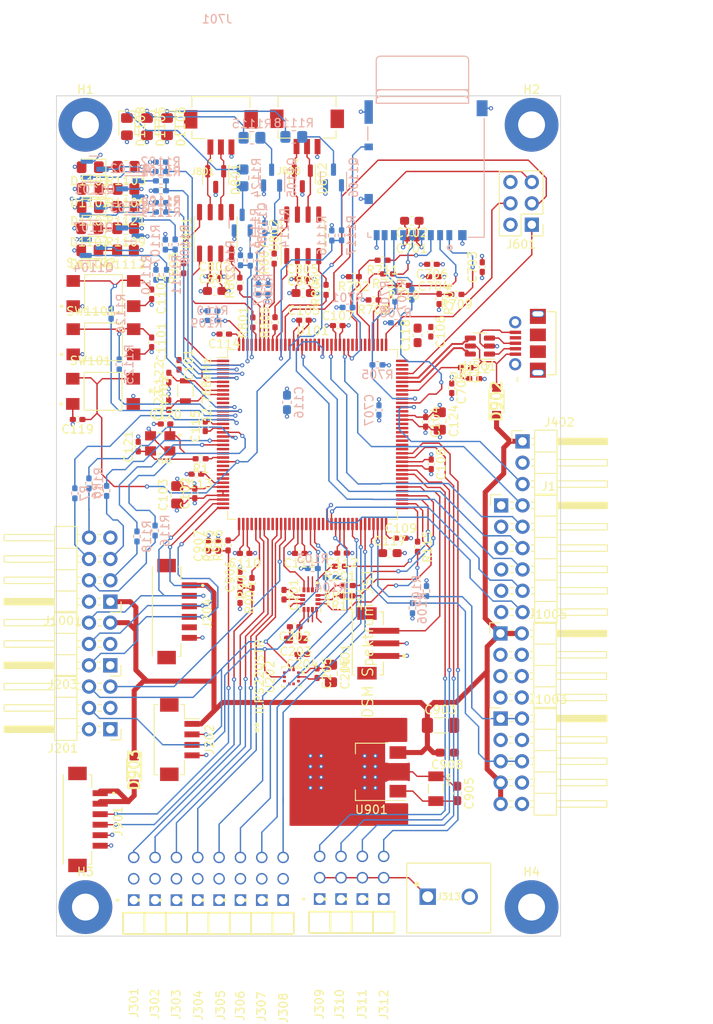
<source format=kicad_pcb>
(kicad_pcb (version 20211014) (generator pcbnew)
  (layers (0 "F.Cu" signal) (1 "In1.Cu" power "GND.Cu") (2 "In2.Cu" power "Power.Cu") (31 "B.Cu" signal) (34 "B.Paste" user) (35 "F.Paste" user) (36 "B.SilkS" user "B.Silkscreen") (37 "F.SilkS" user "F.Silkscreen") (38 "B.Mask" user) (39 "F.Mask" user) (44 "Edge.Cuts" user))
  (net 0 "")
  (net 1 "GND")
  (net 2 "3V3")
  (net 3 "5V")
  (net 4 "/Conexiones_extra/SPI_SCK")
  (net 5 "/Conexiones_extra/SPI_MOSI")
  (net 6 "/Conexiones_extra/SPI_CS")
  (net 7 "/Conexiones_extra/SPI_MISO")
  (net 8 "/Conexiones_extra/SPI_EOC")
  (net 11 "Net-(C906-Pad1)")
  (net 12 "Net-(C907-Pad1)")
  (net 14 "/Sensores/GNSS_Tx")
  (net 15 "/Sensores/GNSS_Rx")
  (net 16 "/MCU/VCAP_1")
  (net 17 "/MCU/VCAP_2")
  (net 18 "/Conexiones_extra/I2CA_SCL")
  (net 19 "Net-(D802-Pad1)")
  (net 20 "/MCU/BOOT0")
  (net 21 "/MCU/PDR_ON")
  (net 22 "Net-(D802-Pad2)")
  (net 23 "/Sensores/GNSS_SDA")
  (net 24 "/Sensores/GNSS_SCL")
  (net 25 "/Conexiones_extra/I2CA_SDA")
  (net 26 "/MCU/TIM3_CH1")
  (net 27 "/Debug/SWCLK")
  (net 28 "/MCU/TIM3_CH2")
  (net 29 "/Debug/SWDIO")
  (net 30 "/Debug/NRST")
  (net 31 "/MCU/TIM3_CH3")
  (net 32 "/MCU/TIM3_CH4")
  (net 33 "/MCU/TIM4_CH1")
  (net 34 "/Debug/SWO")
  (net 35 "/Motores_servos_PWM/Vdd_servos")
  (net 36 "/MCU/TIM4_CH2")
  (net 37 "/MCU/TIM4_CH3")
  (net 38 "/MCU/TIM4_CH4")
  (net 39 "/Vbus")
  (net 40 "/Conexiones_extra/UARTA_TX")
  (net 41 "/MCU/SDMMC1_D2")
  (net 42 "/MCU/SDMMC1_D3")
  (net 43 "/Conexiones_extra/UARTB_TX")
  (net 44 "/Conexiones_extra/UARTA_RX")
  (net 45 "Net-(R801-Pad2)")
  (net 46 "Net-(R802-Pad2)")
  (net 47 "Net-(R805-Pad2)")
  (net 48 "/Conexiones_extra/UARTB_RX")
  (net 49 "Net-(R806-Pad2)")
  (net 50 "/Conexiones_extra/UARTC_TX")
  (net 51 "/MCU/OSC32_IN")
  (net 52 "/MCU/OSC32_OUT")
  (net 53 "/MCU/OSC_IN")
  (net 55 "/Sensores/MAG_INT_DATA_RDY")
  (net 56 "/MCU/OSC_OUT")
  (net 57 "/Interfaz_CAN/CAN1_RX")
  (net 58 "/Interfaz_CAN/CAN1_TX")
  (net 59 "/Interfaz_CAN/CAN2_RX")
  (net 60 "/MCU/OTG_FS_VBUS")
  (net 61 "/MCU/OTG_FS_ID")
  (net 62 "/MCU/SDMMC1_CMD")
  (net 63 "/MCU/SDMMC1_CK")
  (net 64 "/MCU/SDMMC1_D0")
  (net 65 "/MCU/SDMMC1_D1")
  (net 66 "/Interfaz_CAN/CAN2_TX")
  (net 67 "/MCU/TIM1_CH1")
  (net 68 "/MCU/TIM1_CH2")
  (net 69 "/MCU/TIM1_CH3")
  (net 70 "/MCU/TIM1_CH4")
  (net 71 "/Conexiones_extra/UARTC_RX")
  (net 73 "Net-(D1101-Pad1)")
  (net 74 "Net-(D1102-Pad1)")
  (net 75 "Net-(D1104-Pad1)")
  (net 76 "Net-(D1106-Pad1)")
  (net 77 "Net-(D1107-Pad1)")
  (net 79 "/MCU/PD_4(EXTI4)")
  (net 90 "/Alimentación/I_MEAS")
  (net 91 "/Alimentación/V_MEAS")
  (net 92 "/Interfaz_CAN/CAN2_MODE")
  (net 93 "/Interfaz_CAN/CAN1_MODE")
  (net 110 "unconnected-(U201-Pad2)")
  (net 111 "unconnected-(U201-Pad3)")
  (net 112 "unconnected-(U201-Pad10)")
  (net 116 "/USB/D-")
  (net 117 "/USB/D+")
  (net 118 "/Alimentación/5Vin")
  (net 119 "/MCU/SPI2_MOSI")
  (net 120 "/MCU/SPI2_MISO")
  (net 121 "/MCU/SPI2_SCK")
  (net 122 "/MCU/SPI2_CS")
  (net 123 "Net-(R803-Pad2)")
  (net 124 "Net-(R807-Pad2)")
  (net 125 "/Interfaz_CAN/CAN-")
  (net 126 "/Interfaz_CAN/CAN+")
  (net 127 "Net-(J501-Pad2)")
  (net 128 "Net-(J501-Pad3)")
  (net 129 "/MCU/PG_1(EXTI1)")
  (net 130 "/MCU/PG_2(EXTI2)")
  (net 131 "Net-(C1101-Pad1)")
  (net 132 "Net-(C1102-Pad1)")
  (net 133 "Net-(Q1101-Pad1)")
  (net 134 "Net-(Q1102-Pad1)")
  (net 135 "Net-(Q1103-Pad1)")
  (net 136 "Net-(D1103-Pad1)")
  (net 137 "Net-(Q1104-Pad1)")
  (net 138 "Net-(Q1105-Pad1)")
  (net 139 "Net-(Q1105-Pad3)")
  (net 140 "Net-(Q1106-Pad1)")
  (net 141 "Net-(Q1106-Pad3)")
  (net 142 "Net-(Q1107-Pad1)")
  (net 143 "Net-(Q1107-Pad3)")
  (net 144 "Net-(Q1108-Pad1)")
  (net 145 "Net-(Q1108-Pad3)")
  (net 146 "/Leds indicadores + pulsadores/LED1")
  (net 147 "/Leds indicadores + pulsadores/LED2")
  (net 148 "/Leds indicadores + pulsadores/LED3")
  (net 149 "/Leds indicadores + pulsadores/LED4")
  (net 150 "/Leds indicadores + pulsadores/LED5")
  (net 151 "/Leds indicadores + pulsadores/LED6")
  (net 152 "/Leds indicadores + pulsadores/LED7")
  (net 153 "/Leds indicadores + pulsadores/LED8")
  (net 154 "/Leds indicadores + pulsadores/SW_1")
  (net 155 "/Leds indicadores + pulsadores/SW_2")
  (net 156 "/Sensores/GNSS_PPS")
  (net 158 "/MCU/USART3_RX")
  (net 159 "/MCU/PD_10(EXTI10)")
  (net 160 "/MCU/PE_15(EXTI15)")
  (net 161 "/MCU/TIM8_CH2")
  (net 163 "/MCU/USART3_TX")
  (net 164 "Net-(Q1102-Pad3)")
  (net 165 "Net-(Q1104-Pad3)")
  (net 166 "Net-(Q1101-Pad3)")
  (net 167 "Net-(Q1103-Pad3)")
  (net 168 "Net-(D1108-Pad1)")
  (net 169 "Net-(D1105-Pad1)")
  (net 170 "/MCU/PF0")
  (net 171 "/MCU/PF1")
  (net 172 "/MCU/PG_0(EXTI0)")
  (net 173 "/MCU/PF12(EXTI12)")
  (net 174 "/MCU/ADC1_IN4")
  (net 182 "Net-(C121-Pad1)")
  (net 183 "Net-(J701-Pad1)")
  (net 184 "Net-(J701-Pad2)")
  (net 185 "Net-(J701-Pad3)")
  (net 186 "Net-(J701-Pad5)")
  (net 187 "Net-(J701-Pad7)")
  (net 188 "Net-(J701-Pad8)")
  (net 189 "Net-(U101-Pad76)")
  (net 190 "Net-(U101-Pad74)")
  (net 191 "Net-(U201-Pad1)")
  (net 192 "Net-(J1001-Pad5)")
  (net 193 "Net-(J1001-Pad6)")
  (net 194 "Net-(U101-Pad19)")
  (net 195 "Net-(U101-Pad18)")
  (net 196 "Net-(U101-Pad21)")
  (net 197 "Net-(U101-Pad73)")
  (footprint "Capacitor_SMD:C_0603_1608Metric_Pad1.08x0.95mm_HandSolder" (layer "F.Cu") (at 162.2055 100.076)
    (fp_text reference "C117")
    (fp_text value "2.2uF")
  )
  (footprint "Capacitor_SMD:C_0402_1005Metric_Pad0.74x0.62mm_HandSolder" (layer "F.Cu") (at 144.3736 102.8613 90)
    (fp_text reference "C906")
    (fp_text value "100p")
  )
  (footprint "Capacitor_SMD:C_0402_1005Metric_Pad0.74x0.62mm_HandSolder" (layer "F.Cu") (at 163.5165 98.298)
    (fp_text reference "C109")
    (fp_text value "100nF")
  )
  (footprint "Connector_PinHeader_2.54mm:PinHeader_2x04_P2.54mm_Horizontal" (layer "F.Cu") (at 128.941599 105.8572 180)
    (fp_text reference "J1001")
    (fp_text value "SPI externo")
  )
  (footprint "Resistor_SMD:R_0402_1005Metric_Pad0.72x0.64mm_HandSolder" (layer "F.Cu") (at 160.2607 69.9516 180)
    (fp_text reference "R703")
    (fp_text value "10k")
  )
  (footprint "Capacitor_SMD:C_0402_1005Metric_Pad0.74x0.62mm_HandSolder" (layer "F.Cu") (at 141.3564 67.157601)
    (fp_text reference "C802")
    (fp_text value "100nF")
  )
  (footprint "TSW-101-08-G-T-RA:SAMTEC_TSW-101-08-G-T-RA" (layer "F.Cu") (at 161.4759 144.0193)
    (fp_text reference "J312")
    (fp_text value "SERVO 4")
  )
  (footprint "Capacitor_SMD:C_0402_1005Metric_Pad0.74x0.62mm_HandSolder" (layer "F.Cu") (at 167.0812 73.7362 -90)
    (fp_text reference "C106")
    (fp_text value "100nF")
  )
  (footprint "Resistor_SMD:R_0402_1005Metric_Pad0.72x0.64mm_HandSolder" (layer "F.Cu") (at 148.5392 72.6053 90)
    (fp_text reference "R805")
    (fp_text value "51")
  )
  (footprint "TL3305AF160QG:SW_TL3305AF160QG" (layer "F.Cu") (at 128.0668 80.8228)
    (fp_text reference "SW101")
    (fp_text value "SW RESET")
  )
  (footprint "Capacitor_SMD:C_0402_1005Metric_Pad0.74x0.62mm_HandSolder" (layer "F.Cu") (at 150.876 108.839 180)
    (fp_text reference "C202")
    (fp_text value "100nF")
  )
  (footprint "Resistor_SMD:R_0402_1005Metric_Pad0.72x0.64mm_HandSolder" (layer "F.Cu") (at 161.3408 65.2272 180)
    (fp_text reference "R711")
    (fp_text value "50")
  )
  (footprint "Capacitor_SMD:C_0402_1005Metric_Pad0.74x0.62mm_HandSolder" (layer "F.Cu") (at 144.9263 100.1141 180)
    (fp_text reference "C110")
    (fp_text value "100nF")
  )
  (footprint "Capacitor_SMD:C_0402_1005Metric_Pad0.74x0.62mm_HandSolder" (layer "F.Cu") (at 151.7991 67.4482)
    (fp_text reference "C805")
    (fp_text value "100nF")
  )
  (footprint "Capacitor_SMD:C_0402_1005Metric_Pad0.74x0.62mm_HandSolder" (layer "F.Cu") (at 151.9769 72.3646)
    (fp_text reference "C105")
    (fp_text value "100nF")
  )
  (footprint "Resistor_SMD:R_0402_1005Metric_Pad0.72x0.64mm_HandSolder" (layer "F.Cu") (at 145.8976 72.6307 90)
    (fp_text reference "R801")
    (fp_text value "51")
  )
  (footprint "TSW-101-08-G-T-RA:SAMTEC_TSW-101-08-G-T-RA" (layer "F.Cu") (at 156.3959 144.0193)
    (fp_text reference "J310")
    (fp_text value "SERVO 2")
  )
  (footprint "Package_TO_SOT_SMD:SOT-23" (layer "F.Cu") (at 151.7904 55.499 -90)
    (fp_text reference "D802")
    (fp_text value "SM712_SOT23")
  )
  (footprint "Capacitor_SMD:C_0402_1005Metric_Pad0.74x0.62mm_HandSolder" (layer "F.Cu") (at 167.132 89.5096 -90)
    (fp_text reference "C108")
    (fp_text value "100nF")
  )
  (footprint "Resistor_SMD:R_0402_1005Metric_Pad0.72x0.64mm_HandSolder" (layer "F.Cu") (at 157.1873 103.9368 180)
    (fp_text reference "R113")
    (fp_text value "50")
  )
  (footprint "TSW-101-08-G-T-RA:SAMTEC_TSW-101-08-G-T-RA" (layer "F.Cu") (at 149.5044 144.145)
    (fp_text reference "J308")
    (fp_text value "ESC 8")
  )
  (footprint "Resistor_SMD:R_0805_2012Metric_Pad1.20x1.40mm_HandSolder" (layer "F.Cu") (at 130.7592 61.4172 180)
    (fp_text reference "R1109")
    (fp_text value "R")
  )
  (footprint "Capacitor_SMD:C_0402_1005Metric_Pad0.74x0.62mm_HandSolder" (layer "F.Cu") (at 139.1833 90.678 180)
    (fp_text reference "C113")
    (fp_text value "100nF")
  )
  (footprint "LED_SMD:LED_0805_2012Metric_Pad1.15x1.40mm_HandSolder" (layer "F.Cu") (at 126.500999 64.0588 180)
    (fp_text reference "D1104")
    (fp_text value "LED_GREEN")
  )
  (footprint "Capacitor_SMD:C_0402_1005Metric_Pad0.74x0.62mm_HandSolder" (layer "F.Cu") (at 156.5148 100.076 180)
    (fp_text reference "C112")
    (fp_text value "100nF")
  )
  (footprint "TSW-101-08-G-T-RA:SAMTEC_TSW-101-08-G-T-RA" (layer "F.Cu") (at 153.8559 144.0193)
    (fp_text reference "J309")
    (fp_text value "SERVO 1")
  )
  (footprint "Resistor_SMD:R_0402_1005Metric_Pad0.72x0.64mm_HandSolder" (layer "F.Cu") (at 144.3482 67.8942 90)
    (fp_text reference "R802")
    (fp_text value "510")
  )
  (footprint "ICM-42688-V:PQFN50P300X250X97-14N" (layer "F.Cu") (at 152.7369 105.6132 -90)
    (fp_text reference "U201")
    (fp_text value "ICM-42688-V")
  )
  (footprint "Resistor_SMD:R_0402_1005Metric_Pad0.72x0.64mm_HandSolder" (layer "F.Cu") (at 171.2468 78.0034 180)
    (fp_text reference "R111")
    (fp_text value "33k")
  )
  (footprint "Resistor_SMD:R_0402_1005Metric_Pad0.72x0.64mm_HandSolder" (layer "F.Cu") (at 144.3736 105.41 -90)
    (fp_text reference "R904")
    (fp_text value "1M")
  )
  (footprint "Resistor_SMD:R_0402_1005Metric_Pad0.72x0.64mm_HandSolder" (layer "F.Cu") (at 139.6879 88.8492 180)
    (fp_text reference "R1")
    (fp_text value "0")
  )
  (footprint "TSW-101-08-G-T-RA:SAMTEC_TSW-101-08-G-T-RA" (layer "F.Cu") (at 144.4244 144.145)
    (fp_text reference "J306")
    (fp_text value "ESC 6")
  )
  (footprint "Package_TO_SOT_SMD:SOT-23-6" (layer "F.Cu") (at 172.9232 75.438 180)
    (fp_text reference "U501")
    (fp_text value "USBLC6-2SC6")
  )
  (footprint "Capacitor_SMD:C_0603_1608Metric_Pad1.08x0.95mm_HandSolder" (layer "F.Cu") (at 165.5064 74.168 90)
    (fp_text reference "C118")
    (fp_text value "2.2uF")
  )
  (footprint "Capacitor_SMD:C_0402_1005Metric_Pad0.74x0.62mm_HandSolder" (layer "F.Cu") (at 166.46725 84.4628 -90)
    (fp_text reference "C104")
    (fp_text value "100nF")
  )
  (footprint "Capacitor_SMD:C_0603_1608Metric_Pad1.08x0.95mm_HandSolder" (layer "F.Cu") (at 151.003 110.363 180)
    (fp_text reference "C203")
    (fp_text value "2.2uF")
  )
  (footprint "Capacitor_SMD:C_0402_1005Metric_Pad0.74x0.62mm_HandSolder" (layer "F.Cu") (at 142.494 74.0156 180)
    (fp_text reference "C114")
    (fp_text value "100nF")
  )
  (footprint "Capacitor_SMD:C_0603_1608Metric_Pad1.08x0.95mm_HandSolder" (layer "F.Cu") (at 151.890901 69.1246)
    (fp_text reference "C804")
    (fp_text value "2.2u")
  )
  (footprint "Capacitor_SMD:C_0402_1005Metric_Pad0.74x0.62mm_HandSolder" (layer "F.Cu") (at 151.765 112.141 180)
    (fp_text reference "C204")
    (fp_text value "100nF")
  )
  (footprint "Capacitor_SMD:C_0805_2012Metric_Pad1.18x1.45mm_HandSolder" (layer "F.Cu") (at 168.14365 84.3573 -90)
    (fp_text reference "C124")
    (fp_text value "1uF")
  )
  (footprint "Capacitor_SMD:C_0402_1005Metric_Pad0.74x0.62mm_HandSolder" (layer "F.Cu") (at 151.4856 100.1141 180)
    (fp_text reference "C111")
    (fp_text value "100nF")
  )
  (footprint "Resistor_SMD:R_0805_2012Metric_Pad1.20x1.40mm_HandSolder" (layer "F.Cu") (at 130.81 54.102 180)
    (fp_text reference "R1103")
    (fp_text value "R")
  )
  (footprint "MountingHole:MountingHole_3.2mm_M3_Pad_TopBottom" (layer "F.Cu") (at 179.0744 49.1064)
    (fp_text reference "H2")
    (fp_text value "MountingHole_Pad")
  )
  (footprint "TSW-101-08-G-T-RA:SAMTEC_TSW-101-08-G-T-RA" (layer "F.Cu") (at 131.7244 144.145)
    (fp_text reference "J301")
    (fp_text value "ESC 1")
  )
  (footprint "Capacitor_SMD:C_0402_1005Metric_Pad0.74x0.62mm_HandSolder" (layer "F.Cu") (at 137.1092 77.6732 -90)
    (fp_text reference "C101")
    (fp_text value "100nF")
  )
  (footprint "Resistor_SMD:R_0402_1005Metric_Pad0.72x0.64mm_HandSolder" (layer "F.Cu") (at 165.5064 99.314 -90)
    (fp_text reference "R115")
    (fp_text value "50")
  )
  (footprint "Resistor_SMD:R_0402_1005Metric_Pad0.72x0.64mm_HandSolder" (layer "F.Cu") (at 157.9239 67.183 180)
    (fp_text reference "R702")
    (fp_text value "10k")
  )
  (footprint "1935161:PHOENIX_1935161" (layer "F.Cu") (at 169.2148 140.97)
    (fp_text reference "J313")
    (fp_text value "Power Servo")
  )
  (footprint "Connector_PinHeader_2.54mm:PinHeader_2x03_P2.54mm_Horizontal" (layer "F.Cu") (at 128.9416 121.0414 180)
    (fp_text reference "J201")
    (fp_text value "Mag Dupont")
  )
  (footprint "Resistor_SMD:R_0402_1005Metric_Pad0.72x0.64mm_HandSolder" (layer "F.Cu") (at 148.4376 65.0342 90)
    (fp_text reference "R807")
    (fp_text value "5.1k")
  )
  (footprint "Capacitor_SMD:C_0603_1608Metric_Pad1.08x0.95mm_HandSolder" (layer "F.Cu") (at 164.8206 60.5282 180)
    (fp_text reference "C702")
    (fp_text value "10uF")
  )
  (footprint "Capacitor_SMD:C_0402_1005Metric_Pad0.74x0.62mm_HandSolder" (layer "F.Cu") (at 149.606 105.029 -90)
    (fp_text reference "C201")
    (fp_text value "10nF")
  )
  (footprint "Capacitor_SMD:C_0402_1005Metric_Pad0.74x0.62mm_HandSolder" (layer "F.Cu") (at 135.8987 79.1805 90)
    (fp_text reference "C122")
    (fp_text value "18pF")
  )
  (footprint "Capacitor_SMD:C_0402_1005Metric_Pad0.74x0.62mm_HandSolder" (layer "F.Cu") (at 167.4455 67.183 180)
    (fp_text reference "C704")
    (fp_text value "100nF")
  )
  (footprint "Capacitor_SMD:C_0402_1005Metric_Pad0.74x0.62mm_HandSolder" (layer "F.Cu") (at 169.5704 80.4585 -90)
    (fp_text reference "C705")
    (fp_text value "100nF")
  )
  (footprint "Connector_PinHeader_2.54mm:PinHeader_2x04_P2.54mm_Horizontal" (layer "F.Cu") (at 175.3654 109.6414)
    (fp_text reference "J1005")
    (fp_text value "5V y 3V3 x 2")
  )
  (footprint "Package_SO:SOIC-8_3.9x4.9mm_P1.27mm" (layer "F.Cu") (at 141.458 61.976 90)
    (fp_text reference "U801")
    (fp_text value "SN65HVD230")
  )
  (footprint "Resistor_SMD:R_0402_1005Metric_Pad0.72x0.64mm_HandSolder" (layer "F.Cu") (at 163.8554 68.2244 180)
    (fp_text reference "R710")
    (fp_text value "50")
  )
  (footprint "Capacitor_SMD:C_0402_1005Metric_Pad0.74x0.62mm_HandSolder" (layer "F.Cu") (at 140.6144 99.2124 90)
    (fp_text reference "C907")
    (fp_text value "100p")
  )
  (footprint "Capacitor_SMD:C_0402_1005Metric_Pad0.74x0.62mm_HandSolder" (layer "F.Cu") (at 132.2578 87.4014 90)
    (fp_text reference "C121")
    (fp_text value "16pF")
  )
  (footprint "ECS-120-8-33Q-RES-TR:XTAL_ECS-120-8-33Q-RES-TR" (layer "F.Cu") (at 134.874 87.0204 180)
    (fp_text reference "Y101")
    (fp_text value "12MHz")
  )
  (footprint "Package_QFP:LQFP-144_20x20mm_P0.5mm" (layer "F.Cu") (at 153.0096 85.9536)
    (fp_text reference "U101")
    (fp_text value "STM32F746ZGTx")
  )
  (footprint "ECS-.327-9-34QCS-TR9:ECS-.327-9-34QN-TR" (layer "F.Cu") (at 137.8712 80.772 -90)
    (fp_text reference "Y102")
    (fp_text value "32.768kHz")
  )
  (footprint "PMEG60T30ELRX:SODFL3517X110N" (layer "F.Cu") (at 174.9044 82.0166 90)
    (fp_text reference "D902")
    (fp_text value "PMEG60T30ELRX " hide)
  )
  (footprint "Connector_PinHeader_2.54mm:PinHeader_2x06_P2.54mm_Horizontal" (layer "F.Cu") (at 175.457 94.4014)
    (fp_text reference "J1")
    (fp_text value "UARTs externo x 3")
  )
  (footprint "Capacitor_SMD:C_0402_1005Metric_Pad0.74x0.62mm_HandSolder" (layer "F.Cu") (at 135.509 84.709)
    (fp_text reference "C120")
    (fp_text value "16pF")
  )
  (footprint "Capacitor_SMD:C_0402_1005Metric_Pad0.74x0.62mm_HandSolder" (layer "F.Cu") (at 138.9888 92.9727 90)
    (fp_text reference "C102")
    (fp_text value "100nF")
  )
  (footprint "Capacitor_SMD:C_0402_1005Metric_Pad0.74x0.62mm_HandSolder" (layer "F.Cu") (at 125.0442 84.1756 180)
    (fp_text reference "C119")
    (fp_text value "100nF")
  )
  (footprint "MountingHole:MountingHole_3.2mm_M3_Pad_TopBottom" (layer "F.Cu") (at 125.9744 49.1064)
    (fp_text reference "H1")
    (fp_text value "MountingHole_Pad")
  )
  (footprint "Capacitor_SMD:C_0402_1005Metric_Pad0.74x0.62mm_HandSolder" (layer "F.Cu") (at 167.21655 65.7098 180)
    (fp_text reference "C706")
    (fp_text value "100nF")
  )
  (footprint "TL3305AF160QG:SW_TL3305AF160QG" (layer "F.Cu") (at 128.1176 74.93)
    (fp_text reference "SW1101")
    (fp_text value "SW Proposito General")
  )
  (footprint "Capacitor_SMD:C_0603_1608Metric_Pad1.08x0.95mm_HandSolder" (layer "F.Cu") (at 170.2308 128.6753 -90)
    (fp_text reference "C905")
    (fp_text value "100n")
  )
  (footprint "TL3305AF160QG:SW_TL3305AF160QG" (layer "F.Cu") (at 128.1176 69.1896)
    (fp_text reference "SW1102")
    (fp_text value "SW Proposito General")
  )
  (footprint "Connector_PinHeader_2.54mm:PinHeader_1x03_P2.54mm_Horizontal" (layer "F.Cu") (at 177.997 86.7814)
    (fp_text reference "J402")
    (fp_text value "PPM Dupont")
  )
  (footprint "TSW-101-08-G-T-RA:SAMTEC_TSW-101-08-G-T-RA" (layer "F.Cu") (at 136.8044 144.145)
    (fp_text reference "J303")
    (fp_text value "ESC 3")
  )
  (footprint "LED_SMD:LED_0805_2012Metric_Pad1.15x1.40mm_HandSolder" (layer "F.Cu") (at 126.5428 58.928 180)
    (fp_text reference "D1107")
    (fp_text value "LED_BLUE")
  )
  (footprint "Resistor_SMD:R_0402_1005Metric_Pad0.72x0.64mm_HandSolder" (layer "F.Cu") (at 157.1498 105.156 180)
    (fp_text reference "R114")
    (fp_text value "50")
  )
  (footprint "Package_SO:SOIC-8_3.9x4.9mm_P1.27mm" (layer "F.Cu") (at 151.8412 62.2666 90)
    (fp_text reference "U802")
    (fp_text value "SN65HVD230")
  )
  (footprint "DF13A-3P-1.25H(21):HRS_DF13A-3P-1.25H(21)" (layer "F.Cu") (at 142.0984 48.4527)
    (fp_text reference "J801")
    (fp_text value "CAN 1 Connector 1")
  )
  (footprint "LED_SMD:LED_0805_2012Metric_Pad1.15x1.40mm_HandSolder" (layer "F.Cu") (at 130.9116 49.3268 -90)
    (fp_text reference "D1108")
    (fp_text value "LED_BLUE")
  )
  (footprint "TSW-101-08-G-T-RA:SAMTEC_TSW-101-08-G-T-RA" (layer "F.Cu") (at 139.3444 144.145)
    (fp_text reference "J304")
    (fp_text value "ESC 4")
  )
  (footprint "LED_SMD:LED_0805_2012Metric_Pad1.15x1.40mm_HandSolder" (layer "F.Cu") (at 135.6868 49.3268 -90)
    (fp_text reference "D1106")
    (fp_text value "LED_YELLOW")
  )
  (footprint "B3B-ZR-SM4-TF(LF)(SN):JST-B3B-ZR-SM4-TFLFSN-0-0-MFG" (layer "F.Cu") (at 159.584 110.8202 90)
    (fp_text reference "J401")
    (fp_text value "DSM Spektrum JST")
  )
  (footprint "Resistor_SMD:R_0402_1005Metric_Pad0.72x0.64mm_HandSolder" (layer "F.Cu") (at 145.796 103.632 90)
    (fp_text reference "R907")
    (fp_text value "10k")
  )
  (footprint "T491A106K016ATAUTO:CAPC3216X110N" (layer "F.Cu") (at 167.6908 128.1176 -90)
    (fp_text reference "C904")
    (fp_text value "10u")
  )
  (footprint "Resistor_SMD:R_0402_1005Metric_Pad0.72x0.64mm_HandSolder" (layer "F.Cu") (at 170.1292 69.2912 180)
    (fp_text reference "R709")
    (fp_text value "50")
  )
  (footprint "Resistor_SMD:R_0805_2012Metric_Pad1.20x1.40mm_HandSolder" (layer "F.Cu") (at 130.7752 58.8772 180)
    (fp_text reference "R1121")
    (fp_text value "R")
  )
  (footprint "LED_SMD:LED_0805_2012Metric_Pad1.15x1.40mm_HandSolder" (layer "F.Cu") (at 126.5428 54.1528 180)
    (fp_text reference "D1101")
    (fp_text value "LED_RED")
  )
  (footprint "Capacitor_SMD:C_0805_2012Metric_Pad1.18x1.45mm_HandSolder" (layer "F.Cu") (at 136.906 93.1379 90)
    (fp_text reference "C103")
    (fp_text value "1uF")
  )
  (footprint "Capacitor_SMD:C_0402_1005Metric_Pad0.74x0.62mm_HandSolder" (layer "F.Cu") (at 164.8206 62.6872 180)
    (fp_text reference "C701")
    (fp_text value "100nF")
  )
  (footprint "MountingHole:MountingHole_3.2mm_M3_Pad_TopBottom" (layer "F.Cu") (at 125.9744 142.2064)
    (fp_text reference "H3")
    (fp_text value "MountingHole_Pad")
  )
  (footprint "Connector_PinHeader_2.54mm:PinHeader_2x05_P2.54mm_Horizontal" (layer "F.Cu") (at 175.3908 119.771)
    (fp_text reference "J1003")
    (fp_text value "I2C externo x2")
  )
  (footprint "LED_SMD:LED_0805_2012Metric_Pad1.15x1.40mm_HandSolder" (layer "F.Cu") (at 126.492 61.4172 180)
    (fp_text reference "D1103")
    (fp_text value "LED_GREEN")
  )
  (footprint "105017-0001:MOLEX_105017-0001" (layer "F.Cu") (at 179.8256 75.1066 90)
    (fp_text reference "J501")
    (fp_text value "Micro USB - B")
  )
  (footprint "Connector_PinHeader_2.54mm:PinHeader_2x03_P2.54mm_Vertical" (layer "F.Cu") (at 179.1004 60.9958 180)
    (fp_text reference "J601")
    (fp_text value "SWD Debug Connector")
  )
  (footprint "DF13C-6P-1.25V(51):HIROSE_DF13C-6P-1.25V(51)" (layer "F.Cu") (at 135.636 107.0356 -90)
    (fp_text reference "J204")
    (fp_text value "GPS M8N - DF13")
  )
  (footprint "TSW-101-08-G-T-RA:SAMTEC_TSW-101-08-G-T-RA" (layer "F.Cu") (at 141.8844 144.145)
    (fp_text reference "J305")
    (fp_text value "ESC 5")
  )
  (footprint "Resistor_SMD:R_0805_2012Metric_Pad1.20x1.40mm_HandSolder" (layer "F.Cu") (at 130.7432 64.0588 180)
    (fp_text reference "R1112")
    (fp_text value "R")
  )
  (footprint "Connector_Hirose:Hirose_DF13C_CL535-0404-8-51_1x04-1MP_P1.25mm_Vertical" (layer "F.Cu") (at 137.206 122.2756 -90)
    (fp_text reference "J202")
    (fp_text value "Mag DF13")
  )
  (footprint "Capacitor_SMD:C_0402_1005Metric_Pad0.74x0.62mm_HandSolder" (layer "F.Cu") (at 135.89 82.4571 90)
    (fp_text reference "C123")
    (fp_text value "18pF")
  )
  (footprint "TSW-101-08-G-T-RA:SAMTEC_TSW-101-08-G-T-RA" (layer "F.Cu") (at 134.2644 144.145)
    (fp_text reference "J302")
    (fp_text value "ESC 2")
  )
  (footprint "Capacitor_SMD:C_0603_1608Metric_Pad1.08x0.95mm_HandSolder" (layer "F.Cu") (at 141.357499 68.884801)
    (fp_text reference "C801")
    (fp_text value "2.2u")
  )
  (footprint "Package_TO_SOT_SMD:SOT-223-3_TabPin2" (layer "F.Cu") (at 160.0196 126.111 180)
    (fp_text reference "U901")
    (fp_text value "ZLDO1117QG33TA")
  )
  (footprint "Resistor_SMD:R_0402_1005Metric_Pad0.72x0.64mm_HandSolder" (layer "F.Cu") (at 154.6098 68.7457 90)
    (fp_text reference "R806")
    (fp_text value "510")
  )
  (footprint "Capacitor_SMD:C_0402_1005Metric_Pad0.74x0.62mm_HandSolder" (layer "F.Cu") (at 156.0068 72.9996)
    (fp_text reference "C107")
    (fp_text value "100nF")
  )
  (footprint "MountingHole:MountingHole_3.2mm_M3_Pad_TopBottom" (layer "F.Cu") (at 179.0744 142.2064)
    (fp_text reference "H4")
    (fp_text value "MountingHole_Pad")
  )
  (footprint "Capacitor_SMD:C_0402_1005Metric_Pad0.74x0.62mm_HandSolder" (layer "F.Cu") (at 133.858 69.2745 -90)
    (fp_text reference "C1102")
    (fp_text value "100nF")
  )
  (footprint "TSW-101-08-G-T-RA:SAMTEC_TSW-101-08-G-T-RA" (layer "F.Cu") (at 146.9644 144.145)
    (fp_text reference "J307")
    (fp_text value "ESC 7")
  )
  (footprint "Capacitor_SMD:C_0402_1005Metric_Pad0.74x0.62mm_HandSolder" (layer "F.Cu") (at 173.2026 66.04 90)
    (fp_text reference "C703")
    (fp_text value "100nF")
  )
  (footprint "Capacitor_SMD:C_1206_3216Metric_Pad1.33x1.80mm_HandSolder" (layer "F.Cu") (at 168.2373 120.5738)
    (fp_text reference "C903")
    (fp_text value "4.7u")
  )
  (footprint "Capacitor_SMD:C_0603_1608Metric_Pad1.08x0.95mm_HandSolder" (layer "F.Cu") (at 169.037 123.825 180)
    (fp_text reference "C908")
    (fp_text value "100n")
  )
  (footprint "Resistor_SMD:R_0402_1005Metric_Pad0.72x0.64mm_HandSolder" (layer "F.Cu") (at 141.7828 99.2124 90)
    (fp_text reference "R905")
    (fp_text value "1M")
  )
  (footprint "Resistor_SMD:R_0402_1005Metric_Pad0.72x0.64mm_HandSolder" (layer "F.Cu") (at 156.2487 101.6508 180)
    (fp_text reference "R201")
    (fp_text value "50")
  )
  (footprint "Resistor_SMD:R_0402_1005Metric_Pad0.72x0.64mm_HandSolder" (layer "F.Cu") (at 161.9879 66.8528 180)
    (fp_text reference "R712")
    (fp_text value "50")
  )
  (footprint "PMEG60T30ELRX:SODFL3517X110N" (layer "F.Cu") (at 131.7752 125.8824 -90)
    (fp_text reference "D903")
    (fp_text value "PMEG60T30ELRX " hide)
  )
  (footprint "LED_SMD:LED_0805_2012Metric_Pad1.15x1.40mm_HandSolder" (layer "F.Cu") (at 133.2992 49.3268 -90)
    (fp_text reference "D1105")
    (fp_text value "LED_YELLOW")
  )
  (footprint "Resistor_SMD:R_0805_2012Metric_Pad1.20x1.40mm_HandSolder" (layer "F.Cu") (at 130.794 56.7436 180)
    (fp_text reference "R1106")
    (fp_text value "R")
  )
  (footprint "DF13A-3P-1.25H(21):HRS_DF13A-3P-1.25H(21)" (layer "F.Cu") (at 152.3492 48.3917)
    (fp_text reference "J803")
    (fp_text value "CAN 2 Connector 1")
  )
  (footprint "Package_TO_SOT_SMD:SOT-23" (layer "F.Cu") (at 141.478 55.5752 -90)
    (fp_text reference "D801")
    (fp_text value "SM712_SOT23")
  )
  (footprint "Resistor_SMD:R_0402_1005Metric_Pad0.72x0.64mm_HandSolder" (layer "F.Cu") (at 168.0718 69.8367 -90)
    (fp_text reference "R704")
    (fp_text value "10k")
  )
  (footprint "LED_SMD:LED_0805_2012Metric_Pad1.15x1.40mm_HandSolder" (layer "F.Cu") (at 126.5428 56.7436 180)
    (fp_text reference "D1102")
    (fp_text value "LED_RED")
  )
  (footprint "Resistor_SMD:R_0402_1005Metric_Pad0.72x0.64mm_HandSolder" (layer "F.Cu") (at 142.9512 99.1616 90)
    (fp_text reference "R906")
    (fp_text value "10k")
  )
  (footprint "ILPS22QSTR:ILPS22QSTR" (layer "F.Cu") (at 150.495 114.808 -90)
    (fp_text reference "U202")
    (fp_text value "ILPS22QSTR")
  )
  (footprint "Connector_PinHeader_2.54mm:PinHeader_2x03_P2.54mm_Horizontal" (layer "F.Cu") (at 128.930399 113.4364 180)
    (fp_text reference "J203")
    (fp_text value "GPS Dupont")
  )
  (footprint "DF13C-6P-1.25V(51):HIROSE_DF13C-6P-1.25V(51)" (layer "F.Cu") (at 125.0263 131.7752 -90)
    (fp_text reference "J901")
    (fp_text value "PM02 PixHawk")
  )
  (footprint "Capacitor_SMD:C_0402_1005Metric_Pad0.74x0.62mm_HandSolder" (layer "F.Cu") (at 140.2334 84.9884 90)
    (fp_text reference "C115")
    (fp_text value "100nF")
  )
  (footprint "Capacitor_SMD:C_0402_1005Metric_Pad0.74x0.62mm_HandSolder" (layer "F.Cu") (at 133.858 74.9895 -90)
    (fp_text reference "C1101")
    (fp_text value "100nF")
  )
  (footprint "Capacitor_SMD:C_0805_2012Metric_Pad1.18x1.45mm_HandSolder" (layer "F.Cu") (at 155.194 114.4055 -90)
    (fp_text reference "C206")
    (fp_text value "4.7u")
  )
  (footprint "TSW-101-08-G-T-RA:SAMTEC_TSW-101-08-G-T-RA" (layer "F.Cu") (at 158.9359 144.0193)
    (fp_text reference "J311")
    (fp_text value "SERVO 3")
  )
  (footprint "Resistor_SMD:R_0402_1005Metric_Pad0.72x0.64mm_HandSolder" (layer "F.Cu") (at 172.2628 79.3242)
    (fp_text reference "R112")
    (fp_text value "82k")
  )
  (footprint "Resistor_SMD:R_0402_1005Metric_Pad0.72x0.64mm_HandSolder" (layer "F.Cu") (at 137.668 66.1803 90)
    (fp_text reference "R803")
    (fp_text value "5.1k")
  )
  (footprint "Capacitor_SMD:C_0402_1005Metric_Pad0.74x0.62mm_HandSolder" (layer "F.Cu") (at 153.543 114.3675 -90)
    (fp_text reference "C205")
    (fp_text value "100nF")
  )
  (footprint "Resistor_SMD:R_0402_1005Metric_Pad0.72x0.64mm_HandSolder" (layer "B.Cu") (at 134.9502 53.5432)
    (fp_text reference "R1101")
    (fp_text value "R")
  )
  (footprint "Resistor_SMD:R_0402_1005Metric_Pad0.72x0.64mm_HandSolder" (layer "B.Cu") (at 156.463999 62.2542 90)
    (fp_text reference "R1117")
    (fp_text value "R")
  )
  (footprint "Resistor_SMD:R_0402_1005Metric_Pad0.72x0.64mm_HandSolder" (layer "B.Cu") (at 141.097 72.39 180)
    (fp_text reference "R110")
    (fp_text value "0")
  )
  (footprint "Resistor_SMD:R_0402_1005Metric_Pad0.72x0.64mm_HandSolder" (layer "B.Cu") (at 126.3904 91.7835 90)
    (fp_text reference "R117")
    (fp_text value "50")
  )
  (footprint "Resistor_SMD:R_0402_1005Metric_Pad0.72x0.64mm_HandSolder" (layer "B.Cu") (at 134.9756 58.3692)
    (fp_text reference "R1119")
    (fp_text value "R")
  )
  (footprint "Resistor_SMD:R_0402_1005Metric_Pad0.72x0.64mm_HandSolder" (layer "B.Cu") (at 155.2956 62.2808 -90)
    (fp_text reference "R1116")
    (fp_text value "R")
  )
  (footprint "Resistor_SMD:R_0402_1005Metric_Pad0.72x0.64mm_HandSolder" (layer "B.Cu") (at 147.701 68.7445 -90)
    (fp_text reference "R107")
    (fp_text value "10k")
  )
  (footprint "Package_TO_SOT_SMD:SOT-23" (layer "B.Cu") (at 155.4988 55.372 90)
    (fp_text reference "Q1106")
    (fp_text value "2N7002")
  )
  (footprint "Package_TO_SOT_SMD:SOT-23" (layer "B.Cu") (at 144.6276 60.7568 90)
    (fp_text reference "Q1108")
    (fp_text value "2N7002")
  )
  (footprint "Resistor_SMD:R_0402_1005Metric_Pad0.72x0.64mm_HandSolder" (layer "B.Cu") (at 134.9635 56.9468)
    (fp_text reference "R1104")
    (fp_text value "R")
  )
  (footprint "Resistor_SMD:R_0402_1005Metric_Pad0.72x0.64mm_HandSolder" (layer "B.Cu") (at 157.1752 70.8406 180)
    (fp_text reference "R701")
    (fp_text value "10k")
  )
  (footprint "Resistor_SMD:R_0402_1005Metric_Pad0.72x0.64mm_HandSolder" (layer "B.Cu") (at 124.714 92.964 90)
    (fp_text reference "R7")
    (fp_text value "50")
  )
  (footprint "Resistor_SMD:R_0402_1005Metric_Pad0.72x0.64mm_HandSolder" (layer "B.Cu") (at 134.2644 97.3969 90)
    (fp_text reference "R116")
    (fp_text value "50")
  )
  (footprint "Resistor_SMD:R_0402_1005Metric_Pad0.72x0.64mm_HandSolder" (layer "B.Cu") (at 155.1553 102.997)
    (fp_text reference "R104")
    (fp_text value "R")
  )
  (footprint "Resistor_SMD:R_0402_1005Metric_Pad0.72x0.64mm_HandSolder" (layer "B.Cu") (at 162.814 69.5452 -90)
    (fp_text reference "R708")
    (fp_text value "50")
  )
  (footprint "Resistor_SMD:R_0402_1005Metric_Pad0.72x0.64mm_HandSolder" (layer "B.Cu") (at 128.4986 92.6713 -90)
    (fp_text reference "R6")
    (fp_text value "50")
  )
  (footprint "Resistor_SMD:R_0402_1005Metric_Pad0.72x0.64mm_HandSolder" (layer "B.Cu") (at 132.1054 98.0948 90)
    (fp_text reference "R118")
    (fp_text value "50")
  )
  (footprint "Package_TO_SOT_SMD:SOT-23" (layer "B.Cu") (at 148.1328 55.395101 90)
    (fp_text reference "Q1105")
    (fp_text value "2N7002")
  )
  (footprint "Resistor_SMD:R_0402_1005Metric_Pad0.72x0.64mm_HandSolder" (layer "B.Cu") (at 134.366 66.9544 -90)
    (fp_text reference "R1110")
    (fp_text value "R")
  )
  (footprint "Resistor_SMD:R_0402_1005Metric_Pad0.72x0.64mm_HandSolder" (layer "B.Cu") (at 144.4244 65.2272 -90)
    (fp_text reference "R1122")
    (fp_text value "R")
  )
  (footprint "Resistor_SMD:R_0402_1005Metric_Pad0.72x0.64mm_HandSolder" (layer "B.Cu") (at 135.636 66.9544 90)
    (fp_text reference "R1111")
    (fp_text value "R")
  )
  (footprint "Resistor_SMD:R_0402_1005Metric_Pad0.72x0.64mm_HandSolder" (layer "B.Cu") (at 147.3352 61.38575 -90)
    (fp_text reference "R1113")
    (fp_text value "R")
  )
  (footprint "Capacitor_SMD:C_0402_1005Metric_Pad0.74x0.62mm_HandSolder" (layer "B.Cu") (at 160.909 83.058 -90)
    (fp_text reference "C707")
    (fp_text value "100nF")
  )
  (footprint "Resistor_SMD:R_0402_1005Metric_Pad0.72x0.64mm_HandSolder" (layer "B.Cu") (at 141.097 71.247)
    (fp_text reference "R109")
    (fp_text value "10k")
  )
  (footprint "Resistor_SMD:R_0402_1005Metric_Pad0.72x0.64mm_HandSolder" (layer "B.Cu") (at 153.035 101.9048 180)
    (fp_text reference "R103")
    (fp_text value "R")
  )
  (footprint "Resistor_SMD:R_0402_1005Metric_Pad0.72x0.64mm_HandSolder" (layer "B.Cu") (at 129.9972 77.6224 90)
    (fp_text reference "R1125")
    (fp_text value "R")
  )
  (footprint "Resistor_SMD:R_0805_2012Metric_Pad1.20x1.40mm_HandSolder" (layer "B.Cu") (at 144.6784 55.4228 90)
    (fp_text reference "R1124")
    (fp_text value "R")
  )
  (footprint "Resistor_SMD:R_0402_1005Metric_Pad0.72x0.64mm_HandSolder" (layer "B.Cu") (at 145.5928 65.278 90)
    (fp_text reference "R1123")
    (fp_text value "R")
  )
  (footprint "Package_TO_SOT_SMD:SOT-23" (layer "B.Cu") (at 126.9261 58.9128)
    (fp_text reference "Q1107")
    (fp_text value "2N7002")
  )
  (footprint "Capacitor_SMD:C_0603_1608Metric_Pad1.08x0.95mm_HandSolder" (layer "B.Cu") (at 149.9616 82.1436 90)
    (fp_text reference "C116")
    (fp_text value "4.7uF")
  )
  (footprint "Resistor_SMD:R_0402_1005Metric_Pad0.72x0.64mm_HandSolder" (layer "B.Cu") (at 166.5732 104.5972 -90)
    (fp_text reference "R105")
    (fp_text value "R")
  )
  (footprint "Resistor_SMD:R_0402_1005Metric_Pad0.72x0.64mm_HandSolder" (layer "B.Cu") (at 160.7312 77.6732)
    (fp_text reference "R705")
    (fp_text value "10k")
  )
  (footprint "Resistor_SMD:R_0805_2012Metric_Pad1.20x1.40mm_HandSolder" (layer "B.Cu") (at 150.7744 50.546 180)
    (fp_text reference "R1118")
    (fp_text value "R")
  )
  (footprint "Package_TO_SOT_SMD:SOT-23" (layer "B.Cu") (at 131.2949 56.7284 180)
    (fp_text reference "Q1102")
    (fp_text value "2N7002")
  )
  (footprint "Package_TO_SOT_SMD:SOT-23" (layer "B.Cu") (at 127.0785 54.3916)
    (fp_text reference "Q1101")
    (fp_text value "2N7002")
  )
  (footprint "Resistor_SMD:R_0402_1005Metric_Pad0.72x0.64mm_HandSolder" (layer "B.Cu") (at 135.4836 63.3597 -90)
    (fp_text reference "R1107")
    (fp_text value "R")
  )
  (footprint "Resistor_SMD:R_0402_1005Metric_Pad0.72x0.64mm_HandSolder" (layer "B.Cu") (at 164.8968 106.6292 90)
    (fp_text reference "R106")
    (fp_text value "R")
  )
  (footprint "Resistor_SMD:R_0402_1005Metric_Pad0.72x0.64mm_HandSolder" (layer "B.Cu") (at 136.652 63.3476 90)
    (fp_text reference "R1108")
    (fp_text value "R")
  )
  (footprint "Resistor_SMD:R_0402_1005Metric_Pad0.72x0.64mm_HandSolder" (layer "B.Cu") (at 164.8206 69.3166 -90)
    (fp_text reference "R707")
    (fp_text value "50")
  )
  (footprint "Resistor_SMD:R_0402_1005Metric_Pad0.72x0.64mm_HandSolder" (layer "B.Cu") (at 146.558 68.70095 90)
    (fp_text reference "R108")
    (fp_text value "10k")
  )
  (footprint "Resistor_SMD:R_0402_1005Metric_Pad0.72x0.64mm_HandSolder" (layer "B.Cu") (at 134.9635 55.7784 180)
    (fp_text reference "R1105")
    (fp_text value "R")
  )
  (footprint "DM3AT-SF-PEJM5:HRS_DM3AT-SF-PEJM5" (layer "B.Cu") (at 166.0849 62.2377)
    (fp_text reference "J701")
    (fp_text value "DM3AT-SF-PEJM5")
  )
  (footprint "Resistor_SMD:R_0402_1005Metric_Pad0.72x0.64mm_HandSolder" (layer "B.Cu") (at 162.9156 72.6694 180)
    (fp_text reference "R706")
    (fp_text value "10k")
  )
  (footprint "Resistor_SMD:R_0805_2012Metric_Pad1.20x1.40mm_HandSolder" (layer "B.Cu") (at 145.796 50.6476 180)
    (fp_text reference "R1115")
    (fp_text value "R")
  )
  (footprint "Resistor_SMD:R_0402_1005Metric_Pad0.72x0.64mm_HandSolder" (layer "B.Cu") (at 134.9635 59.4868 180)
    (fp_text reference "R1120")
    (fp_text value "R")
  )
  (footprint "Resistor_SMD:R_0402_1005Metric_Pad0.72x0.64mm_HandSolder" (layer "B.Cu") (at 129.032 71.5772 90)
    (fp_text reference "R1126")
    (fp_text value "R")
  )
  (footprint "Package_TO_SOT_SMD:SOT-23" (layer "B.Cu") (at 126.9261 63.7032)
    (fp_text reference "Q1104")
    (fp_text value "2N7002")
  )
  (footprint "Resistor_SMD:R_0402_1005Metric_Pad0.72x0.64mm_HandSolder" (layer "B.Cu") (at 134.9248 54.6608 180)
    (fp_text reference "R1102")
    (fp_text value "R")
  )
  (footprint "Resistor_SMD:R_0402_1005Metric_Pad0.72x0.64mm_HandSolder" (layer "B.Cu") (at 148.5036 61.38575 90)
    (fp_text reference "R1114")
    (fp_text value "R")
  )
  (footprint "Package_TO_SOT_SMD:SOT-23" (layer "B.Cu") (at 131.2718 61.3868 180)
    (fp_text reference "Q1103")
    (fp_text value "2N7002")
  )
  (gr_rect (start 122.5244 45.6564) (end 182.5244 145.6564) (layer "Edge.Cuts") (width 0.1) (fill none))
  (segment (start 150.3085 108.839) (end 150.3085 110.195) (width 0.165) (layer "F.Cu") (net 1))
  (segment (start 152.5444 72.8806) (end 151.2596 74.1654) (width 0.165) (layer "F.Cu") (net 1))
  (segment (start 166.64905 65.7098) (end 165.92115 65.7098) (width 0.165) (layer "F.Cu") (net 1))
  (segment (start 151.7904 56.4365) (end 151.7904 57.404) (width 0.165) (layer "F.Cu") (net 1))
  (segment (start 161.534 110.8202) (end 164.211 110.8202) (width 0.165) (layer "F.Cu") (net 1))
  (segment (start 143.3484 52.8736) (end 143.3576 52.8828) (width 0.165) (layer "F.Cu") (net 1))
  (segment (start 156.2596 99.0104) (end 155.9473 99.3227) (width 0.165) (layer "F.Cu") (net 1))
  (segment (start 124.5176 76.43) (end 125.6016 76.43) (width 0.165) (layer "F.Cu") (net 1))
  (segment (start 140.823 64.451001) (end 140.823 67.123501) (width 0.165) (layer "F.Cu") (net 1))
  (segment (start 152.273 114.808) (end 152.527 115.062) (width 0.165) (layer "F.Cu") (net 1))
  (segment (start 166.8183 85.0303) (end 167.1828 85.3948) (width 0.165) (layer "F.Cu") (net 1))
  (segment (start 141.4834 56.5127) (end 141.4834 57.4494) (width 0.165) (layer "F.Cu") (net 1))
  (segment (start 127.7263 134.9002) (end 129.0058 134.9002) (width 0.165) (layer "F.Cu") (net 1))
  (segment (start 153.5992 52.9028) (end 153.5684 52.9336) (width 0.165) (layer "F.Cu") (net 1))
  (segment (start 129.0058 134.9002) (end 129.032 134.874) (width 0.165) (layer "F.Cu") (net 1))
  (segment (start 173.2987 73.5432) (end 175.2799 73.5432) (width 0.165) (layer "F.Cu") (net 1))
  (segment (start 167.132 90.0771) (end 167.132 90.678) (width 0.165) (layer "F.Cu") (net 1))
  (segment (start 152.527 115.062) (end 153.416 115.062) (width 0.165) (layer "F.Cu") (net 1))
  (segment (start 151.2062 64.7416) (end 151.2062 67.4228) (width 0.165) (layer "F.Cu") (net 1))
  (segment (start 139.725399 68.884801) (end 139.7 68.9102) (width 0.165) (layer "F.Cu") (net 1))
  (segment (start 125.6016 76.43) (end 125.6284 76.4032) (width 0.165) (layer "F.Cu") (net 1))
  (segment (start 131.7108 76.3792) (end 133.0358 76.3792) (width 0.165) (layer "F.Cu") (net 1))
  (segment (start 166.46725 85.72935) (end 166.4462 85.7504) (width 0.165) (layer "F.Cu") (net 1))
  (segment (start 140.763499 67.1322) (end 140.7889 67.157601) (width 0.165) (layer "F.Cu") (net 1))
  (segment (start 131.6668 81.3884) (end 131.6736 81.3816) (width 0.165) (layer "F.Cu") (net 1))
  (segment (start 140.6144 98.6449) (end 140.6144 97.9932) (width 0.165) (layer "F.Cu") (net 1))
  (segment (start 151.2596 74.1654) (end 151.2596 74.5516) (width 0.165) (layer "F.Cu") (net 1))
  (segment (start 166.878 67.183) (end 166.1334 67.183) (width 0.165) (layer "F.Cu") (net 1))
  (segment (start 166.1178 129.5926) (end 167.6908 129.5926) (width 0.165) (layer "F.Cu") (net 1))
  (segment (start 150.7356 106.0751) (end 150.2704 106.5403) (width 0.165) (layer "F.Cu") (net 1))
  (segment (start 164.084 98.298) (end 164.719 98.298) (width 0.165) (layer "F.Cu") (net 1))
  (segment (start 138.3792 92.4052) (end 138.0744 92.1004) (width 0.165) (layer "F.Cu") (net 1))
  (segment (start 166.46725 85.0303) (end 166.8183 85.0303) (width 0.165) (layer "F.Cu") (net 1))
  (segment (start 143.8021 100.1141) (end 143.764 100.076) (width 0.165) (layer "F.Cu") (net 1))
  (segment (start 172.9431 73.8988) (end 173.2987 73.5432) (width 0.165) (layer "F.Cu") (net 1))
  (segment (start 144.3588 100.1141) (end 143.8021 100.1141) (width 0.165) (layer "F.Cu") (net 1))
  (segment (start 138.336 110.1606) (end 139.877 110.1606) (width 0.165) (layer "F.Cu") (net 1))
  (segment (start 140.3588 92.2036) (end 140.1572 92.4052) (width 0.165) (layer "F.Cu") (net 1))
  (segment (start 124.5176 70.6896) (end 125.6044 70.6896) (width 0.165) (layer "F.Cu") (net 1))
  (segment (start 140.2334 84.4209) (end 140.8343 84.4209) (width 0.165) (layer "F.Cu") (net 1))
  (segment (start 135.8987 79.748) (end 135.8987 80.5347) (width 0.165) (layer "F.Cu") (net 1))
  (segment (start 141.7828 98.6149) (end 141.7828 98.044) (width 0.165) (layer "F.Cu") (net 1))
  (segment (start 173.3139 75.438) (end 172.9431 75.0672) (width 0.165) (layer "F.Cu") (net 1))
  (segment (start 132.2578 86.8339) (end 132.2578 86.2076) (width 0.165) (layer "F.Cu") (net 1))
  (segment (start 134.9415 84.709) (end 134.112 84.709) (width 0.165) (layer "F.Cu") (net 1))
  (segment (start 164.2618 62.0776) (end 164.2618 61.468) (width 0.165) (layer "F.Cu") (net 1))
  (segment (start 163.1714 128.3988) (end 164.924 128.3988) (width 0.165) (layer "F.Cu") (net 1))
  (segment (start 166.46725 85.0303) (end 165.8023 85.0303) (width 0.165) (layer "F.Cu") (net 1))
  (segment (start 140.1572 92.4052) (end 138.9888 92.4052) (width 0.165) (layer "F.Cu") (net 1))
  (segment (start 151.2596 74.5516) (end 151.2596 75.2911) (width 0.165) (layer "F.Cu") (net 1))
  (segment (start 131.6668 82.3228) (end 131.6668 81.3884) (width 0.165) (layer "F.Cu") (net 1))
  (segment (start 173.2026 64.7446) (end 173.1772 64.7192) (width 0.165) (layer "F.Cu") (net 1))
  (segment (start 140.2588 67.1322) (end 140.763499 67.1322) (width 0.165) (layer "F.Cu") (net 1))
  (segment (start 153.4909 106.7401) (end 153.4909 107.7796) (width 0.165) (layer "F.Cu") (net 1))
  (segment (start 138.9888 92.4052) (end 138.3792 92.4052) (width 0.165) (layer "F.Cu") (net 1))
  (segment (start 142.3471 92.2036) (end 140.3588 92.2036) (width 0.165) (layer "F.Cu") (net 1))
  (segment (start 164.2531 62.6872) (end 164.2531 62.0863) (width 0.165) (layer "F.Cu") (net 1))
  (segment (start 155.9473 99.3227) (end 155.9473 100.076) (width 0.165) (layer "F.Cu") (net 1))
  (segment (start 138.656 124.1506) (end 140.3142 124.1506) (width 0.165) (layer "F.Cu") (net 1))
  (segment (start 175.5433 73.8066) (end 177.1506 73.8066) (width 0.165) (layer "F.Cu") (net 1))
  (segment (start 135.524 87.9204) (end 133.724 86.1204) (width 0.165) (layer "F.Cu") (net 1))
  (segment (start 167.6908 129.5926) (end 170.176 129.5926) (width 0.165) (layer "F.Cu") (net 1))
  (segment (start 163.068 100.076) (end 163.9835 100.076) (width 0.165) (layer "F.Cu") (net 1))
  (segment (start 125.6044 70.6896) (end 125.6284 70.7136) (width 0.165) (layer "F.Cu") (net 1))
  (segment (start 172.9431 75.0672) (end 172.9431 73.8988) (width 0.165) (layer "F.Cu") (net 1))
  (segment (start 174.9452 75.438) (end 174.9656 75.4584) (width 0.165) (layer "F.Cu") (net 1))
  (segment (start 167.132 90.0771) (end 166.4041 90.0771) (width 0.165) (layer "F.Cu") (net 1))
  (segment (start 168.14365 86.25405) (end 168.1734 86.2838) (width 0.165) (layer "F.Cu") (net 1))
  (segment (start 133.724 85.4894) (end 133.5024 85.2678) (width 0.165) (layer "F.Cu") (net 1))
  (segment (start 164.924 128.3988) (end 166.1178 129.5926) (width 0.165) (layer "F.Cu") (net 1))
  (segment (start 129.1128 133.6502) (end 129.159 133.604) (width 0.165) (layer "F.Cu") (net 1))
  (segment (start 140.7889 67.157601) (end 140.7889 67.725101) (width 0.165) (layer "F.Cu") (net 1))
  (segment (start 157.271 72.9996) (end 157.2964 72.9742) (width 0.165) (layer "F.Cu") (net 1))
  (segment (start 166.46725 85.0303) (end 166.46725 85.72935) (width 0.165) (layer "F.Cu") (net 1))
  (segment (start 135.89 81.8896) (end 135.89 81.1276) (width 0.165) (layer "F.Cu") (net 1))
  (segment (start 164.2531 63.2039) (end 163.7792 63.6778) (width 0.165) (layer "F.Cu") (net 1))
  (segment (start 164.2531 62.0863) (end 164.2618 62.0776) (width 0.165) (layer "F.Cu") (net 1))
  (segment (start 172.8603 79.3242) (end 173.4566 79.3242) (width 0.165) (layer "F.Cu") (net 1))
  (segment (start 173.2026 65.4725) (end 173.2026 64.7446) (width 0.165) (layer "F.Cu") (net 1))
  (segment (start 140.7889 67.725101) (end 140.4928 68.021201) (width 0.165) (layer "F.Cu") (net 1))
  (segment (start 149.6274 105.5751) (end 149.606 105.5965) (width 0.165) (layer "F.Cu") (net 1))
  (segment (start 136.024 87.9204) (end 135.524 87.9204) (width 0.165) (layer "F.Cu") (net 1))
  (segment (start 140.8343 84.4209) (end 141.1224 84.709) (width 0.165) (layer "F.Cu") (net 1))
  (segment (start 175.2799 73.5432) (end 175.5433 73.8066) (width 0.165) (layer "F.Cu") (net 1))
  (segment (start 151.028401 69.1246) (end 150.2552 69.1246) (width 0.165) (layer "F.Cu") (net 1))
  (segment (start 166.4041 90.0771) (end 166.0306 89.7036) (width 0.165) (layer "F.Cu") (net 1))
  (segment (start 156.2596 96.6161) (end 156.2596 99.0104) (width 0.165) (layer "F.Cu") (net 1))
  (segment (start 155.9473 100.076) (end 155.194 100.076) (width 0.165) (layer "F.Cu") (net 1))
  (segment (start 143.3484 51.7527) (end 143.3484 52.8736) (width 0.165) (layer "F.Cu") (net 1))
  (segment (start 150.9181 99.2719) (end 150.9181 100.1141) (width 0.165) (layer "F.Cu") (net 1))
  (segment (start 174.0607 75.438) (end 174.9452 75.438) (width 0.165) (layer "F.Cu") (net 1))
  (segment (start 141.1224 84.709) (end 142.3417 84.709) (width 0.165) (layer "F.Cu") (net 1))
  (segment (start 153.5992 51.6917) (end 153.5992 52.9028) (width 0.165) (layer "F.Cu") (net 1))
  (segment (start 156.2596 74.0168) (end 156.5743 73.7021) (width 0.165) (layer "F.Cu") (net 1))
  (segment (start 152.5444 72.3646) (end 153.1874 72.3646) (width 0.165) (layer "F.Cu") (net 1))
  (segment (start 151.329901 114.808) (end 152.273 114.808) (width 0.165) (layer "F.Cu") (net 1))
  (segment (start 156.5743 72.9996) (end 157.271 72.9996) (width 0.165) (layer "F.Cu") (net 1))
  (segment (start 124.4668 84.1657) (end 124.4767 84.1756) (width 0.165) (layer "F.Cu") (net 1))
  (segment (start 140.823 67.123501) (end 140.7889 67.157601) (width 0.165) (layer "F.Cu") (net 1))
  (segment (start 165.7007 85.0303) (end 165.8023 85.0303) (width 0.165) (layer "F.Cu") (net 1))
  (segment (start 144.3588 100.1141) (end 144.3588 99.5219) (width 0.165) (layer "F.Cu") (net 1))
  (segment (start 174.0607 75.438) (end 173.3139 75.438) (width 0.165) (layer "F.Cu") (net 1))
  (segment (start 163.984599 61.190799) (end 163.984599 60.5282) (width 0.165) (layer "F.Cu") (net 1))
  (segment (start 133.858 69.842) (end 133.858 70.5104) (width 0.165) (layer "F.Cu") (net 1))
  (segment (start 152.5444 72.3646) (end 152.5444 72.8806) (width 0.165) (layer "F.Cu") (net 1))
  (segment (start 138.0744 92.1004) (end 136.906 92.1004) (width 0.165) (layer "F.Cu") (net 1))
  (segment (start 142.3417 84.709) (end 142.3471 84.7036) (width 0.165) (layer "F.Cu") (net 1))
  (segment (start 173.4566 79.3242) (end 173.482 79.3496) (width 0.165) (layer "F.Cu") (net 1))
  (segment (start 138.6158 90.678) (end 138.0236 90.678) (width 0.165) (layer "F.Cu") (net 1))
  (segment (start 169.5704 81.025999) (end 169.5704 81.7372) (width 0.165) (layer "F.Cu") (net 1))
  (segment (start 150.2791 100.1141) (end 150.241 100.076) (width 0.165) (layer "F.Cu") (net 1))
  (segment (start 136.906 92.1004) (end 136.906 91.2368) (width 0.165) (layer "F.Cu") (net 1))
  (segment (start 142.3455 92.202) (end 142.3471 92.2036) (width 0.165) (layer "F.Cu") (net 1))
  (segment (start 151.2062 67.4228) (end 151.2316 67.4482) (width 0.165) (layer "F.Cu") (net 1))
  (segment (start 140.3142 124.1506) (end 140.3604 124.1044) (width 0.165) (layer "F.Cu") (net 1))
  (segment (start 151.2596 96.6161) (end 151.2596 98.9304) (width 0.165) (layer "F.Cu") (net 1))
  (segment (start 151.8259 105.5751) (end 149.6274 105.5751) (width 0.165) (layer "F.Cu") (net 1))
  (segment (start 156.5743 73.7021) (end 156.5743 72.9996) (width 0.165) (layer "F.Cu") (net 1))
  (segment (start 139.877 110.1606) (end 139.9032 110.1344) (width 0.165) (layer "F.Cu") (net 1))
  (segment (start 141.9265 74.0156) (end 141.224 74.0156) (width 0.165) (layer "F.Cu") (net 1))
  (segment (start 154.686 114.935) (end 155.194 115.443) (width 0.165) (layer "F.Cu") (net 1))
  (segment (start 124.4767 84.1756) (end 124.4767 84.7177) (width 0.165) (layer "F.Cu") (net 1))
  (segment (start 144.3736 106.0075) (end 144.3736 106.7308) (width 0.165) (layer "F.Cu") (net 1))
  (segment (start 153.543 114.935) (end 154.686 114.935) (width 0.165) (layer "F.Cu") (net 1))
  (segment (start 144.3588 99.5219) (end 144.7596 99.1211) (width 0.165) (layer "F.Cu") (net 1))
  (segment (start 153.4909 107.7796) (end 154.0296 108.3183) (width 0.165) (layer "F.Cu") (net 1))
  (segment (start 133.088 70.612) (end 133.858 69.842) (width 0.165) (layer "F.Cu") (net 1))
  (segment (start 140.494999 68.884801) (end 139.725399 68.884801) (width 0.165) (layer "F.Cu") (net 1))
  (segment (start 150.9181 100.1141) (end 150.2791 100.1141) (width 0.165) (layer "F.Cu") (net 1))
  (segment (start 133.724 86.1204) (end 133.724 85.4894) (width 0.165) (layer "F.Cu") (net 1))
  (segment (start 168.14365 85.3948) (end 168.14365 86.25405) (width 0.165) (layer "F.Cu") (net 1))
  (segment (start 133.858 75.557) (end 133.858 76.1492) (width 0.165) (layer "F.Cu") (net 1))
  (segment (start 151.8259 106.0751) (end 150.7356 106.0751) (width 0.165) (layer "F.Cu") (net 1))
  (segment (start 133.0358 76.3792) (end 133.858 75.557) (width 0.165) (layer "F.Cu") (net 1))
  (segment (start 140.4928 68.527002) (end 140.494999 68.529201) (width 0.165) (layer "F.Cu") (net 1))
  (segment (start 164.2531 62.6872) (end 164.2531 63.2039) (width 0.165) (layer "F.Cu") (net 1))
  (segment (start 156.2596 75.2911) (end 156.2596 74.0168) (width 0.165) (layer "F.Cu") (net 1))
  (segment (start 141.4834 57.4494) (end 141.478 57.4548) (width 0.165) (layer "F.Cu") (net 1))
  (segment (start 166.0306 89.7036) (end 163.6721 89.7036) (width 0.165) (layer "F.Cu") (net 1))
  (segment (start 151.0284 68.3118) (end 151.028401 69.124601) (width 0.165) (layer "F.Cu") (net 1))
  (segment (start 151.2316 68.1086) (end 151.0284 68.3118) (width 0.165) (layer "F.Cu") (net 1))
  (segment (start 150.3085 110.195) (end 150.167974 110.335526) (width 0.165) (layer "F.Cu") (net 1))
  (segment (start 124.4668 82.3228) (end 124.4668 84.1657) (width 0.165) (layer "F.Cu") (net 1))
  (segment (start 151.2316 67.4482) (end 151.2316 68.1086) (width 0.165) (layer "F.Cu") (net 1))
  (segment (start 138.9888 91.8464) (end 138.938 91.7956) (width 0.165) (layer "F.Cu") (net 1))
  (segment (start 124.4767 84.4637) (end 124.46 84.4804) (width 0.165) (layer "F.Cu") (net 1))
  (segment (start 151.2596 98.9304) (end 150.9181 99.2719) (width 0.165) (layer "F.Cu") (net 1))
  (segment (start 124.5616 82.3468) (end 124.0776 82.8308) (width 0.165) (layer "F.Cu") (net 1))
  (segment (start 144.7596 99.1211) (end 144.7596 96.6161) (width 0.165) (layer "F.Cu") (net 1))
  (segment (start 138.9888 92.4052) (end 138.9888 91.8464) (width 0.165) (layer "F.Cu") (net 1))
  (segment (start 152.4909 106.7401) (end 152.4909 108.2528) (width 0.165) (layer "F.Cu") (net 1))
  (segment (start 151.2316 67.4482) (end 150.4838 67.4482) (width 0.165) (layer "F.Cu") (net 1))
  (segment (start 127.7263 133.6502) (end 129.1128 133.6502) (width 0.165) (layer "F.Cu") (net 1))
  (segment (start 164.2618 61.468) (end 163.984599 61.190799) (width 0.165) (layer "F.Cu") (net 1))
  (segment (start 140.4928 68.882602) (end 140.494999 68.884801) (width 0.165) (layer "F.Cu") (net 1))
  (segment (start 150.4838 67.4482) (end 150.4696 67.4624) (width 0.165) (layer "F.Cu") (net 1))
  (segment (start 150.2552 69.1246) (end 150.241 69.1388) (width 0.165) (layer "F.Cu") (net 1))
  (segment (start 131.7108 70.612) (end 133.088 70.612) (width 0.165) (layer "F.Cu") (net 1))
  (segment (start 164.874 84.2036) (end 165.7007 85.0303) (width 0.165) (layer "F.Cu") (net 1))
  (segment (start 144.3736 102.2938) (end 144.3736 101.7016) (width 0.165) (layer "F.Cu") (net 1))
  (segment (start 140.4928 68.021201) (end 140.4928 68.882602) (width 0.165) (layer "F.Cu") (net 1))
  (segment (start 163.6721 84.2036) (end 164.874 84.2036) (width 0.165) (layer "F.Cu") (net 1))
  (segment (start 167.1828 85.3948) (end 168.14365 85.3948) (width 0.165) (layer "F.Cu") (net 1))
  (via (at 158.75 57.912) (size 0.508) (drill 0.254) (layers "F.Cu" "B.Cu") (net 1))
  (via (at 166.108 67.1576) (size 0.508) (drill 0.254) (layers "F.Cu" "B.Cu") (net 1))
  (via (at 153.1874 72.3646) (size 0.508) (drill 0.254) (layers "F.Cu" "B.Cu") (net 1))
  (via (at 164.211 110.8202) (size 0.508) (drill 0.254) (layers "F.Cu" "B.Cu") (net 1))
  (via (at 150.241 100.076) (size 0.508) (drill 0.254) (layers "F.Cu" "B.Cu") (net 1))
  (via (at 143.3576 52.8828) (size 0.508) (drill 0.254) (layers "F.Cu" "B.Cu") (net 1))
  (via (at 163.7792 63.6778) (size 0.508) (drill 0.254) (layers "F.Cu" "B.Cu") (net 1))
  (via (at 158.75 47.5488) (size 0.508) (drill 0.254) (layers "F.Cu" "B.Cu") (net 1))
  (via (at 135.4836 62.1018) (size 0.508) (drill 0.254) (layers "F.Cu" "B.Cu") (net 1))
  (via (at 124.968 62.738) (size 0.508) (drill 0.254) (layers "F.Cu" "B.Cu") (net 1))
  (via (at 144.3736 106.7308) (size 0.508) (drill 0.254) (layers "F.Cu" "B.Cu") (net 1))
  (via (at 147.2184 57.3532) (size 0.508) (drill 0.254) (layers "F.Cu" "B.Cu") (net 1))
  (via (at 139.7 68.9102) (size 0.508) (drill 0.254) (layers "F.Cu" "B.Cu") (net 1))
  (via (at 124.3584 57.912) (size 0.508) (drill 0.254) (layers "F.Cu" "B.Cu") (net 1))
  (via (at 136.906 91.2368) (size 0.508) (drill 0.254) (layers "F.Cu" "B.Cu") (net 1))
  (via (at 135.89 81.1276) (size 0.508) (drill 0.254) (layers "F.Cu" "B.Cu") (net 1))
  (via (at 146.558 67.43095) (size 0.508) (drill 0.254) (layers "F.Cu" "B.Cu") (net 1))
  (via (at 133.858 70.5104) (size 0.508) (drill 0.254) (layers "F.Cu" "B.Cu") (net 1))
  (via (at 133.35 62.3824) (size 0.508) (drill 0.254) (layers "F.Cu" "B.Cu") (net 1))
  (via (at 173.482 79.3496) (size 0.508) (drill 0.254) (layers "F.Cu" "B.Cu") (net 1))
  (via (at 124.46 84.7344) (size 0.508) (drill 0.254) (layers "F.Cu" "B.Cu") (net 1))
  (via (at 132.2578 86.2076) (size 0.508) (drill 0.254) (layers "F.Cu" "B.Cu") (net 1))
  (via (at 170.8404 63.246) (size 0.508) (drill 0.254) (layers "F.Cu" "B.Cu") (net 1))
  (via (at 147.3352 60.01415) (size 0.508) (drill 0.254) (layers "F.Cu" "B.Cu") (net 1))
  (via (at 160.6296 63.7286) (size 0.508) (drill 0.254) (layers "F.Cu" "B.Cu") (net 1))
  (via (at 149.9616 80.518) (size 0.508) (drill 0.254) (layers "F.Cu" "B.Cu") (net 1))
  (via (at 160.9344 84.2772) (size 0.508) (drill 0.254) (layers "F.Cu" "B.Cu") (net 1))
  (via (at 141.7828 98.044) (size 0.508) (drill 0.254) (layers "F.Cu" "B.Cu") (net 1))
  (via (at 165.89575 65.7352) (size 0.508) (drill 0.254) (layers "F.Cu" "B.Cu") (net 1))
  (via (at 144.4244 63.9064) (size 0.508) (drill 0.254) (layers "F.Cu" "B.Cu") (net 1))
  (via (at 150.4696 67.4624) (size 0.508) (drill 0.254) (layers "F.Cu" "B.Cu") (net 1))
  (via (at 155.194 100.076) (size 0.508) (drill 0.254) (layers "F.Cu" "B.Cu") (net 1))
  (via (at 140.2588 67.1322) (size 0.508) (drill 0.254) (layers "F.Cu" "B.Cu") (net 1))
  (via (at 125.6284 70.7136) (size 0.508) (drill 0.254) (layers "F.Cu" "B.Cu") (net 1))
  (via (at 125.6284 76.4032) (size 0.508) (drill 0.254) (layers "F.Cu" "B.Cu") (net 1))
  (via (at 168.1734 86.2838) (size 0.508) (drill 0.254) (layers "F.Cu" "B.Cu") (net 1))
  (via (at 155.2956 61.0616) (size 0.508) (drill 0.254) (layers "F.Cu" "B.Cu") (net 1))
  (via (at 141.224 74.0156) (size 0.508) (drill 0.254) (layers "F.Cu" "B.Cu") (net 1))
  (via (at 140.6144 97.9932) (size 0.508) (drill 0.254) (layers "F.Cu" "B.Cu") (net 1))
  (via (at 166.4462 85.7504) (size 0.508) (drill 0.254) (layers "F.Cu" "B.Cu") (net 1))
  (via (at 134.366 65.7352) (size 0.508) (drill 0.254) (layers "F.Cu" "B.Cu") (net 1))
  (via (at 154.5336 57.3024) (size 0.508) (drill 0.254) (layers "F.Cu" "B.Cu") (net 1))
  (via (at 163.9835 100.076) (size 0.508) (drill 0.254) (layers "F.Cu" "B.Cu") (net 1))
  (via (at 150.241 69.1388) (size 0.508) (drill 0.254) (layers "F.Cu" "B.Cu") (net 1))
  (via (at 133.7564 58.3692) (size 0.508) (drill 0.254) (layers "F.Cu" "B.Cu") (net 1))
  (via (at 174.244 47.1424) (size 0.508) (drill 0.254) (layers "F.Cu" "B.Cu") (net 1))
  (via (at 173.1772 64.7192) (size 0.508) (drill 0.254) (layers "F.Cu" "B.Cu") (net 1))
  (via (at 157.2964 72.9742) (size 0.508) (drill 0.254) (layers "F.Cu" "B.Cu") (net 1))
  (via (at 143.764 100.076) (size 0.508) (drill 0.254) (layers "F.Cu" "B.Cu") (net 1))
  (via (at 134.112 84.709) (size 0.508) (drill 0.254) (layers "F.Cu" "B.Cu") (net 1))
  (via (at 133.5024 85.2678) (size 0.508) (drill 0.254) (layers "F.Cu" "B.Cu") (net 1))
  (via (at 133.6681 53.5432) (size 0.508) (drill 0.254) (layers "F.Cu" "B.Cu") (net 1))
  (via (at 133.858 76.1492) (size 0.508) (drill 0.254) (layers "F.Cu" "B.Cu") (net 1))
  (via (at 133.7564 56.9468) (size 0.508) (drill 0.254) (layers "F.Cu" "B.Cu") (net 1))
  (via (at 174.9656 75.4584) (size 0.508) (drill 0.254) (layers "F.Cu" "B.Cu") (net 1))
  (via (at 139.827 72.39) (size 0.508) (drill 0.254) (layers "F.Cu" "B.Cu") (net 1))
  (via (at 131.6736 81.3816) (size 0.508) (drill 0.254) (layers "F.Cu" "B.Cu") (net 1))
  (via (at 164.719 98.298) (size 0.508) (drill 0.254) (layers "F.Cu" "B.Cu") (net 1))
  (via (at 151.7904 57.404) (size 0.508) (drill 0.254) (layers "F.Cu" "B.Cu") (net 1))
  (via (at 144.3736 101.7016) (size 0.508) (drill 0.254) (layers "F.Cu" "B.Cu") (net 1))
  (via (at 141.478 57.4548) (size 0.508) (drill 0.254) (layers "F.Cu" "B.Cu") (net 1))
  (via (at 129.032 134.874) (size 0.508) (drill 0.254) (layers "F.Cu" "B.Cu") (net 1))
  (via (at 140.3604 124.1044) (size 0.508) (drill 0.254) (layers "F.Cu" "B.Cu") (net 1))
  (via (at 138.0236 90.678) (size 0.508) (drill 0.254) (layers "F.Cu" "B.Cu") (net 1))
  (via (at 139.9032 110.1344) (size 0.508) (drill 0.254) (layers "F.Cu" "B.Cu") (net 1))
  (via (at 135.89 80.5434) (size 0.508) (drill 0.254) (layers "F.Cu" "B.Cu") (net 1))
  (via (at 129.159 133.604) (size 0.508) (drill 0.254) (layers "F.Cu" "B.Cu") (net 1))
  (via (at 133.1976 57.658) (size 0.508) (drill 0.254) (layers "F.Cu" "B.Cu") (net 1))
  (via (at 153.5684 52.9336) (size 0.508) (drill 0.254) (layers "F.Cu" "B.Cu") (net 1))
  (via (at 138.938 91.7956) (size 0.508) (drill 0.254) (layers "F.Cu" "B.Cu") (net 1))
  (via (at 167.132 90.678) (size 0.508) (drill 0.254) (layers "F.Cu" "B.Cu") (net 1))
  (via (at 143.7132 62.6872) (size 0.508) (drill 0.254) (layers "F.Cu" "B.Cu") (net 1))
  (via (at 169.5704 81.7372) (size 0.508) (drill 0.254) (layers "F.Cu" "B.Cu") (net 1))
  (via (at 127.762 52.6796) (size 0.508) (drill 0.254) (layers "F.Cu" "B.Cu") (net 1))
  (segment (start 154.5488 56.3095) (end 154.5488 57.2872) (width 0.165) (layer "B.Cu") (net 1))
  (segment (start 170.8349 63.2405) (end 170.8404 63.246) (width 0.165) (layer "B.Cu") (net 1))
  (segment (start 160.909 84.2518) (end 160.9344 84.2772) (width 0.165) (layer "B.Cu") (net 1))
  (segment (start 159.6849 47.5877) (end 158.7889 47.5877) (width 0.165) (layer "B.Cu") (net 1))
  (segment (start 163.7849 63.0625) (end 163.7849 63.2149) (width 0.165) (layer "B.Cu") (net 1))
  (segment (start 132.2093 62.3368) (end 133.3044 62.3368) (width 0.165) (layer "B.Cu") (net 1))
  (segment (start 158.7889 47.5877) (end 158.75 47.5488) (width 0.165) (layer "B.Cu") (net 1))
  (segment (start 146.558 68.10345) (end 146.558 67.43095) (width 0.165) (layer "B.Cu") (net 1))
  (segment (start 133.1772 57.6784) (end 133.1976 57.658) (width 0.165) (layer "B.Cu") (net 1))
  (segment (start 158.7757 57.9377) (end 158.75 57.912) (width 0.165) (layer "B.Cu") (net 1))
  (segment (start 135.4836 62.7622) (end 135.4836 62.1018) (width 0.165) (layer "B.Cu") (net 1))
  (segment (start 126.141 53.4416) (end 127 53.4416) (width 0.165) (layer "B.Cu") (net 1))
  (segment (start 163.7849 63.2149) (end 163.7792 63.2206) (width 0.165) (layer "B.Cu") (net 1))
  (segment (start 170.8349 62.2377) (end 170.8349 63.2405) (width 0.165) (layer "B.Cu") (net 1))
  (segment (start 147.1828 56.332601) (end 147.1828 57.3176) (width 0.165) (layer "B.Cu") (net 1))
  (segment (start 159.6849 57.9377) (end 158.7757 57.9377) (width 0.165) (layer "B.Cu") (net 1))
  (segment (start 149.9616 81.2811) (end 149.9616 80.518) (width 0.165) (layer "B.Cu") (net 1))
  (segment (start 124.4092 57.9628) (end 124.3584 57.912) (width 0.165) (layer "B.Cu") (net 1))
  (segment (start 132.2324 57.6784) (end 133.1772 57.6784) (width 0.165) (layer "B.Cu") (net 1))
  (segment (start 127 53.4416) (end 127.762 52.6796) (width 0.165) (layer "B.Cu") (net 1))
  (segment (start 125.9886 57.9628) (end 124.4092 57.9628) (width 0.165) (layer "B.Cu") (net 1))
  (segment (start 163.7792 63.6778) (end 163.7792 63.0682) (width 0.165) (layer "B.Cu") (net 1))
  (segment (start 144.4244 64.6297) (end 144.4244 63.9064) (width 0.165) (layer "B.Cu") (net 1))
  (segment (start 160.909 83.6255) (end 160.909 84.2518) (width 0.165) (layer "B.Cu") (net 1))
  (segment (start 140.4995 72.39) (end 139.827 72.39) (width 0.165) (layer "B.Cu") (net 1))
  (segment (start 174.2393 47.1377) (end 174.244 47.1424) (width 0.165) (layer "B.Cu") (net 1))
  (segment (start 155.2956 61.6833) (end 155.2956 61.0616) (width 0.165) (layer "B.Cu") (net 1))
  (segment (start 124.9832 62.7532) (end 124.968 62.738) (width 0.165) (layer "B.Cu") (net 1))
  (segment (start 174.762 122.311) (end 175.3908 122.311) (width 0.165) (layer "B.Cu") (net 1))
  (segment (start 143.6776 62.6516) (end 143.7132 62.6872) (width 0.165) (layer "B.Cu") (net 1))
  (segment (start 134.3527 53.5432) (end 133.6681 53.5432) (width 0.165) (layer "B.Cu") (net 1))
  (segment (start 147.3352 60.01415) (end 147.3352 60.78825) (width 0.165) (layer "B.Cu") (net 1))
  (segment (start 134.366 56.9468) (end 133.7564 56.9468) (width 0.165) (layer "B.Cu") (net 1))
  (segment (start 163.7792 63.0682) (end 163.7849 63.0625) (width 0.165) (layer "B.Cu") (net 1))
  (segment (start 160.6349 63.7233) (end 160.6296 63.7286) (width 0.165) (layer "B.Cu") (net 1))
  (segment (start 173.1849 47.1377) (end 174.2393 47.1377) (width 0.165) (layer "B.Cu") (net 1))
  (segment (start 143.6776 61.6943) (end 143.6776 62.6516) (width 0.165) (layer "B.Cu") (net 1))
  (segment (start 134.3781 58.3692) (end 133.7564 58.3692) (width 0.165) (layer "B.Cu") (net 1))
  (segment (start 154.5488 57.2872) (end 154.5336 57.3024) (width 0.165) (layer "B.Cu") (net 1))
  (segment (start 163.7849 62.2377) (end 163.7849 63.0625) (width 0.165) (layer "B.Cu") (net 1))
  (segment (start 134.366 66.3569) (end 134.366 65.7352) (width 0.165) (layer "B.Cu") (net 1))
  (segment (start 133.3044 62.3368) (end 133.35 62.3824) (width 0.165) (layer "B.Cu") (net 1))
  (segment (start 125.9886 62.7532) (end 124.9832 62.7532) (width 0.165) (layer "B.Cu") (net 1))
  (segment (start 160.6349 62.2377) (end 160.6349 63.7233) (width 0.165) (layer "B.Cu") (net 1))
  (segment (start 150.745063 113.973099) (end 150.745063 113.414937) (width 0.165) (layer "F.Cu") (net 2))
  (segment (start 136.906 94.1754) (end 136.906 94.9452) (width 0.165) (layer "F.Cu") (net 2))
  (segment (start 166.46725 83.8953) (end 166.7773 83.8953) (width 0.165) (layer "F.Cu") (net 2))
  (segment (start 145.4938 100.1141) (end 146.1389 100.1141) (width 0.165) (layer "F.Cu") (net 2))
  (segment (start 142.219999 68.884801) (end 142.219999 68.2244) (width 0.165) (layer "F.Cu") (net 2))
  (segment (start 163.6721 83.7036) (end 165.1868 83.7036) (width 0.165) (layer "F.Cu") (net 2))
  (segment (start 157.0823 99.5005) (end 156.7596 99.1778) (width 0.165) (layer "F.Cu") (net 2))
  (segment (start 153.543 113.8) (end 154.762 113.8) (width 0.165) (layer "F.Cu") (net 2))
  (segment (start 165.3881 62.6872) (end 165.3881 63.0769) (width 0.165) (layer "F.Cu") (net 2))
  (segment (start 150.745063 113.414937) (end 151.1975 112.9625) (width 0.165) (layer "F.Cu") (net 2))
  (segment (start 152.0531 100.1141) (end 152.6159 100.1141) (width 0.165) (layer "F.Cu") (net 2))
  (segment (start 166.3533 88.9421) (end 166.0918 89.2036) (width 0.165) (layer "F.Cu") (net 2))
  (segment (start 167.132 88.9421) (end 166.3533 88.9421) (width 0.165) (layer "F.Cu") (net 2))
  (segment (start 166.7773 83.8953) (end 167.3528 83.3198) (width 0.165) (layer "F.Cu") (net 2))
  (segment (start 168.14365 83.3198) (end 168.14365 82.45275) (width 0.165) (layer "F.Cu") (net 2))
  (segment (start 152.3666 67.4482) (end 152.3666 68.0244) (width 0.165) (layer "F.Cu") (net 2))
  (segment (start 151.7596 96.6161) (end 151.7596 98.9276) (width 0.165) (layer "F.Cu") (net 2))
  (segment (start 137.7774 94.1754) (end 136.906 94.1754) (width 0.165) (layer "F.Cu") (net 2))
  (segment (start 151.329901 114.307874) (end 152.265126 114.307874) (width 0.165) (layer "F.Cu") (net 2))
  (segment (start 165.3968 62.0776) (end 165.3968 62.0696) (width 0.165) (layer "F.Cu") (net 2))
  (segment (start 159.6632 69.9516) (end 159.0161 69.9516) (width 0.165) (layer "F.Cu") (net 2))
  (segment (start 168.0718 70.4342) (end 168.0718 71.106701) (width 0.165) (layer "F.Cu") (net 2))
  (segment (start 165.3881 62.0783) (end 165.3968 62.0696) (width 0.165) (layer "F.Cu") (net 2))
  (segment (start 167.132 88.9421) (end 167.132 88.3311) (width 0.165) (layer "F.Cu") (net 2))
  (segment (start 166.0918 89.2036) (end 163.6721 89.2036) (width 0.165) (layer "F.Cu") (net 2))
  (segment (start 143.0615 74.0156) (end 143.9164 74.0156) (width 0.165) (layer "F.Cu") (net 2))
  (segment (start 152.4762 64.7416) (end 152.4762 67.338599) (width 0.165) (layer "F.Cu") (net 2))
  (segment (start 151.4435 108.839) (end 151.4435 109.941) (width 0.165) (layer "F.Cu") (net 2))
  (segment (start 145.4938 100.1141) (end 145.4938 99.5045) (width 0.165) (layer "F.Cu") (net 2))
  (segment (start 125.5178 58.928) (end 124.714 58.928) (width 0.165) (layer "F.Cu") (net 2))
  (segment (start 152.773 113.8) (end 153.543 113.8) (width 0.165) (layer "F.Cu") (net 2))
  (segment (start 152.6159 100.1141) (end 152.654 100.076) (width 0.165) (layer "F.Cu") (net 2))
  (segment (start 145.4938 99.5045) (end 145.2398 99.2505) (width 0.165) (layer "F.Cu") (net 2))
  (segment (start 151.7596 98.9276) (end 152.0531 99.2211) (width 0.165) (layer "F.Cu") (net 2))
  (segment (start 162.179 98.298) (end 161.7596 97.8786) (width 0.165) (layer "F.Cu") (net 2))
  (segment (start 151.8259 105.0751) (end 150.9388 105.0751) (width 0.165) (layer "F.Cu") (net 2))
  (segment (start 125.475999 64.0588) (end 124.6632 64.0588) (width 0.165) (layer "F.Cu") (net 2))
  (segment (start 155.7596 73.87) (end 155.4393 73.5497) (width 0.165) (layer "F.Cu") (net 2))
  (segment (start 165.3968 61.5776) (end 165.709599 61.264801) (width 0.165) (layer "F.Cu") (net 2))
  (segment (start 167.78405 65.7098) (end 168.51195 65.7098) (width 0.165) (layer "F.Cu") (net 2))
  (segment (start 151.9909 106.7401) (end 151.9909 107.817) (width 0.165) (layer "F.Cu") (net 2))
  (segment (start 155.4393 72.9996) (end 154.686 72.9996) (width 0.165) (layer "F.Cu") (net 2))
  (segment (start 169.5704 79.890999) (end 169.5704 79.120999) (width 0.165) (layer "F.Cu") (net 2))
  (segment (start 151.4094 72.3646) (end 150.749 72.3646) (width 0.165) (layer "F.Cu") (net 2))
  (segment (start 150.7596 75.2911) (end 150.7596 73.6706) (width 0.165) (layer "F.Cu") (net 2))
  (segment (start 138.4126 93.5402) (end 137.7774 94.1754) (width 0.165) (layer "F.Cu") (net 2))
  (segment (start 152.3666 68.0244) (end 152.753401 68.411201) (width 0.165) (layer "F.Cu") (net 2))
  (segment (start 163.1696 126.111) (end 164.9222 126.111) (width 0.165) (layer "F.Cu") (net 2))
  (segment (start 142.3471 92.7036) (end 142.3471 93.2036) (width 0.165) (layer "F.Cu") (net 2))
  (segment (start 153.1986 67.4482) (end 153.2128 67.4624) (width 0.165) (layer "F.Cu") (net 2))
  (segment (start 141.2748 91.694) (end 142.3375 91.694) (width 0.165) (layer "F.Cu") (net 2))
  (segment (start 167.3528 83.3198) (end 168.14365 83.3198) (width 0.165) (layer "F.Cu") (net 2))
  (segment (start 139.8524 78.2915) (end 139.8524 79.1464) (width 0.165) (layer "F.Cu") (net 2))
  (segment (start 164.9222 126.111) (end 165.4538 126.6426) (width 0.165) (layer "F.Cu") (net 2))
  (segment (start 157.3264 67.183) (end 156.6164 67.183) (width 0.165) (layer "F.Cu") (net 2))
  (segment (start 142.219999 68.884801) (end 143.002 68.8848) (width 0.165) (layer "F.Cu") (net 2))
  (segment (start 152.753401 68.411201) (end 152.753402 69.1246) (width 0.165) (layer "F.Cu") (net 2))
  (segment (start 138.9888 93.5402) (end 140.0382 93.5402) (width 0.165) (layer "F.Cu") (net 2))
  (segment (start 168.6542 126.6426) (end 167.6908 126.6426) (width 0.165) (layer "F.Cu") (net 2))
  (segment (start 138.9888 93.5402) (end 138.4126 93.5402) (width 0.165) (layer "F.Cu") (net 2))
  (segment (start 138.9888 93.5402) (end 138.9888 94.1324) (width 0.165) (layer "F.Cu") (net 2))
  (segment (start 165.3881 62.6872) (end 165.3881 62.0783) (width 0.165) (layer "F.Cu") (net 2))
  (segment (start 173.2026 66.6075) (end 173.2026 67.31) (width 0.165) (layer "F.Cu") (net 2))
  (segment (start 161.534 112.3202) (end 164.2096 112.3202) (width 0.165) (layer "F.Cu") (net 2))
  (segment (start 151.4094 72.3646) (end 151.4094 73.0208) (width 0.165) (layer "F.Cu") (net 2))
  (segment (start 125.467 61.4172) (end 124.6632 61.4172) (width 0.165) (layer "F.Cu") (net 2))
  (segment (start 142.3327 93.218) (end 142.3471 93.2036) (width 0.165) (layer "F.Cu") (net 2))
  (segment (start 151.4094 73.0208) (end 150.7596 73.6706) (width 0.165) (layer "F.Cu") (net 2))
  (segment (start 141.1866 85.2036) (end 142.3471 85.2036) (width 0.165) (layer "F.Cu") (net 2))
  (segment (start 140.2334 85.5559) (end 140.8343 85.5559) (width 0.165) (layer "F.Cu") (net 2))
  (segment (start 156.7596 99.1778) (end 156.7596 96.6161) (width 0.165) (layer "F.Cu") (net 2))
  (segment (start 154.762 113.8) (end 155.194 113.368) (width 0.165) (layer "F.Cu") (net 2))
  (segment (start 155.7596 75.2911) (end 155.7596 73.87) (width 0.165) (layer "F.Cu") (net 2))
  (segment (start 130.9116 50.3518) (end 130.9116 51.1556) (width 0.165) (layer "F.Cu") (net 2))
  (segment (start 164.2096 112.3202) (end 164.2364 112.2934) (width 0.165) (layer "F.Cu") (net 2))
  (segment (start 162.949 98.298) (end 162.179 98.298) (width 0.165) (layer "F.Cu") (net 2))
  (segment (start 159.0161 69.9516) (end 158.9907 69.9262) (width 0.165) (layer "F.Cu") (net 2))
  (segment (start 165.709599 61.264801) (end 165.709599 60.5282) (width 0.165) (layer "F.Cu") (net 2))
  (segment (start 151.4435 109.941) (end 151.8655 110.363) (width 0.165) (layer "F.Cu") (net 2))
  (segment (start 150.7236 72.39) (end 150.749 72.3646) (width 0.165) (layer "F.Cu") (net 2))
  (segment (start 140.4096 79.7036) (end 142.3471 79.7036) (width 0.165) (layer "F.Cu") (net 2))
  (segment (start 142.219999 68.2244) (end 141.9239 67.928301) (width 0.165) (layer "F.Cu") (net 2))
  (segment (start 161.7596 96.6161) (end 161.7596 97.8786) (width 0.165) (layer "F.Cu") (net 2))
  (segment (start 152.753401 69.1246) (end 153.5034 69.1246) (width 0.165) (layer "F.Cu") (net 2))
  (segment (start 157.0823 100.076) (end 157.734 100.076) (width 0.165) (layer "F.Cu") (net 2))
  (segment (start 155.4393 73.5497) (end 155.4393 72.9996) (width 0.165) (layer "F.Cu") (net 2))
  (segment (start 141.9239 67.928301) (end 141.9239 67.157601) (width 0.165) (layer "F.Cu") (net 2))
  (segment (start 140.2588 90.678) (end 141.2748 91.694) (width 0.165) (layer "F.Cu") (net 2))
  (segment (start 151.1975 112.9625) (end 151.1975 112.141) (width 0.165) (layer "F.Cu") (net 2))
  (segment (start 145.2398 96.6359) (end 145.2596 96.6161) (width 0.165) (layer "F.Cu") (net 2))
  (segment (start 149.6608 104.4067) (end 149.606 104.4615) (width 0.165) (layer "F.Cu") (net 2))
  (segment (start 139.7508 90.678) (end 140.2588 90.678) (width 0.165) (layer "F.Cu") (net 2))
  (segment (start 165.4538 126.6426) (end 167.6908 126.6426) (width 0.165) (layer "F.Cu") (net 2))
  (segment (start 166.46725 83.8953) (end 166.46725 83.21475) (width 0.165) (layer "F.Cu") (net 2))
  (segment (start 166.46725 83.8953) (end 165.8611 83.8953) (width 0.165) (layer "F.Cu") (net 2))
  (segment (start 151.4896 108.3183) (end 151.4896 108.7929) (width 0.165) (layer "F.Cu") (net 2))
  (segment (start 165.8611 83.8953) (end 165.6301 83.8953) (width 0.165) (layer "F.Cu") (net 2))
  (segment (start 145.2398 99.2505) (end 145.2398 96.6359) (width 0.165) (layer "F.Cu") (net 2))
  (segment (start 152.4762 67.338599) (end 152.3666 67.4482) (width 0.165) (layer "F.Cu") (net 2))
  (segment (start 124.7648 54.1528) (end 124.714 54.102) (width 0.165) (layer "F.Cu") (net 2))
  (segment (start 151.9909 107.817) (end 151.4896 108.3183) (width 0.165) (layer "F.Cu") (net 2))
  (segment (start 140.0382 93.5402) (end 140.3748 93.2036) (width 0.165) (layer "F.Cu") (net 2))
  (segment (start 150.2704 104.4067) (end 149.6608 104.4067) (width 0.165) (layer "F.Cu") (net 2))
  (segment (start 152.0531 99.2211) (end 152.0531 100.1141) (width 0.165) (layer "F.Cu") (net 2))
  (segment (start 168.6542 126.6426) (end 169.8244 127.8128) (width 0.165) (layer "F.Cu") (net 2))
  (segment (start 167.132 88.3311) (end 167.1346 88.3285) (width 0.165) (layer "F.Cu") (net 2))
  (segment (start 125.5178 56.7436) (end 124.714 56.7436) (width 0.165) (layer "F.Cu") (net 2))
  (segment (start 142.4686 67.183) (end 141.949299 67.183) (width 0.165) (layer "F.Cu") (net 2))
  (segment (start 140.8343 85.5559) (end 141.1866 85.2036) (width 0.165) (layer "F.Cu") (net 2))
  (segment (start 142.3375 91.694) (end 142.3471 91.7036) (width 0.165) (layer "F.Cu") (net 2))
  (segment (start 133.2992 50.3518) (end 133.2992 51.1556) (width 0.165) (layer "F.Cu") (net 2))
  (segment (start 141.949299 67.183) (end 141.9239 67.157601) (width 0.165) (layer "F.Cu") (net 2))
  (segment (start 151.4896 108.7929) (end 151.4435 108.839) (width 0.165) (layer "F.Cu") (net 2))
  (segment (start 168.013 67.183) (end 168.648 67.183) (width 0.165) (layer "F.Cu") (net 2))
  (segment (start 143.9164 74.0156) (end 144.2596 74.3588) (width 0.165) (layer "F.Cu") (net 2))
  (segment (start 140.3748 93.2036) (end 142.3471 93.2036) (width 0.165) (layer "F.Cu") (net 2))
  (segment (start 135.6868 50.351799) (end 135.6868 51.1556) (width 0.165) (layer "F.Cu") (net 2))
  (segment (start 152.3666 67.4482) (end 153.1986 67.4482) (width 0.165) (layer "F.Cu") (net 2))
  (segment (start 136.906 94.9452) (end 136.8552 94.996) (width 0.165) (layer "F.Cu") (net 2))
  (segment (start 144.2596 74.3588) (end 144.2596 75.2911) (width 0.165) (layer "F.Cu") (net 2))
  (segment (start 165.3881 63.0769) (end 165.989 63.6778) (width 0.165) (layer "F.Cu") (net 2))
  (segment (start 173.2026 67.31) (end 173.1772 67.3354) (width 0.165) (layer "F.Cu") (net 2))
  (segment (start 125.5178 54.1528) (end 124.7648 54.1528) (width 0.165) (layer "F.Cu") (net 2))
  (segment (start 142.093 66.988501) (end 141.9239 67.157601) (width 0.165) (layer "F.Cu") (net 2))
  (segment (start 165.1868 83.7036) (end 165.3785 83.8953) (width 0.165) (layer "F.Cu") (net 2))
  (segment (start 157.0823 100.076) (end 157.0823 99.5005) (width 0.165) (layer "F.Cu") (net 2))
  (segment (start 150.9388 105.0751) (end 150.2704 104.4067) (width 0.165) (layer "F.Cu") (net 2))
  (segment (start 153.5034 69.1246) (end 153.543 69.1642) (width 0.165) (layer "F.Cu") (net 2))
  (segment (start 142.093 64.451001) (end 142.093 66.988501) (width 0.165) (layer "F.Cu") (net 2))
  (segment (start 152.265126 114.307874) (end 152.773 113.8) (width 0.165) (layer "F.Cu") (net 2))
  (segment (start 166.46725 83.21475) (end 166.4716 83.2104) (width 0.165) (layer "F.Cu") (net 2))
  (segment (start 165.3785 83.8953) (end 165.8611 83.8953) (width 0.165) (layer "F.Cu") (net 2))
  (segment (start 165.3968 62.0696) (end 165.3968 61.5776) (width 0.165) (layer "F.Cu") (net 2))
  (segment (start 139.8524 79.1464) (end 140.4096 79.7036) (width 0.165) (layer "F.Cu") (net 2))
  (segment (start 146.1389 100.1141) (end 146.177 100.076) (width 0.165) (layer "F.Cu") (net 2))
  (via (at 149.9616 83.82) (size 0.508) (drill 0.254) (layers "F.Cu" "B.Cu") (net 2))
  (via (at 155.8544 70.8406) (size 0.508) (drill 0.254) (layers "F.Cu" "B.Cu") (net 2))
  (via (at 154.686 72.9996) (size 0.508) (drill 0.254) (layers "F.Cu" "B.Cu") (net 2))
  (via (at 154.0256 128.016) (size 0.508) (drill 0.254) (layers "F.Cu" "B.Cu") (net 2))
  (via (at 156.6164 67.183) (size 0.508) (drill 0.254) (layers "F.Cu" "B.Cu") (net 2))
  (via (at 156.3116 102.997) (size 0.508) (drill 0.254) (layers "F.Cu" "B.Cu") (net 2))
  (via (at 159.2072 125.476) (size 0.508) (drill 0.254) (layers "F.Cu" "B.Cu") (net 2))
  (via (at 166.4716 83.2104) (size 0.508) (drill 0.254) (layers "F.Cu" "B.Cu") (net 2))
  (via (at 150.749 72.3646) (size 0.508) (drill 0.254) (layers "F.Cu" "B.Cu") (net 2))
  (via (at 160.909 81.788) (size 0.508) (drill 0.254) (layers "F.Cu" "B.Cu") (net 2))
  (via (at 168.51195 65.7098) (size 0.508) (drill 0.254) (layers "F.Cu" "B.Cu") (net 2))
  (via (at 165.989 63.6778) (size 0.508) (drill 0.254) (layers "F.Cu" "B.Cu") (net 2))
  (via (at 168.148 82.4484) (size 0.508) (drill 0.254) (layers "F.Cu" "B.Cu") (net 2))
  (via (at 166.5732 103.3272) (size 0.508) (drill 0.254) (layers "F.Cu" "B.Cu") (net 2))
  (via (at 135.6868 51.1556) (size 0.508) (drill 0.254) (layers "F.Cu" "B.Cu") (net 2))
  (via (at 152.7556 125.476) (size 0.508) (drill 0.254) (layers "F.Cu" "B.Cu") (net 2))
  (via (at 143.002 68.8848) (size 0.508) (drill 0.254) (layers "F.Cu" "B.Cu") (net 2))
  (via (at 160.4772 128.016) (size 0.508) (drill 0.254) (layers "F.Cu" "B.Cu") (net 2))
  (via (at 124.714 58.928) (size 0.508) (drill 0.254) (layers "F.Cu" "B.Cu") (net 2))
  (via (at 133.2992 51.1556) (size 0.508) (drill 0.254) (layers "F.Cu" "B.Cu") (net 2))
  (via (at 167.1346 88.3285) (size 0.508) (drill 0.254) (layers "F.Cu" "B.Cu") (net 2))
  (via (at 152.7556 128.016) (size 0.508) (drill 0.254) (layers "F.Cu" "B.Cu") (net 2))
  (via (at 154.0256 124.206) (size 0.508) (drill 0.254) (layers "F.Cu" "B.Cu") (net 2))
  (via (at 153.543 69.1642) (size 0.508) (drill 0.254) (layers "F.Cu" "B.Cu") (net 2))
  (via (at 169.5704 79.112299) (size 0.508) (drill 0.254) (layers "F.Cu" "B.Cu") (net 2))
  (via (at 164.2364 112.2934) (size 0.508) (drill 0.254) (layers "F.Cu" "B.Cu") (net 2))
  (via (at 124.714 56.7436) (size 0.508) (drill 0.254) (layers "F.Cu" "B.Cu") (net 2))
  (via (at 160.4772 125.476) (size 0.508) (drill 0.254) (layers "F.Cu" "B.Cu") (net 2))
  (via (at 154.0256 125.476) (size 0.508) (drill 0.254) (layers "F.Cu" "B.Cu") (net 2))
  (via (at 173.1772 67.3354) (size 0.508) (drill 0.254) (layers "F.Cu" "B.Cu") (net 2))
  (via (at 136.8552 94.996) (size 0.508) (drill 0.254) (layers "F.Cu" "B.Cu") (net 2))
  (via (at 160.4772 124.206) (size 0.508) (drill 0.254) (layers "F.Cu" "B.Cu") (net 2))
  (via (at 152.7556 126.746) (size 0.508) (drill 0.254) (layers "F.Cu" "B.Cu") (net 2))
  (via (at 124.6632 61.4172) (size 0.508) (drill 0.254) (layers "F.Cu" "B.Cu") (net 2))
  (via (at 152.7556 124.206) (size 0.508) (drill 0.254) (layers "F.Cu" "B.Cu") (net 2))
  (via (at 138.9888 94.1324) (size 0.508) (drill 0.254) (layers "F.Cu" "B.Cu") (net 2))
  (via (at 157.734 100.076) (size 0.508) (drill 0.254) (layers "F.Cu" "B.Cu") (net 2))
  (via (at 164.8968 107.8484) (size 0.508) (drill 0.254) (layers "F.Cu" "B.Cu") (net 2))
  (via (at 159.2072 126.746) (size 0.508) (drill 0.254) (layers "F.Cu" "B.Cu") (net 2))
  (via (at 154.0256 126.746) (size 0.508) (drill 0.254) (layers "F.Cu" "B.Cu") (net 2))
  (via (at 139.827 71.247) (size 0.508) (drill 0.254) (layers "F.Cu" "B.Cu") (net 2))
  (via (at 151.638 101.9048) (size 0.508) (drill 0.254) (layers "F.Cu" "B.Cu") (net 2))
  (via (at 153.2128 67.4624) (size 0.508) (drill 0.254) (layers "F.Cu" "B.Cu") (net 2))
  (via (at 152.654 100.076) (size 0.508) (drill 0.254) (layers "F.Cu" "B.Cu") (net 2))
  (via (at 146.177 100.076) (size 0.508) (drill 0.254) (layers "F.Cu" "B.Cu") (net 2))
  (via (at 158.9907 69.9262) (size 0.508) (drill 0.254) (layers "F.Cu" "B.Cu") (net 2))
  (via (at 124.714 54.102) (size 0.508) (drill 0.254) (layers "F.Cu" "B.Cu") (net 2))
  (via (at 159.2072 124.206) (size 0.508) (drill 0.254) (layers "F.Cu" "B.Cu") (net 2))
  (via (at 124.6632 64.0588) (size 0.508) (drill 0.254) (layers "F.Cu" "B.Cu") (net 2))
  (via (at 130.9116 51.1556) (size 0.508) (drill 0.254) (layers "F.Cu" "B.Cu") (net 2))
  (via (at 168.0464 71.132101) (size 0.508) (drill 0.254) (layers "F.Cu" "B.Cu") (net 2))
  (via (at 160.4772 126.746) (size 0.508) (drill 0.254) (layers "F.Cu" "B.Cu") (net 2))
  (via (at 142.4686 67.183) (size 0.508) (drill 0.254) (layers "F.Cu" "B.Cu") (net 2))
  (via (at 161.6456 72.6694) (size 0.508) (drill 0.254) (layers "F.Cu" "B.Cu") (net 2))
  (via (at 147.701 67.564) (size 0.508) (drill 0.254) (layers "F.Cu" "B.Cu") (net 2))
  (via (at 162.1028 77.724) (size 0.508) (drill 0.254) (layers "F.Cu" "B.Cu") (net 2))
  (via (at 159.2072 128.016) (size 0.508) (drill 0.254) (layers "F.Cu" "B.Cu") (net 2))
  (via (at 168.6734 67.2084) (size 0.508) (drill 0.254) (layers "F.Cu" "B.Cu") (net 2))
  (segment (start 165.9849 63.2165) (end 165.989 63.2206) (width 0.165) (layer "B.Cu") (net 2))
  (segment (start 161.3287 77.6732) (end 162.052 77.6732) (width 0.165) (layer "B.Cu") (net 2))
  (segment (start 149.9616 83.0061) (end 149.9616 83.82) (width 0.165) (layer "B.Cu") (net 2))
  (segment (start 165.9849 63.1231) (end 165.9849 63.2165) (width 0.165) (layer "B.Cu") (net 2))
  (segment (start 152.4375 101.9048) (end 151.638 101.9048) (width 0.165) (layer "B.Cu") (net 2))
  (segment (start 156.5777 70.8406) (end 155.8544 70.8406) (width 0.165) (layer "B.Cu") (net 2))
  (segment (start 147.701 68.147) (end 147.701 67.564) (width 0.165) (layer "B.Cu") (net 2))
  (segment (start 140.4995 71.247) (end 139.827 71.247) (width 0.165) (layer "B.Cu") (net 2))
  (segment (start 164.8968 107.2267) (end 164.8968 107.8484) (width 0.165) (layer "B.Cu") (net 2))
  (segment (start 160.909 82.4905) (end 160.909 81.788) (width 0.165) (layer "B.Cu") (net 2))
  (segment (start 162.3181 72.6694) (end 161.6456 72.6694) (width 0.165) (layer "B.Cu") (net 2))
  (segment (start 165.989 63.6778) (end 165.989 63.1272) (width 0.165) (layer "B.Cu") (net 2))
  (segment (start 166.5732 103.9997) (end 166.5732 103.3272) (width 0.165) (layer "B.Cu") (net 2))
  (segment (start 165.989 63.1272) (end 165.9849 63.1231) (width 0.165) (layer "B.Cu") (net 2))
  (segment (start 162.052 77.6732) (end 162.1028 77.724) (width 0.165) (layer "B.Cu") (net 2))
  (segment (start 165.9849 62.2377) (end 165.9849 63.1231) (width 0.165) (layer "B.Cu") (net 2))
  (segment (start 155.7528 102.997) (end 156.3116 102.997) (width 0.165) (layer "B.Cu") (net 2))
  (segment (start 141.2748 118.872) (end 141.2748 115.316) (width 0.6) (layer "F.Cu") (net 3))
  (segment (start 141.2748 115.316) (end 133.2992 115.316) (width 0.6) (layer "F.Cu") (net 3))
  (segment (start 166.6748 123.1138) (end 166.6748 121.793) (width 0.6) (layer "F.Cu") (net 3))
  (segment (start 166.6748 118.6434) (end 167.4622 117.856) (width 0.6) (layer "F.Cu") (net 3))
  (segment (start 131.9784 113.9952) (end 131.9784 109.2708) (width 0.6) (layer "F.Cu") (net 3))
  (segment (start 166.6748 121.793) (end 166.6748 120.5738) (width 0.6) (layer "F.Cu") (net 3))
  (segment (start 173.5582 107.8342) (end 175.3654 109.6414) (width 0.6) (layer "F.Cu") (net 3))
  (segment (start 138.336 103.9106) (end 140.385 103.9106) (width 0.6) (layer "F.Cu") (net 3))
  (segment (start 173.7884 114.146) (end 173.7884 111.2184) (width 0.6) (layer "F.Cu") (net 3))
  (segment (start 173.7884 125.7886) (end 173.7884 114.146) (width 0.6) (layer "F.Cu") (net 3))
  (segment (start 176.53 86.7664) (end 175.7632 87.5332) (width 0.6) (layer "F.Cu") (net 3))
  (segment (start 170.0784 117.856) (end 173.7884 114.146) (width 0.6) (layer "F.Cu") (net 3))
  (segment (start 131.9784 106.5276) (end 131.308 105.8572) (width 0.6) (layer "F.Cu") (net 3))
  (segment (start 141.2748 115.316) (end 141.2748 104.8004) (width 0.6) (layer "F.Cu") (net 3))
  (segment (start 175.3654 109.6414) (end 177.9054 109.6414) (width 0.6) (layer "F.Cu") (net 3))
  (segment (start 139.7462 120.4006) (end 141.2748 118.872) (width 0.6) (layer "F.Cu") (net 3))
  (segment (start 175.7632 87.5332) (end 175.7632 90.6066) (width 0.6) (layer "F.Cu") (net 3))
  (segment (start 175.3908 127.391) (end 175.3908 129.931) (width 0.6) (layer "F.Cu") (net 3))
  (segment (start 166.6748 122.3772) (end 166.6748 121.793) (width 0.6) (layer "F.Cu") (net 3))
  (segment (start 177.982 86.7664) (end 177.997 86.7814) (width 0.6) (layer "F.Cu") (net 3))
  (segment (start 174.9044 85.1408) (end 176.53 86.7664) (width 0.6) (layer "F.Cu") (net 3))
  (segment (start 175.7632 90.6066) (end 173.5582 92.8116) (width 0.6) (layer "F.Cu") (net 3))
  (segment (start 131.7752 124.2824) (end 131.7752 116.4336) (width 0.6) (layer "F.Cu") (net 3))
  (segment (start 131.308 105.8572) (end 128.941599 105.8572) (width 0.6) (layer "F.Cu") (net 3))
  (segment (start 131.064 108.3564) (end 131.9784 109.2708) (width 0.6) (layer "F.Cu") (net 3))
  (segment (start 163.1696 123.811) (end 165.9776 123.811) (width 0.6) (layer "F.Cu") (net 3))
  (segment (start 138.656 120.4006) (end 139.7462 120.4006) (width 0.6) (layer "F.Cu") (net 3))
  (segment (start 131.9784 109.2708) (end 131.9784 106.5276) (width 0.6) (layer "F.Cu") (net 3))
  (segment (start 168.1745 123.825) (end 167.386 123.825) (width 0.6) (layer "F.Cu") (net 3))
  (segment (start 165.9776 123.811) (end 166.6748 123.1138) (width 0.6) (layer "F.Cu") (net 3))
  (segment (start 175.3908 127.391) (end 173.7884 125.7886) (width 0.6) (layer "F.Cu") (net 3))
  (segment (start 140.385 103.9106) (end 141.2748 104.8004) (width 0.6) (layer "F.Cu") (net 3))
  (segment (start 167.4622 117.856) (end 170.0784 117.856) (width 0.6) (layer "F.Cu") (net 3))
  (segment (start 165.8874 117.856) (end 166.6748 118.6434) (width 0.6) (layer "F.Cu") (net 3))
  (segment (start 174.9044 83.6166) (end 174.9044 85.1408) (width 0.6) (layer "F.Cu") (net 3))
  (segment (start 132.8928 115.316) (end 133.2992 115.316) (width 0.6) (layer "F.Cu") (net 3))
  (segment (start 131.7752 116.4336) (end 132.8928 115.316) (width 0.6) (layer "F.Cu") (net 3))
  (segment (start 128.941599 108.3452) (end 128.930399 108.3564) (width 0.6) (layer "F.Cu") (net 3))
  (segment (start 141.2748 118.872) (end 142.2908 117.856) (width 0.6) (layer "F.Cu") (net 3))
  (segment (start 142.2908 117.856) (end 165.8874 117.856) (width 0.6) (layer "F.Cu") (net 3))
  (segment (start 166.6748 120.5738) (end 166.6748 118.6434) (width 0.6) (layer "F.Cu") (net 3))
  (segment (start 173.7884 111.2184) (end 175.3654 109.6414) (width 0.6) (layer "F.Cu") (net 3))
  (segment (start 173.5582 92.8116) (end 173.5582 107.8342) (width 0.6) (layer "F.Cu") (net 3))
  (segment (start 167.386 123.825) (end 166.6748 123.1138) (width 0.6) (layer "F.Cu") (net 3))
  (segment (start 176.53 86.7664) (end 177.982 86.7664) (width 0.6) (layer "F.Cu") (net 3))
  (segment (start 133.2992 115.316) (end 131.9784 113.9952) (width 0.6) (layer "F.Cu") (net 3))
  (segment (start 128.930399 108.3564) (end 131.064 108.3564) (width 0.6) (layer "F.Cu") (net 3))
  (segment (start 126.401599 94.959401) (end 126.401599 96.480399) (width 0.165) (layer "B.Cu") (net 4))
  (segment (start 126.401599 94.832401) (end 126.401599 94.959401) (width 0.165) (layer "B.Cu") (net 4))
  (segment (start 126.3904 94.948202) (end 126.401599 94.959401) (width 0.165) (layer "B.Cu") (net 4))
  (segment (start 126.3904 92.381) (end 126.3904 94.948202) (width 0.165) (layer "B.Cu") (net 4))
  (segment (start 126.401599 98.2372) (end 126.401599 96.480399) (width 0.165) (layer "B.Cu") (net 4))
  (segment (start 132.1054 98.6923) (end 132.1054 100.153399) (width 0.165) (layer "B.Cu") (net 5))
  (segment (start 128.941599 103.3172) (end 132.1054 100.153399) (width 0.165) (layer "B.Cu") (net 5))
  (segment (start 133.223 101.2698) (end 133.223 99.8474) (width 0.165) (layer "B.Cu") (net 6))
  (segment (start 127.656199 104.5718) (end 129.921 104.5718) (width 0.165) (layer "B.Cu") (net 6))
  (segment (start 126.401599 103.3172) (end 127.656199 104.5718) (width 0.165) (layer "B.Cu") (net 6))
  (segment (start 134.2644 98.806) (end 133.223 99.8474) (width 0.165) (layer "B.Cu") (net 6))
  (segment (start 129.921 104.5718) (end 133.223 101.2698) (width 0.165) (layer "B.Cu") (net 6))
  (segment (start 134.2644 97.9944) (end 134.2644 98.806) (width 0.165) (layer "B.Cu") (net 6))
  (segment (start 140.7802 86.7036) (end 140.7668 86.6902) (width 0.165) (layer "F.Cu") (net 7))
  (segment (start 142.3471 86.7036) (end 140.7802 86.7036) (width 0.165) (layer "F.Cu") (net 7))
  (via (at 140.7668 86.6902) (size 0.508) (drill 0.254) (layers "F.Cu" "B.Cu") (net 7))
  (segment (start 132.8801 89.1667) (end 135.3566 86.6902) (width 0.165) (layer "B.Cu") (net 7))
  (segment (start 140.7668 86.6902) (end 135.3566 86.6902) (width 0.165) (layer "B.Cu") (net 7))
  (segment (start 128.4986 90.8558) (end 129.2098 90.1446) (width 0.165) (layer "B.Cu") (net 7))
  (segment (start 130.7084 90.1446) (end 131.6863 89.1667) (width 0.165) (layer "B.Cu") (net 7))
  (segment (start 131.6863 89.1667) (end 132.8801 89.1667) (width 0.165) (layer "B.Cu") (net 7))
  (segment (start 129.2098 90.1446) (end 130.7084 90.1446) (width 0.165) (layer "B.Cu") (net 7))
  (segment (start 128.4986 92.0738) (end 128.4986 90.8558) (width 0.165) (layer "B.Cu") (net 7))
  (segment (start 142.3471 84.2036) (end 143.5888 84.2036) (width 0.165) (layer "F.Cu") (net 8))
  (segment (start 143.5888 84.2036) (end 143.9672 84.582) (width 0.165) (layer "F.Cu") (net 8))
  (via (at 143.9672 84.582) (size 0.508) (drill 0.254) (layers "F.Cu" "B.Cu") (net 8))
  (segment (start 136.6012 84.201) (end 143.5862 84.201) (width 0.165) (layer "B.Cu") (net 8))
  (segment (start 124.714 92.3665) (end 124.714 88.9) (width 0.165) (layer "B.Cu") (net 8))
  (segment (start 128.8796 87.376) (end 132.5372 83.7184) (width 0.165) (layer "B.Cu") (net 8))
  (segment (start 132.5372 83.7184) (end 136.1186 83.7184) (width 0.165) (layer "B.Cu") (net 8))
  (segment (start 124.714 88.9) (end 126.238 87.376) (width 0.165) (layer "B.Cu") (net 8))
  (segment (start 126.238 87.376) (end 128.8796 87.376) (width 0.165) (layer "B.Cu") (net 8))
  (segment (start 143.5862 84.201) (end 143.9672 84.582) (width 0.165) (layer "B.Cu") (net 8))
  (segment (start 136.1186 83.7184) (end 136.6012 84.201) (width 0.165) (layer "B.Cu") (net 8))
  (segment (start 144.3736 103.4288) (end 144.3736 103.8352) (width 0.165) (layer "F.Cu") (net 11))
  (segment (start 144.3736 104.8125) (end 144.3736 104.6238) (width 0.165) (layer "F.Cu") (net 11))
  (segment (start 144.3736 103.8352) (end 144.7679 104.2295) (width 0.165) (layer "F.Cu") (net 11))
  (segment (start 143.6624 109.3724) (end 143.6624 115.1128) (width 0.165) (layer "F.Cu") (net 11))
  (segment (start 129.5754 132.4002) (end 129.5908 132.3848) (width 0.165) (layer "F.Cu") (net 11))
  (segment (start 145.796 104.2295) (end 145.796 107.2388) (width 0.165) (layer "F.Cu") (net 11))
  (segment (start 144.7679 104.2295) (end 145.796 104.2295) (width 0.165) (layer "F.Cu") (net 11))
  (segment (start 127.7263 132.4002) (end 129.5754 132.4002) (width 0.165) (layer "F.Cu") (net 11))
  (segment (start 144.3736 104.6238) (end 144.7679 104.2295) (width 0.165) (layer "F.Cu") (net 11))
  (segment (start 145.796 107.2388) (end 143.6624 109.3724) (width 0.165) (layer "F.Cu") (net 11))
  (via (at 143.6624 115.1128) (size 0.508) (drill 0.254) (layers "F.Cu" "B.Cu") (net 11))
  (via (at 129.5908 132.3848) (size 0.508) (drill 0.254) (layers "F.Cu" "B.Cu") (net 11))
  (segment (start 134.1628 132.3848) (end 143.6624 122.8852) (width 0.165) (layer "B.Cu") (net 11))
  (segment (start 129.5908 132.3848) (end 134.1628 132.3848) (width 0.165) (layer "B.Cu") (net 11))
  (segment (start 143.6624 122.8852) (end 143.6624 115.1128) (width 0.165) (layer "B.Cu") (net 11))
  (segment (start 143.002 99.8099) (end 142.9512 99.7591) (width 0.165) (layer "F.Cu") (net 12))
  (segment (start 140.6144 99.7799) (end 141.7528 99.7799) (width 0.165) (layer "F.Cu") (net 12))
  (segment (start 141.7828 99.8099) (end 142.9004 99.8099) (width 0.165) (layer "F.Cu") (net 12))
  (segment (start 142.9004 99.8099) (end 142.9512 99.7591) (width 0.165) (layer "F.Cu") (net 12))
  (segment (start 129.5554 131.1502) (end 129.5908 131.1148) (width 0.165) (layer "F.Cu") (net 12))
  (segment (start 143.002 116.1288) (end 143.002 99.8099) (width 0.165) (layer "F.Cu") (net 12))
  (segment (start 141.7528 99.7799) (end 141.7828 99.8099) (width 0.165) (layer "F.Cu") (net 12))
  (segment (start 127.7263 131.1502) (end 129.5554 131.1502) (width 0.165) (layer "F.Cu") (net 12))
  (via (at 129.5908 131.1148) (size 0.508) (drill 0.254) (layers "F.Cu" "B.Cu") (net 12))
  (via (at 143.002 116.1288) (size 0.508) (drill 0.254) (layers "F.Cu" "B.Cu") (net 12))
  (segment (start 134.5184 131.1148) (end 143.002 122.6312) (width 0.165) (layer "B.Cu") (net 12))
  (segment (start 129.5908 131.1148) (end 134.5184 131.1148) (width 0.165) (layer "B.Cu") (net 12))
  (segment (start 143.002 122.6312) (end 143.002 116.1288) (width 0.165) (layer "B.Cu") (net 12))
  (segment (start 136.1948 98.2472) (end 136.144 98.2472) (width 0.165) (layer "F.Cu") (net 14))
  (segment (start 140.0002 105.1606) (end 140.0048 105.156) (width 0.165) (layer "F.Cu") (net 14))
  (segment (start 139.954 94.488) (end 139.192 95.25) (width 0.165) (layer "F.Cu") (net 14))
  (segment (start 138.336 105.1606) (end 140.0002 105.1606) (width 0.165) (layer "F.Cu") (net 14))
  (segment (start 140.84 93.7036) (end 140.7384 93.7036) (width 0.165) (layer "F.Cu") (net 14))
  (segment (start 142.3471 93.7036) (end 140.84 93.7036) (width 0.165) (layer "F.Cu") (net 14))
  (segment (start 138.43 96.012) (end 136.1948 98.2472) (width 0.165) (layer "F.Cu") (net 14))
  (segment (start 138.43 96.012) (end 139.192 95.25) (width 0.165) (layer "F.Cu") (net 14))
  (segment (start 140.7384 93.7036) (end 139.954 94.488) (width 0.165) (layer "F.Cu") (net 14))
  (via (at 136.144 98.2472) (size 0.508) (drill 0.254) (layers "F.Cu" "B.Cu") (net 14))
  (via (at 140.0048 105.156) (size 0.508) (drill 0.254) (layers "F.Cu" "B.Cu") (net 14))
  (segment (start 126.390399 108.3564) (end 126.390399 108.077001) (width 0.165) (layer "B.Cu") (net 14))
  (segment (start 139.065 105.156) (end 138.938 105.156) (width 0.165) (layer "B.Cu") (net 14))
  (segment (start 139.065 105.156) (end 135.7376 105.156) (width 0.165) (layer "B.Cu") (net 14))
  (segment (start 135.382 105.156) (end 132.588 105.156) (width 0.165) (layer "B.Cu") (net 14))
  (segment (start 134.7216 104.4956) (end 135.382 105.156) (width 0.165) (layer "B.Cu") (net 14))
  (segment (start 130.6576 107.0864) (end 132.588 105.156) (width 0.165) (layer "B.Cu") (net 14))
  (segment (start 126.390399 108.077001) (end 127.381 107.0864) (width 0.165) (layer "B.Cu") (net 14))
  (segment (start 135.7376 105.156) (end 135.382 105.156) (width 0.165) (layer "B.Cu") (net 14))
  (segment (start 140.0048 105.156) (end 139.319 105.156) (width 0.165) (layer "B.Cu") (net 14))
  (segment (start 127.381 107.0864) (end 130.6576 107.0864) (width 0.165) (layer "B.Cu") (net 14))
  (segment (start 134.7216 99.6696) (end 134.7216 104.4956) (width 0.165) (layer "B.Cu") (net 14))
  (segment (start 136.144 98.2472) (end 134.7216 99.6696) (width 0.165) (layer "B.Cu") (net 14))
  (segment (start 140.0048 105.156) (end 139.065 105.156) (width 0.165) (layer "B.Cu") (net 14))
  (segment (start 139.319 105.156) (end 139.192 105.156) (width 0.165) (layer "B.Cu") (net 14))
  (segment (start 138.336 106.4106) (end 139.817 106.4106) (width 0.165) (layer "F.Cu") (net 15))
  (segment (start 142.3471 94.2036) (end 141.1528 94.2036) (width 0.165) (layer "F.Cu") (net 15))
  (segment (start 141.1528 94.2036) (end 140.3604 94.996) (width 0.165) (layer "F.Cu") (net 15))
  (segment (start 140.3604 94.996) (end 136.0424 99.314) (width 0.165) (layer "F.Cu") (net 15))
  (segment (start 139.817 106.4106) (end 139.9032 106.3244) (width 0.165) (layer "F.Cu") (net 15))
  (segment (start 136.0424 99.314) (end 136.0424 99.3648) (width 0.165) (layer "F.Cu") (net 15))
  (via (at 136.0424 99.3648) (size 0.508) (drill 0.254) (layers "F.Cu" "B.Cu") (net 15))
  (via (at 139.9032 106.3244) (size 0.508) (drill 0.254) (layers "F.Cu" "B.Cu") (net 15))
  (segment (start 133.8326 106.3244) (end 139.9032 106.3244) (width 0.165) (layer "B.Cu") (net 15))
  (segment (start 140.208 103.9368) (end 140.97 104.6988) (width 0.165) (layer "B.Cu") (net 15))
  (segment (start 140.97 105.8672) (end 140.5128 106.3244) (width 0.165) (layer "B.Cu") (net 15))
  (segment (start 136.0424 99.3648) (end 136.0424 103.4288) (width 0.165) (layer "B.Cu") (net 15))
  (segment (start 140.97 104.6988) (end 140.97 105.8672) (width 0.165) (layer "B.Cu") (net 15))
  (segment (start 126.390399 110.8964) (end 127.685799 109.601) (width 0.165) (layer "B.Cu") (net 15))
  (segment (start 130.0988 109.601) (end 133.3754 106.3244) (width 0.165) (layer "B.Cu") (net 15))
  (segment (start 136.0424 103.4288) (end 136.5504 103.9368) (width 0.165) (layer "B.Cu") (net 15))
  (segment (start 133.3754 106.3244) (end 133.8326 106.3244) (width 0.165) (layer "B.Cu") (net 15))
  (segment (start 136.5504 103.9368) (end 140.208 103.9368) (width 0.165) (layer "B.Cu") (net 15))
  (segment (start 127.685799 109.601) (end 130.0988 109.601) (width 0.165) (layer "B.Cu") (net 15))
  (segment (start 140.5128 106.3244) (end 139.9032 106.3244) (width 0.165) (layer "B.Cu") (net 15))
  (segment (start 161.2596 99.9926) (end 161.343 100.076) (width 0.165) (layer "F.Cu") (net 16))
  (segment (start 161.2596 96.6161) (end 161.2596 99.9926) (width 0.165) (layer "F.Cu") (net 16))
  (segment (start 160.2596 98.1854) (end 160.2596 96.6161) (width 0.165) (layer "F.Cu") (net 18))
  (segment (start 160.02 98.425) (end 160.02 99.187) (width 0.165) (layer "F.Cu") (net 18))
  (segment (start 160.2596 98.1854) (end 160.02 98.425) (width 0.165) (layer "F.Cu") (net 18))
  (via (at 160.02 99.187) (size 0.508) (drill 0.254) (layers "F.Cu" "B.Cu") (net 18))
  (segment (start 160.02 99.187) (end 160.02 104.1146) (width 0.165) (layer "B.Cu") (net 18))
  (segment (start 172.7708 120.7262) (end 172.7708 123.9266) (width 0.165) (layer "B.Cu") (net 18))
  (segment (start 172.7708 123.9266) (end 173.6952 124.851) (width 0.165) (layer "B.Cu") (net 18))
  (segment (start 173.6952 124.851) (end 175.3908 124.851) (width 0.165) (layer "B.Cu") (net 18))
  (segment (start 171.196 107.0102) (end 171.196 119.1514) (width 0.165) (layer "B.Cu") (net 18))
  (segment (start 164.8968 106.0317) (end 170.2175 106.0317) (width 0.165) (layer "B.Cu") (net 18))
  (segment (start 171.196 119.1514) (end 172.7708 120.7262) (width 0.165) (layer "B.Cu") (net 18))
  (segment (start 175.3908 124.851) (end 177.9308 124.851) (width 0.165) (layer "B.Cu") (net 18))
  (segment (start 160.02 104.1146) (end 161.925 106.0196) (width 0.165) (layer "B.Cu") (net 18))
  (segment (start 164.8847 106.0196) (end 164.8968 106.0317) (width 0.165) (layer "B.Cu") (net 18))
  (segment (start 170.2175 106.0317) (end 171.196 107.0102) (width 0.165) (layer "B.Cu") (net 18))
  (segment (start 161.925 106.0196) (end 164.8847 106.0196) (width 0.165) (layer "B.Cu") (net 18))
  (segment (start 152.6388 53.2232) (end 152.6388 54.5615) (width 0.165) (layer "F.Cu") (net 19))
  (segment (start 152.4762 57.6326) (end 152.7404 57.3684) (width 0.165) (layer "F.Cu") (net 19))
  (segment (start 152.4762 59.7916) (end 152.4762 57.6326) (width 0.165) (layer "F.Cu") (net 19))
  (segment (start 152.3492 52.9336) (end 152.6388 53.2232) (width 0.165) (layer "F.Cu") (net 19))
  (segment (start 152.7404 54.5615) (end 152.7404 57.3684) (width 0.165) (layer "F.Cu") (net 19))
  (segment (start 152.3492 51.6917) (end 152.3492 52.9336) (width 0.165) (layer "F.Cu") (net 19))
  (segment (start 147.2596 70.5454) (end 147.6248 70.1802) (width 0.165) (layer "F.Cu") (net 20))
  (segment (start 147.2596 75.2911) (end 147.2596 70.5454) (width 0.165) (layer "F.Cu") (net 20))
  (via (at 147.6248 70.1802) (size 0.508) (drill 0.254) (layers "F.Cu" "B.Cu") (net 20))
  (segment (start 147.6248 69.4182) (end 147.701 69.342) (width 0.165) (layer "B.Cu") (net 20))
  (segment (start 146.558 69.29845) (end 147.65745 69.29845) (width 0.165) (layer "B.Cu") (net 20))
  (segment (start 147.6248 70.1802) (end 147.6248 69.4182) (width 0.165) (layer "B.Cu") (net 20))
  (segment (start 147.65745 69.29845) (end 147.701 69.342) (width 0.165) (layer "B.Cu") (net 20))
  (segment (start 144.7596 74.0968) (end 144.1196 73.4568) (width 0.165) (layer "F.Cu") (net 21))
  (segment (start 144.1196 73.4568) (end 143.1036 72.4408) (width 0.165) (layer "F.Cu") (net 21))
  (segment (start 143.1036 72.4408) (end 142.5956 72.4408) (width 0.165) (layer "F.Cu") (net 21))
  (segment (start 144.7596 75.2911) (end 144.7596 74.0968) (width 0.165) (layer "F.Cu") (net 21))
  (via (at 142.5956 72.4408) (size 0.508) (drill 0.254) (layers "F.Cu" "B.Cu") (net 21))
  (segment (start 141.7453 72.4408) (end 141.6945 72.39) (width 0.165) (layer "B.Cu") (net 21))
  (segment (start 142.5956 72.4408) (end 141.7453 72.4408) (width 0.165) (layer "B.Cu") (net 21))
  (segment (start 141.6945 72.39) (end 141.6945 71.247) (width 0.165) (layer "B.Cu") (net 21))
  (segment (start 151.0284 59.6138) (end 151.2062 59.7916) (width 0.165) (layer "F.Cu") (net 22))
  (segment (start 150.8404 54.5615) (end 150.8404 57.3684) (width 0.165) (layer "F.Cu") (net 22))
  (segment (start 150.7388 53.3248) (end 150.7388 54.5615) (width 0.165) (layer "F.Cu") (net 22))
  (segment (start 151.0992 52.9644) (end 150.7388 53.3248) (width 0.165) (layer "F.Cu") (net 22))
  (segment (start 151.2062 59.7916) (end 151.2062 57.7342) (width 0.165) (layer "F.Cu") (net 22))
  (segment (start 151.2062 57.7342) (end 150.8404 57.3684) (width 0.165) (layer "F.Cu") (net 22))
  (segment (start 151.0992 51.6917) (end 151.0992 52.9644) (width 0.165) (layer "F.Cu") (net 22))
  (segment (start 153.2596 96.6161) (end 153.2596 98.7766) (width 0.165) (layer "F.Cu") (net 23))
  (segment (start 148.082 114.808) (end 149.660099 114.808) (width 0.165) (layer "F.Cu") (net 23))
  (segment (start 138.656 122.9006) (end 140.2942 122.9006) (width 0.165) (layer "F.Cu") (net 23))
  (segment (start 147.32 114.046) (end 148.082 114.808) (width 0.165) (layer "F.Cu") (net 23))
  (segment (start 153.2596 98.7766) (end 153.67 99.187) (width 0.165) (layer "F.Cu") (net 23))
  (segment (start 140.2942 122.9006) (end 140.3096 122.8852) (width 0.165) (layer "F.Cu") (net 23))
  (segment (start 147.32 111.506) (end 147.32 114.046) (width 0.165) (layer "F.Cu") (net 23))
  (via (at 147.32 111.506) (size 0.508) (drill 0.254) (layers "F.Cu" "B.Cu") (net 23))
  (via (at 140.3096 122.8852) (size 0.508) (drill 0.254) (layers "F.Cu" "B.Cu") (net 23))
  (via (at 153.67 99.187) (size 0.508) (drill 0.254) (layers "F.Cu" "B.Cu") (net 23))
  (segment (start 140.97 122.8852) (end 140.3096 122.8852) (width 0.165) (layer "B.Cu") (net 23))
  (segment (start 142.552 117.7726) (end 142.552 114.623) (width 0.165) (layer "B.Cu") (net 23))
  (segment (start 127.6612 119.761) (end 132.0546 119.761) (width 0.165) (layer "B.Cu") (net 23))
  (segment (start 132.0546 119.761) (end 133.335 121.0414) (width 0.165) (layer "B.Cu") (net 23))
  (segment (start 147.32 111.506) (end 148.8186 111.506) (width 0.165) (layer "B.Cu") (net 23))
  (segment (start 153.67 99.187) (end 154.559 100.076) (width 0.165) (layer "B.Cu") (net 23))
  (segment (start 154.559 100.076) (end 154.559 105.7656) (width 0.165) (layer "B.Cu") (net 23))
  (segment (start 126.4016 118.5014) (end 127.6612 119.761) (width 0.165) (layer "B.Cu") (net 23))
  (segment (start 135.1788 122.8852) (end 138.684 122.8852) (width 0.165) (layer "B.Cu") (net 23))
  (segment (start 142.552 121.3032) (end 140.97 122.8852) (width 0.165) (layer "B.Cu") (net 23))
  (segment (start 142.552 117.7726) (end 142.552 121.3032) (width 0.165) (layer "B.Cu") (net 23))
  (segment (start 138.684 122.8852) (end 140.3096 122.8852) (width 0.165) (layer "B.Cu") (net 23))
  (segment (start 148.8186 111.506) (end 148.8313 111.4933) (width 0.165) (layer "B.Cu") (net 23))
  (segment (start 133.335 121.0414) (end 135.1788 122.8852) (width 0.165) (layer "B.Cu") (net 23))
  (segment (start 145.669 111.506) (end 147.32 111.506) (width 0.165) (layer "B.Cu") (net 23))
  (segment (start 137.0076 122.8852) (end 138.684 122.8852) (width 0.165) (layer "B.Cu") (net 23))
  (segment (start 154.559 105.7656) (end 148.8313 111.4933) (width 0.165) (layer "B.Cu") (net 23))
  (segment (start 142.552 114.623) (end 145.669 111.506) (width 0.165) (layer "B.Cu") (net 23))
  (segment (start 152.7596 96.6161) (end 152.7596 99.0386) (width 0.165) (layer "F.Cu") (net 24))
  (segment (start 138.656 121.6506) (end 140.2942 121.6506) (width 0.165) (layer "F.Cu") (net 24))
  (segment (start 140.2942 121.6506) (end 140.3096 121.666) (width 0.165) (layer "F.Cu") (net 24))
  (segment (start 152.7596 99.0386) (end 153.67 99.949) (width 0.165) (layer "F.Cu") (net 24))
  (segment (start 150.244937 113.427637) (end 147.4343 110.617) (width 0.165) (layer "F.Cu") (net 24))
  (segment (start 150.244937 113.973099) (end 150.244937 113.427637) (width 0.165) (layer "F.Cu") (net 24))
  (via (at 140.3096 121.666) (size 0.508) (drill 0.254) (layers "F.Cu" "B.Cu") (net 24))
  (via (at 153.67 99.949) (size 0.508) (drill 0.254) (layers "F.Cu" "B.Cu") (net 24))
  (via (at 147.4343 110.617) (size 0.508) (drill 0.254) (layers "F.Cu" "B.Cu") (net 24))
  (segment (start 153.67 104.3813) (end 153.60015 104.45115) (width 0.165) (layer "B.Cu") (net 24))
  (segment (start 126.4016 115.9614) (end 127.6866 117.2464) (width 0.165) (layer "B.Cu") (net 24))
  (segment (start 142.17015 113.86185) (end 139.2682 116.7638) (width 0.165) (layer "B.Cu") (net 24))
  (segment (start 140.3096 121.666) (end 141.1732 121.666) (width 0.165) (layer "B.Cu") (net 24))
  (segment (start 145.415 110.617) (end 147.4343 110.617) (width 0.165) (layer "B.Cu") (net 24))
  (segment (start 138.7856 117.2464) (end 139.2682 116.7638) (width 0.165) (layer "B.Cu") (net 24))
  (segment (start 142.17015 113.86185) (end 145.415 110.617) (width 0.165) (layer "B.Cu") (net 24))
  (segment (start 127.6866 117.2464) (end 138.7856 117.2464) (width 0.165) (layer "B.Cu") (net 24))
  (segment (start 148.71065 109.34065) (end 153.60015 104.45115) (width 0.165) (layer "B.Cu") (net 24))
  (segment (start 142.17015 120.66905) (end 142.17015 113.86185) (width 0.165) (layer "B.Cu") (net 24))
  (segment (start 147.4343 110.617) (end 148.71065 109.34065) (width 0.165) (layer "B.Cu") (net 24))
  (segment (start 141.1732 121.666) (end 142.17015 120.66905) (width 0.165) (layer "B.Cu") (net 24))
  (segment (start 153.67 99.949) (end 153.67 104.3813) (width 0.165) (layer "B.Cu") (net 24))
  (segment (start 160.7596 98.6566) (end 160.782 98.679) (width 0.165) (layer "F.Cu") (net 25))
  (segment (start 160.7596 96.6161) (end 160.7596 98.6566) (width 0.165) (layer "F.Cu") (net 25))
  (via (at 160.782 98.679) (size 0.508) (drill 0.254) (layers "F.Cu" "B.Cu") (net 25))
  (segment (start 173.238 119.771) (end 175.3908 119.771) (width 0.165) (layer "B.Cu") (net 25))
  (segment (start 177.9308 119.771) (end 175.3908 119.771) (width 0.165) (layer "B.Cu") (net 25))
  (segment (start 162.052 105.2576) (end 170.815 105.2576) (width 0.165) (layer "B.Cu") (net 25))
  (segment (start 171.958 109.093) (end 171.958 106.4006) (width 0.165) (layer "B.Cu") (net 25))
  (segment (start 171.958 106.4006) (end 170.815 105.2576) (width 0.165) (layer "B.Cu") (net 25))
  (segment (start 160.782 98.679) (end 160.782 103.9876) (width 0.165) (layer "B.Cu") (net 25))
  (segment (start 171.958 118.491) (end 173.238 119.771) (width 0.165) (layer "B.Cu") (net 25))
  (segment (start 160.782 103.9876) (end 162.052 105.2576) (width 0.165) (layer "B.Cu") (net 25))
  (segment (start 171.958 109.093) (end 171.958 118.491) (width 0.165) (layer "B.Cu") (net 25))
  (segment (start 147.193 98.679) (end 147.193 107.061) (width 0.165) (layer "F.Cu") (net 26))
  (segment (start 146.7596 96.6161) (end 146.7596 98.2456) (width 0.165) (layer "F.Cu") (net 26))
  (segment (start 144.399 109.855) (end 144.399 110.109) (width 0.165) (layer "F.Cu") (net 26))
  (segment (start 147.193 107.061) (end 144.399 109.855) (width 0.165) (layer "F.Cu") (net 26))
  (segment (start 146.7596 98.2456) (end 147.193 98.679) (width 0.165) (layer "F.Cu") (net 26))
  (segment (start 144.399 114.935) (end 144.399 116.1288) (width 0.165) (layer "F.Cu") (net 26))
  (segment (start 144.399 110.109) (end 144.399 114.935) (width 0.165) (layer "F.Cu") (net 26))
  (via (at 144.399 116.1288) (size 0.508) (drill 0.254) (layers "F.Cu" "B.Cu") (net 26))
  (segment (start 131.7244 135.4836) (end 144.399 122.809) (width 0.165) (layer "B.Cu") (net 26))
  (segment (start 131.7244 136.295) (end 131.7244 135.4836) (width 0.165) (layer "B.Cu") (net 26))
  (segment (start 144.399 122.809) (end 144.399 122.428) (width 0.165) (layer "B.Cu") (net 26))
  (segment (start 144.399 122.428) (end 144.399 116.1288) (width 0.165) (layer "B.Cu") (net 26))
  (segment (start 167.8282 71.9328) (end 167.5638 71.9328) (width 0.165) (layer "F.Cu") (net 27))
  (segment (start 169.7228 71.9328) (end 167.5638 71.9328) (width 0.165) (layer "F.Cu") (net 27))
  (segment (start 161.7596 73.9524) (end 161.7596 75.2911) (width 0.165) (layer "F.Cu") (net 27))
  (segment (start 174.3456 59.2582) (end 174.3456 67.31) (width 0.165) (layer "F.Cu") (net 27))
  (segment (start 163.7792 71.9328) (end 161.7596 73.9524) (width 0.165) (layer "F.Cu") (net 27))
  (segment (start 176.5604 58.4558) (end 175.148 58.4558) (width 0.165) (layer "F.Cu") (net 27))
  (segment (start 175.148 58.4558) (end 174.3456 59.2582) (width 0.165) (layer "F.Cu") (net 27))
  (segment (start 174.3456 67.31) (end 169.7228 71.9328) (width 0.165) (layer "F.Cu") (net 27))
  (segment (start 167.5638 71.9328) (end 163.7792 71.9328) (width 0.165) (layer "F.Cu") (net 27))
  (segment (start 147.701 107.315) (end 145.034 109.982) (width 0.165) (layer "F.Cu") (net 28))
  (segment (start 147.2596 96.6161) (end 147.2596 97.9836) (width 0.165) (layer "F.Cu") (net 28))
  (segment (start 145.034 113.919) (end 145.034 115.062) (width 0.165) (layer "F.Cu") (net 28))
  (segment (start 147.701 98.425) (end 147.701 107.315) (width 0.165) (layer "F.Cu") (net 28))
  (segment (start 145.034 109.982) (end 145.034 113.919) (width 0.165) (layer "F.Cu") (net 28))
  (segment (start 147.2596 97.9836) (end 147.701 98.425) (width 0.165) (layer "F.Cu") (net 28))
  (via (at 145.034 115.062) (size 0.508) (drill 0.254) (layers "F.Cu" "B.Cu") (net 28))
  (segment (start 134.2644 133.8326) (end 145.0086 123.0884) (width 0.165) (layer "B.Cu") (net 28))
  (segment (start 134.2644 136.295) (end 134.2644 133.8326) (width 0.165) (layer "B.Cu") (net 28))
  (segment (start 145.0086 123.0884) (end 145.0086 115.0874) (width 0.165) (layer "B.Cu") (net 28))
  (segment (start 145.0086 115.0874) (end 145.034 115.062) (width 0.165) (layer "B.Cu") (net 28))
  (segment (start 173.6852 69.977) (end 173.9138 69.7484) (width 0.165) (layer "F.Cu") (net 29))
  (segment (start 179.1004 60.9958) (end 179.1004 64.5618) (width 0.165) (layer "F.Cu") (net 29))
  (segment (start 163.6721 78.7036) (end 164.9586 78.7036) (width 0.165) (layer "F.Cu") (net 29))
  (segment (start 164.9586 78.7036) (end 173.6852 69.977) (width 0.165) (layer "F.Cu") (net 29))
  (segment (start 179.1004 64.5618) (end 173.6852 69.977) (width 0.165) (layer "F.Cu") (net 29))
  (segment (start 178.689 53.3146) (end 180.8226 55.4482) (width 0.165) (layer "F.Cu") (net 30))
  (segment (start 144.0676 89.2036) (end 144.0688 89.2048) (width 0.165) (layer "F.Cu") (net 30))
  (segment (start 127.3556 82.9818) (end 127.3556 79.9592) (width 0.165) (layer "F.Cu") (net 30))
  (segment (start 127.3556 79.9592) (end 126.6176 79.2212) (width 0.165) (layer "F.Cu") (net 30))
  (segment (start 156.4894 64.5668) (end 156.4894 62.5856) (width 0.165) (layer "F.Cu") (net 30))
  (segment (start 180.8226 55.4482) (end 180.8226 57.6072) (width 0.165) (layer "F.Cu") (net 30))
  (segment (start 179.974 58.4558) (end 179.1004 58.4558) (width 0.165) (layer "F.Cu") (net 30))
  (segment (start 156.4894 62.5856) (end 156.4894 57.6326) (width 0.165) (layer "F.Cu") (net 30))
  (segment (start 126.619 84.1756) (end 127.3556 83.439) (width 0.165) (layer "F.Cu") (net 30))
  (segment (start 127.3556 83.439) (end 127.3556 82.9818) (width 0.165) (layer "F.Cu") (net 30))
  (segment (start 155.2702 65.786) (end 156.4894 64.5668) (width 0.165) (layer "F.Cu") (net 30))
  (segment (start 127.9144 83.9978) (end 127.9144 84.1502) (width 0.165) (layer "F.Cu") (net 30))
  (segment (start 127.992 79.3228) (end 131.6668 79.3228) (width 0.165) (layer "F.Cu") (net 30))
  (segment (start 142.3471 89.2036) (end 144.0676 89.2036) (width 0.165) (layer "F.Cu") (net 30))
  (segment (start 127.3556 79.9592) (end 127.992 79.3228) (width 0.165) (layer "F.Cu") (net 30))
  (segment (start 129.3876 92.1512) (end 133.2992 92.1512) (width 0.165) (layer "F.Cu") (net 30))
  (segment (start 128.8785 91.6421) (end 129.0066 91.7702) (width 0.165) (layer "F.Cu") (net 30))
  (segment (start 127.3556 83.439) (end 127.9144 83.9978) (width 0.165) (layer "F.Cu") (net 30))
  (segment (start 126.6176 79.2212) (end 126.5414 79.2212) (width 0.165) (layer "F.Cu") (net 30))
  (segment (start 127.9144 90.678) (end 129.0066 91.7702) (width 0.165) (layer "F.Cu") (net 30))
  (segment (start 160.8074 53.3146) (end 178.689 53.3146) (width 0.165) (layer "F.Cu") (net 30))
  (segment (start 127.9144 84.1502) (end 127.9144 90.678) (width 0.165) (layer "F.Cu") (net 30))
  (segment (start 125.6117 84.1756) (end 126.619 84.1756) (width 0.165) (layer "F.Cu") (net 30))
  (segment (start 180.8226 57.6072) (end 179.974 58.4558) (width 0.165) (layer "F.Cu") (net 30))
  (segment (start 129.0066 91.7702) (end 129.3876 92.1512) (width 0.165) (layer "F.Cu") (net 30))
  (segment (start 124.4668 79.2212) (end 126.5414 79.2212) (width 0.165) (layer "F.Cu") (net 30))
  (segment (start 156.4894 57.6326) (end 160.8074 53.3146) (width 0.165) (layer "F.Cu") (net 30))
  (via (at 144.0688 89.2048) (size 0.508) (drill 0.254) (layers "F.Cu" "B.Cu") (net 30))
  (via (at 133.2992 92.1512) (size 0.508) (drill 0.254) (layers "F.Cu" "B.Cu") (net 30))
  (via (at 155.2702 65.786) (size 0.508) (drill 0.254) (layers "F.Cu" "B.Cu") (net 30))
  (segment (start 136.0424 92.9132) (end 140.2588 92.9132) (width 0.165) (layer "B.Cu") (net 30))
  (segment (start 135.2804 92.1512) (end 135.9916 92.8624) (width 0.165) (layer "B.Cu") (net 30))
  (segment (start 140.3604 92.9132) (end 140.2588 92.9132) (width 0.165) (layer "B.Cu") (net 30))
  (segment (start 146.4056 80.8228) (end 150.3172 76.9112) (width 0.165) (layer "B.Cu") (net 30))
  (segment (start 135.9916 92.8624) (end 136.0424 92.9132) (width 0.165) (layer "B.Cu") (net 30))
  (segment (start 152.8318 74.295) (end 153.0858 74.295) (width 0.165) (layer "B.Cu") (net 30))
  (segment (start 145.288 89.2048) (end 146.4056 88.0872) (width 0.165) (layer "B.Cu") (net 30))
  (segment (start 144.0688 89.2048) (end 140.3604 92.9132) (width 0.165) (layer "B.Cu") (net 30))
  (segment (start 144.0688 89.2048) (end 145.288 89.2048) (width 0.165) (layer "B.Cu") (net 30))
  (segment (start 133.2992 92.1512) (end 135.2804 92.1512) (width 0.165) (layer "B.Cu") (net 30))
  (segment (start 154.1018 66.9798) (end 155.1432 65.9384) (width 0.165) (layer "B.Cu") (net 30))
  (segment (start 155.1432 65.9384) (end 155.2702 65.8114) (width 0.165) (layer "B.Cu") (net 30))
  (segment (start 150.3172 76.9112) (end 150.3172 75.4888) (width 0.165) (layer "B.Cu") (net 30))
  (segment (start 153.0858 74.295) (end 153.8478 73.533) (width 0.165) (layer "B.Cu") (net 30))
  (segment (start 146.4056 88.0872) (end 146.4056 80.8228) (width 0.165) (layer "B.Cu") (net 30))
  (segment (start 154.1018 72.0598) (end 154.1018 68.3514) (width 0.165) (layer "B.Cu") (net 30))
  (segment (start 154.1018 73.279) (end 154.1018 72.0598) (width 0.165) (layer "B.Cu") (net 30))
  (segment (start 154.1018 68.3514) (end 154.1018 66.9798) (width 0.165) (layer "B.Cu") (net 30))
  (segment (start 151.4094 74.3966) (end 151.511 74.295) (width 0.165) (layer "B.Cu") (net 30))
  (segment (start 150.3172 75.4888) (end 151.4094 74.3966) (width 0.165) (layer "B.Cu") (net 30))
  (segment (start 153.8478 73.533) (end 154.1018 73.279) (width 0.165) (layer "B.Cu") (net 30))
  (segment (start 151.511 74.295) (end 152.8318 74.295) (width 0.165) (layer "B.Cu") (net 30))
  (segment (start 155.2702 65.8114) (end 155.2702 65.786) (width 0.165) (layer "B.Cu") (net 30))
  (segment (start 148.7596 96.6161) (end 148.7596 98.0014) (width 0.165) (layer "F.Cu") (net 31))
  (segment (start 145.669 109.982) (end 145.669 115.316) (width 0.165) (layer "F.Cu") (net 31))
  (segment (start 145.669 115.316) (end 145.669 116.1288) (width 0.165) (layer "F.Cu") (net 31))
  (segment (start 148.209 107.442) (end 145.669 109.982) (width 0.165) (layer "F.Cu") (net 31))
  (segment (start 148.209 98.552) (end 148.209 107.442) (width 0.165) (layer "F.Cu") (net 31))
  (segment (start 148.7596 98.0014) (end 148.209 98.552) (width 0.165) (layer "F.Cu") (net 31))
  (via (at 145.669 116.1288) (size 0.508) (drill 0.254) (layers "F.Cu" "B.Cu") (net 31))
  (segment (start 145.669 123.317) (end 145.669 116.1288) (width 0.165) (layer "B.Cu") (net 31))
  (segment (start 145.669 123.317) (end 136.8044 132.1816) (width 0.165) (layer "B.Cu") (net 31))
  (segment (start 136.8044 132.1816) (end 136.8044 136.295) (width 0.165) (layer "B.Cu") (net 31))
  (segment (start 146.304 109.982) (end 146.304 113.919) (width 0.165) (layer "F.Cu") (net 32))
  (segment (start 148.59 107.696) (end 146.304 109.982) (width 0.165) (layer "F.Cu") (net 32))
  (segment (start 148.59 98.933) (end 148.59 107.696) (width 0.165) (layer "F.Cu") (net 32))
  (segment (start 149.2596 98.2634) (end 148.59 98.933) (width 0.165) (layer "F.Cu") (net 32))
  (segment (start 146.304 113.919) (end 146.304 115.062) (width 0.165) (layer "F.Cu") (net 32))
  (segment (start 149.2596 96.6161) (end 149.2596 98.2634) (width 0.165) (layer "F.Cu") (net 32))
  (via (at 146.304 115.062) (size 0.508) (drill 0.254) (layers "F.Cu" "B.Cu") (net 32))
  (segment (start 146.304 123.5202) (end 139.3444 130.4798) (width 0.165) (layer "B.Cu") (net 32))
  (segment (start 146.304 115.062) (end 146.304 123.5202) (width 0.165) (layer "B.Cu") (net 32))
  (segment (start 139.3444 130.4798) (end 139.3444 136.295) (width 0.165) (layer "B.Cu") (net 32))
  (segment (start 168.783 115.0112) (end 168.783 92.837) (width 0.165) (layer "F.Cu") (net 33))
  (segment (start 166.6875 92.2655) (end 165.1256 90.7036) (width 0.165) (layer "F.Cu") (net 33))
  (segment (start 168.783 92.837) (end 168.2115 92.2655) (width 0.165) (layer "F.Cu") (net 33))
  (segment (start 165.1256 90.7036) (end 163.6721 90.7036) (width 0.165) (layer "F.Cu") (net 33))
  (segment (start 168.2115 92.2655) (end 166.6875 92.2655) (width 0.165) (layer "F.Cu") (net 33))
  (via (at 168.783 115.0112) (size 0.508) (drill 0.254) (layers "F.Cu" "B.Cu") (net 33))
  (segment (start 168.275 131.191) (end 157.48 131.191) (width 0.165) (layer "B.Cu") (net 33))
  (segment (start 157.48 131.191) (end 153.8559 134.8151) (width 0.165) (layer "B.Cu") (net 33))
  (segment (start 153.8559 134.8151) (end 153.8559 136.1693) (width 0.165) (layer "B.Cu") (net 33))
  (segment (start 168.783 130.683) (end 168.275 131.191) (width 0.165) (layer "B.Cu") (net 33))
  (segment (start 168.783 115.0112) (end 168.783 130.683) (width 0.165) (layer "B.Cu") (net 33))
  (segment (start 149.7596 75.2911) (end 149.7596 71.9316) (width 0.165) (layer "F.Cu") (net 34))
  (segment (start 176.2506 54.6608) (end 165.2016 54.6608) (width 0.165) (layer "F.Cu") (net 34))
  (segment (start 157.4546 64.8208) (end 157.4546 61.3664) (width 0.165) (layer "F.Cu") (net 34))
  (segment (start 150.6474 71.0438) (end 154.432 71.0438) (width 0.165) (layer "F.Cu") (net 34))
  (segment (start 164.1602 54.6608) (end 165.2016 54.6608) (width 0.165) (layer "F.Cu") (net 34))
  (segment (start 154.432 71.0438) (end 155.5496 69.9262) (width 0.165) (layer "F.Cu") (net 34))
  (segment (start 179.1004 55.9158) (end 177.8454 54.6608) (width 0.165) (layer "F.Cu") (net 34))
  (segment (start 155.5496 66.7258) (end 157.4546 64.8208) (width 0.165) (layer "F.Cu") (net 34))
  (segment (start 149.7584 75.2899) (end 149.7596 75.2911) (width 0.165) (layer "F.Cu") (net 34))
  (segment (start 149.7596 71.9316) (end 150.6474 71.0438) (width 0.165) (layer "F.Cu") (net 34))
  (segment (start 157.4546 61.3664) (end 164.1602 54.6608) (width 0.165) (layer "F.Cu") (net 34))
  (segment (start 165.2016 54.6608) (end 165.1 54.6608) (width 0.165) (layer "F.Cu") (net 34))
  (segment (start 155.5496 69.9262) (end 155.5496 66.7258) (width 0.165) (layer "F.Cu") (net 34))
  (segment (start 177.8454 54.6608) (end 176.2506 54.6608) (width 0.165) (layer "F.Cu") (net 34))
  (segment (start 164.4541 138.7093) (end 166.7148 140.97) (width 0.165) (layer "F.Cu") (net 35))
  (segment (start 153.8559 138.7093) (end 161.4759 138.7093) (width 0.165) (layer "F.Cu") (net 35))
  (segment (start 161.4759 138.7093) (end 164.4541 138.7093) (width 0.165) (layer "F.Cu") (net 35))
  (segment (start 169.291 113.9952) (end 169.291 92.583) (width 0.165) (layer "F.Cu") (net 36))
  (segment (start 166.8145 91.6305) (end 165.3876 90.2036) (width 0.165) (layer "F.Cu") (net 36))
  (segment (start 169.291 92.583) (end 168.3385 91.6305) (width 0.165) (layer "F.Cu") (net 36))
  (segment (start 165.3876 90.2036) (end 163.6721 90.2036) (width 0.165) (layer "F.Cu") (net 36))
  (segment (start 168.3385 91.6305) (end 166.8145 91.6305) (width 0.165) (layer "F.Cu") (net 36))
  (via (at 169.291 113.9952) (size 0.508) (drill 0.254) (layers "F.Cu" "B.Cu") (net 36))
  (segment (start 169.291 130.937) (end 168.402 131.826) (width 0.165) (layer "B.Cu") (net 36))
  (segment (start 156.3959 134.5611) (end 156.3959 136.1693) (width 0.165) (layer "B.Cu") (net 36))
  (segment (start 169.291 113.9952) (end 169.291 130.937) (width 0.165) (layer "B.Cu") (net 36))
  (segment (start 159.131 131.826) (end 156.3959 134.5611) (width 0.165) (layer "B.Cu") (net 36))
  (segment (start 168.402 131.826) (end 159.131 131.826) (width 0.165) (layer "B.Cu") (net 36))
  (segment (start 168.783 88.646) (end 168.783 91.059) (width 0.165) (layer "F.Cu") (net 37))
  (segment (start 167.64 87.503) (end 168.783 88.646) (width 0.165) (layer "F.Cu") (net 37))
  (segment (start 169.799 92.075) (end 169.799 114.173) (width 0.165) (layer "F.Cu") (net 37))
  (segment (start 166.37 87.503) (end 167.64 87.503) (width 0.165) (layer "F.Cu") (net 37))
  (segment (start 163.6721 88.7036) (end 165.1694 88.7036) (width 0.165) (layer "F.Cu") (net 37))
  (segment (start 169.799 114.173) (end 169.799 115.0112) (width 0.165) (layer "F.Cu") (net 37))
  (segment (start 168.783 91.059) (end 169.799 92.075) (width 0.165) (layer "F.Cu") (net 37))
  (segment (start 165.1694 88.7036) (end 166.37 87.503) (width 0.165) (layer "F.Cu") (net 37))
  (via (at 169.799 115.0112) (size 0.508) (drill 0.254) (layers "F.Cu" "B.Cu") (net 37))
  (segment (start 168.656 132.461) (end 160.655 132.461) (width 0.165) (layer "B.Cu") (net 37))
  (segment (start 169.799 131.318) (end 168.656 132.461) (width 0.165) (layer "B.Cu") (net 37))
  (segment (start 169.799 115.0112) (end 169.799 131.318) (width 0.165) (layer "B.Cu") (net 37))
  (segment (start 158.9359 134.1801) (end 158.9359 136.1693) (width 0.165) (layer "B.Cu") (net 37))
  (segment (start 160.655 132.461) (end 158.9359 134.1801) (width 0.165) (layer "B.Cu") (net 37))
  (segment (start 170.307 91.567) (end 170.307 113.3602) (width 0.165) (layer "F.Cu") (net 38))
  (segment (start 166.116 86.995) (end 168.0602 86.995) (width 0.165) (layer "F.Cu") (net 38))
  (segment (start 163.6721 88.2036) (end 164.9074 88.2036) (width 0.165) (layer "F.Cu") (net 38))
  (segment (start 164.9074 88.2036) (end 166.116 86.995) (width 0.165) (layer "F.Cu") (net 38))
  (segment (start 169.3741 90.6341) (end 170.307 91.567) (width 0.165) (layer "F.Cu") (net 38))
  (segment (start 169.3741 88.3089) (end 169.3741 90.6341) (width 0.165) (layer "F.Cu") (net 38))
  (segment (start 170.307 113.3602) (end 170.307 113.9952) (width 0.165) (layer "F.Cu") (net 38))
  (segment (start 168.0602 86.995) (end 169.3741 88.3089) (width 0.165) (layer "F.Cu") (net 38))
  (via (at 170.307 113.9952) (size 0.508) (drill 0.254) (layers "F.Cu" "B.Cu") (net 38))
  (segment (start 162.56 133.096) (end 161.4759 134.1801) (width 0.165) (layer "B.Cu") (net 38))
  (segment (start 169.037 133.096) (end 162.56 133.096) (width 0.165) (layer "B.Cu") (net 38))
  (segment (start 170.307 131.826) (end 169.037 133.096) (width 0.165) (layer "B.Cu") (net 38))
  (segment (start 170.307 113.9952) (end 170.307 131.826) (width 0.165) (layer "B.Cu") (net 38))
  (segment (start 161.4759 134.1801) (end 161.4759 136.1693) (width 0.165) (layer "B.Cu") (net 38))
  (segment (start 174.6656 77.3024) (end 174.9044 77.5412) (width 0.165) (layer "F.Cu") (net 39))
  (segment (start 172.4453 78.0034) (end 173.09065 77.35805) (width 0.165) (layer "F.Cu") (net 39))
  (segment (start 172.8923 75.88) (end 172.8923 77.0484) (width 0.165) (layer "F.Cu") (net 39))
  (segment (start 172.8923 77.0484) (end 173.1463 77.3024) (width 0.165) (layer "F.Cu") (net 39))
  (segment (start 176.0741 76.4066) (end 177.1506 76.4066) (width 0.165) (layer "F.Cu") (net 39))
  (segment (start 173.0248 77.4239) (end 173.09065 77.35805) (width 0.165) (layer "F.Cu") (net 39))
  (segment (start 173.09065 77.35805) (end 173.1463 77.3024) (width 0.165) (layer "F.Cu") (net 39))
  (segment (start 172.4503 75.438) (end 172.8923 75.88) (width 0.165) (layer "F.Cu") (net 39))
  (segment (start 175.1783 77.3024) (end 175.26235 77.21835) (width 0.165) (layer "F.Cu") (net 39))
  (segment (start 171.7857 75.438) (end 172.4503 75.438) (width 0.165) (layer "F.Cu") (net 39))
  (segment (start 174.9044 77.5763) (end 174.9044 77.5412) (width 0.165) (layer "F.Cu") (net 39))
  (segment (start 171.8443 78.0034) (end 172.4453 78.0034) (width 0.165) (layer "F.Cu") (net 39))
  (segment (start 173.1463 77.3024) (end 174.6656 77.3024) (width 0.165) (layer "F.Cu") (net 39))
  (segment (start 174.9044 77.5763) (end 175.26235 77.21835) (width 0.165) (layer "F.Cu") (net 39))
  (segment (start 175.26235 77.21835) (end 176.0741 76.4066) (width 0.165) (layer "F.Cu") (net 39))
  (segment (start 174.9044 80.4166) (end 174.9044 77.5763) (width 0.165) (layer "F.Cu") (net 39))
  (segment (start 171.8697 78.0433) (end 171.8298 78.0034) (width 0.165) (layer "F.Cu") (net 39))
  (segment (start 155.2596 96.6161) (end 155.2596 95.1844) (width 0.165) (layer "F.Cu") (net 40))
  (segment (start 155.2596 95.1844) (end 155.321 95.123) (width 0.165) (layer "F.Cu") (net 40))
  (via (at 155.321 95.123) (size 0.508) (drill 0.254) (layers "F.Cu" "B.Cu") (net 40))
  (segment (start 176.7374 103.3018) (end 174.2694 103.3018) (width 0.165) (layer "B.Cu") (net 40))
  (segment (start 155.321 95.123) (end 155.829 94.615) (width 0.165) (layer "B.Cu") (net 40))
  (segment (start 172.8216 100.6856) (end 172.8216 101.6) (width 0.165) (layer "B.Cu") (net 40))
  (segment (start 174.2694 103.3018) (end 174.1424 103.3018) (width 0.165) (layer "B.Cu") (net 40))
  (segment (start 177.997 104.5614) (end 176.7374 103.3018) (width 0.165) (layer "B.Cu") (net 40))
  (segment (start 174.1424 103.3018) (end 173.228 102.3874) (width 0.165) (layer "B.Cu") (net 40))
  (segment (start 172.8216 101.981) (end 172.8216 101.6) (width 0.165) (layer "B.Cu") (net 40))
  (segment (start 166.751 94.615) (end 172.8216 100.6856) (width 0.165) (layer "B.Cu") (net 40))
  (segment (start 173.228 102.3874) (end 172.8216 101.981) (width 0.165) (layer "B.Cu") (net 40))
  (segment (start 155.829 94.615) (end 166.751 94.615) (width 0.165) (layer "B.Cu") (net 40))
  (segment (start 169.5317 69.2912) (end 168.1238 69.2912) (width 0.165) (layer "F.Cu") (net 41))
  (segment (start 160.7596 75.2911) (end 160.7596 71.9806) (width 0.165) (layer "F.Cu") (net 41))
  (segment (start 165.406 69.2392) (end 165.4048 69.2404) (width 0.165) (layer "F.Cu") (net 41))
  (segment (start 160.7596 71.9806) (end 162.0774 70.6628) (width 0.165) (layer "F.Cu") (net 41))
  (segment (start 162.0774 70.6628) (end 162.0774 69.85) (width 0.165) (layer "F.Cu") (net 41))
  (segment (start 162.0774 69.85) (end 162.687 69.2404) (width 0.165) (layer "F.Cu") (net 41))
  (segment (start 168.1238 69.2912) (end 168.0718 69.2392) (width 0.165) (layer "F.Cu") (net 41))
  (segment (start 168.0718 69.2392) (end 165.406 69.2392) (width 0.165) (layer "F.Cu") (net 41))
  (segment (start 160.782 75.2687) (end 160.7596 75.2911) (width 0.165) (layer "F.Cu") (net 41))
  (segment (start 162.687 69.2404) (end 165.4048 69.2404) (width 0.165) (layer "F.Cu") (net 41))
  (segment (start 160.2596 71.766) (end 160.2596 75.2911) (width 0.165) (layer "F.Cu") (net 42))
  (segment (start 160.8582 69.9516) (end 160.8582 69.5198) (width 0.165) (layer "F.Cu") (net 42))
  (segment (start 163.2579 68.2244) (end 161.6202 68.2244) (width 0.165) (layer "F.Cu") (net 42))
  (segment (start 160.8582 68.9864) (end 160.8582 69.5198) (width 0.165) (layer "F.Cu") (net 42))
  (segment (start 160.2596 71.3376) (end 160.8582 70.739) (width 0.165) (layer "F.Cu") (net 42))
  (segment (start 160.2596 71.766) (end 160.2596 71.3376) (width 0.165) (layer "F.Cu") (net 42))
  (segment (start 160.8582 70.739) (end 160.8582 69.9516) (width 0.165) (layer "F.Cu") (net 42))
  (segment (start 161.6202 68.2244) (end 160.8582 68.9864) (width 0.165) (layer "F.Cu") (net 42))
  (segment (start 160.274 75.2767) (end 160.2596 75.2911) (width 0.165) (layer "F.Cu") (net 42))
  (segment (start 160.8582 69.5198) (end 160.8582 69.2658) (width 0.165) (layer "F.Cu") (net 42))
  (segment (start 151.7596 75.2911) (end 151.7596 76.5756) (width 0.165) (layer "F.Cu") (net 43))
  (segment (start 151.7596 76.5756) (end 151.892 76.708) (width 0.165) (layer "F.Cu") (net 43))
  (via (at 151.892 76.708) (size 0.508) (drill 0.254) (layers "F.Cu" "B.Cu") (net 43))
  (segment (start 155.9433 91.3257) (end 157.353 92.7354) (width 0.165) (layer "B.Cu") (net 43))
  (segment (start 168.1734 92.7354) (end 173.4564 98.0184) (width 0.165) (layer "B.Cu") (net 43))
  (segment (start 157.353 92.7354) (end 168.1734 92.7354) (width 0.165) (layer "B.Cu") (net 43))
  (segment (start 151.892 76.708) (end 151.892 77.724) (width 0.165) (layer "B.Cu") (net 43))
  (segment (start 151.892 77.724) (end 155.9433 81.7753) (width 0.165) (layer "B.Cu") (net 43))
  (segment (start 173.4564 98.0184) (end 176.534 98.0184) (width 0.165) (layer "B.Cu") (net 43))
  (segment (start 155.9433 81.7753) (end 155.9433 91.3257) (width 0.165) (layer "B.Cu") (net 43))
  (segment (start 176.534 98.0184) (end 177.997 99.4814) (width 0.165) (layer "B.Cu") (net 43))
  (segment (start 154.7596 96.6161) (end 154.7596 94.7954) (width 0.165) (layer "F.Cu") (net 44))
  (segment (start 154.7596 94.7954) (end 155.194 94.361) (width 0.165) (layer "F.Cu") (net 44))
  (via (at 155.194 94.361) (size 0.508) (drill 0.254) (layers "F.Cu" "B.Cu") (net 44))
  (segment (start 166.6494 95.8088) (end 158.9024 95.8088) (width 0.165) (layer "B.Cu") (net 44))
  (segment (start 158.9024 95.8088) (end 158.2674 96.4438) (width 0.165) (layer "B.Cu") (net 44))
  (segment (start 154.686 96.012) (end 154.686 94.869) (width 0.165) (layer "B.Cu") (net 44))
  (segment (start 154.686 94.869) (end 155.194 94.361) (width 0.165) (layer "B.Cu") (net 44))
  (segment (start 171.7548 100.9142) (end 166.6494 95.8088) (width 0.165) (layer "B.Cu") (net 44))
  (segment (start 155.1178 96.4438) (end 154.686 96.012) (width 0.165) (layer "B.Cu") (net 44))
  (segment (start 171.7548 103.0478) (end 171.7548 100.9142) (width 0.165) (layer "B.Cu") (net 44))
  (segment (start 174.498 105.791) (end 171.7548 103.0478) (width 0.165) (layer "B.Cu") (net 44))
  (segment (start 158.2674 96.4438) (end 155.1178 96.4438) (width 0.165) (layer "B.Cu") (net 44))
  (segment (start 177.997 107.1014) (end 176.6866 105.791) (width 0.165) (layer "B.Cu") (net 44))
  (segment (start 176.6866 105.791) (end 174.498 105.791) (width 0.165) (layer "B.Cu") (net 44))
  (segment (start 144.9578 70.358) (end 144.5768 70.358) (width 0.165) (layer "F.Cu") (net 45))
  (segment (start 138.664 67.0814) (end 139.553 66.1924) (width 0.165) (layer "F.Cu") (net 45))
  (segment (start 139.553 66.1924) (end 139.553 64.451) (width 0.165) (layer "F.Cu") (net 45))
  (segment (start 145.8976 72.0332) (end 145.8976 71.2978) (width 0.165) (layer "F.Cu") (net 45))
  (segment (start 138.664 69.957) (end 138.664 67.0814) (width 0.165) (layer "F.Cu") (net 45))
  (segment (start 139.065 70.358) (end 138.664 69.957) (width 0.165) (layer "F.Cu") (net 45))
  (segment (start 145.8976 71.2978) (end 144.9578 70.358) (width 0.165) (layer "F.Cu") (net 45))
  (segment (start 144.5768 70.358) (end 139.065 70.358) (width 0.165) (layer "F.Cu") (net 45))
  (segment (start 143.363 65.639) (end 144.3482 66.6242) (width 0.165) (layer "F.Cu") (net 46))
  (segment (start 143.363 64.451) (end 143.363 65.639) (width 0.165) (layer "F.Cu") (net 46))
  (segment (start 144.3482 66.6242) (end 144.3482 67.2967) (width 0.165) (layer "F.Cu") (net 46))
  (segment (start 149.352 69.8754) (end 149.352 68.3635) (width 0.165) (layer "F.Cu") (net 47))
  (segment (start 148.5392 72.0078) (end 148.5392 70.6882) (width 0.165) (layer "F.Cu") (net 47))
  (segment (start 149.9362 64.7416) (end 149.9362 66.9798) (width 0.165) (layer "F.Cu") (net 47))
  (segment (start 148.5392 70.6882) (end 149.352 69.8754) (width 0.165) (layer "F.Cu") (net 47))
  (segment (start 149.352 68.3635) (end 149.352 67.564) (width 0.165) (layer "F.Cu") (net 47))
  (segment (start 149.9362 66.9798) (end 149.352 67.564) (width 0.165) (layer "F.Cu") (net 47))
  (segment (start 154.2596 76.6264) (end 154.178 76.708) (width 0.165) (layer "F.Cu") (net 48))
  (segment (start 154.2596 75.2911) (end 154.2596 76.6264) (width 0.165) (layer "F.Cu") (net 48))
  (via (at 154.178 76.708) (size 0.508) (drill 0.254) (layers "F.Cu" "B.Cu") (net 48))
  (segment (start 151.0792 78.4098) (end 154.9527 82.2833) (width 0.165) (layer "B.Cu") (net 48))
  (segment (start 154.178 76.708) (end 154.178 75.6666) (width 0.165) (layer "B.Cu") (net 48))
  (segment (start 160.1597 93.6625) (end 160.1851 93.6879) (width 0.165) (layer "B.Cu") (net 48))
  (segment (start 151.8666 74.93) (end 151.0792 75.7174) (width 0.165) (layer "B.Cu") (net 48))
  (segment (start 154.9527 91.4781) (end 157.1371 93.6625) (width 0.165) (layer "B.Cu") (net 48))
  (segment (start 154.9527 82.2833) (end 154.9527 91.4781) (width 0.165) (layer "B.Cu") (net 48))
  (segment (start 157.1371 93.6625) (end 160.1597 93.6625) (width 0.165) (layer "B.Cu") (net 48))
  (segment (start 153.4414 74.93) (end 151.8666 74.93) (width 0.165) (layer "B.Cu") (net 48))
  (segment (start 176.6866 100.711) (end 177.997 102.0214) (width 0.165) (layer "B.Cu") (net 48))
  (segment (start 167.5003 93.6879) (end 174.5234 100.711) (width 0.165) (layer "B.Cu") (net 48))
  (segment (start 160.1851 93.6879) (end 167.5003 93.6879) (width 0.165) (layer "B.Cu") (net 48))
  (segment (start 174.5234 100.711) (end 176.6866 100.711) (width 0.165) (layer "B.Cu") (net 48))
  (segment (start 154.178 75.6666) (end 153.4414 74.93) (width 0.165) (layer "B.Cu") (net 48))
  (segment (start 151.0792 75.7174) (end 151.0792 78.4098) (width 0.165) (layer "B.Cu") (net 48))
  (segment (start 154.6098 67.3862) (end 154.6098 68.1482) (width 0.165) (layer "F.Cu") (net 49))
  (segment (start 153.7462 66.5226) (end 154.6098 67.3862) (width 0.165) (layer "F.Cu") (net 49))
  (segment (start 153.7462 64.7416) (end 153.7462 66.5226) (width 0.165) (layer "F.Cu") (net 49))
  (segment (start 156.7596 76.6226) (end 156.845 76.708) (width 0.165) (layer "F.Cu") (net 50))
  (segment (start 156.7596 75.2911) (end 156.7596 76.6226) (width 0.165) (layer "F.Cu") (net 50))
  (via (at 156.845 76.708) (size 0.508) (drill 0.254) (layers "F.Cu" "B.Cu") (net 50))
  (segment (start 157.6578 80.4418) (end 158.3817 81.1657) (width 0.165) (layer "B.Cu") (net 50))
  (segment (start 160.02 87.4014) (end 164.6428 87.4014) (width 0.165) (layer "B.Cu") (net 50))
  (segment (start 170.997 87.4014) (end 177.997 94.4014) (width 0.165) (layer "B.Cu") (net 50))
  (segment (start 164.6428 87.4014) (end 170.997 87.4014) (width 0.165) (layer "B.Cu") (net 50))
  (segment (start 164.1602 87.4014) (end 164.6428 87.4014) (width 0.165) (layer "B.Cu") (net 50))
  (segment (start 158.3817 85.7631) (end 160.02 87.4014) (width 0.165) (layer "B.Cu") (net 50))
  (segment (start 156.845 77.216) (end 156.845 79.629) (width 0.165) (layer "B.Cu") (net 50))
  (segment (start 156.845 76.708) (end 156.845 77.216) (width 0.165) (layer "B.Cu") (net 50))
  (segment (start 156.845 77.216) (end 156.845 77.3938) (width 0.165) (layer "B.Cu") (net 50))
  (segment (start 158.3817 81.1657) (end 158.3817 85.7631) (width 0.165) (layer "B.Cu") (net 50))
  (segment (start 156.845 79.629) (end 157.6578 80.4418) (width 0.165) (layer "B.Cu") (net 50))
  (segment (start 136.8552 79.5782) (end 135.8987 78.6217) (width 0.165) (layer "F.Cu") (net 51))
  (segment (start 137.8712 79.5782) (end 138.9634 79.5782) (width 0.165) (layer "F.Cu") (net 51))
  (segment (start 138.9634 79.5782) (end 140.0888 80.7036) (width 0.165) (layer "F.Cu") (net 51))
  (segment (start 137.8458 79.5528) (end 137.8712 79.5782) (width 0.165) (layer "F.Cu") (net 51))
  (segment (start 140.0888 80.7036) (end 142.3471 80.7036) (width 0.165) (layer "F.Cu") (net 51))
  (segment (start 137.8712 79.5782) (end 136.8552 79.5782) (width 0.165) (layer "F.Cu") (net 51))
  (segment (start 135.8987 78.6217) (end 135.8987 78.613) (width 0.165) (layer "F.Cu") (net 51))
  (segment (start 136.9488 81.9658) (end 135.89 83.0246) (width 0.165) (layer "F.Cu") (net 52))
  (segment (start 139.3698 81.9658) (end 137.8712 81.9658) (width 0.165) (layer "F.Cu") (net 52))
  (segment (start 140.132 81.2036) (end 139.3698 81.9658) (width 0.165) (layer "F.Cu") (net 52))
  (segment (start 137.8712 81.9658) (end 136.9488 81.9658) (width 0.165) (layer "F.Cu") (net 52))
  (segment (start 137.4394 81.9658) (end 137.8712 81.9658) (width 0.165) (layer "F.Cu") (net 52))
  (segment (start 142.3471 81.2036) (end 140.132 81.2036) (width 0.165) (layer "F.Cu") (net 52))
  (segment (start 137.8458 81.9912) (end 137.8712 81.9658) (width 0.165) (layer "F.Cu") (net 52))
  (segment (start 137.8352 88.2036) (end 138.5972 88.2036) (width 0.165) (layer "F.Cu") (net 53))
  (segment (start 138.5972 88.2036) (end 142.3471 88.2036) (width 0.165) (layer "F.Cu") (net 53))
  (segment (start 136.7426 86.1204) (end 137.2362 86.614) (width 0.165) (layer "F.Cu") (net 53))
  (segment (start 136.085401 86.058999) (end 136.024 86.1204) (width 0.165) (layer "F.Cu") (net 53))
  (segment (start 142.2986 88.2521) (end 142.3471 88.2036) (width 0.165) (layer "F.Cu") (net 53))
  (segment (start 137.2362 86.614) (end 137.2362 87.6046) (width 0.165) (layer "F.Cu") (net 53))
  (segment (start 136.0765 86.0679) (end 136.024 86.1204) (width 0.165) (layer "F.Cu") (net 53))
  (segment (start 136.0765 84.709) (end 136.0765 86.0679) (width 0.165) (layer "F.Cu") (net 53))
  (segment (start 136.094099 85.899801) (end 136.0327 85.9612) (width 0.165) (layer "F.Cu") (net 53))
  (segment (start 136.024 86.1204) (end 136.7426 86.1204) (width 0.165) (layer "F.Cu") (net 53))
  (segment (start 138.2924 88.2036) (end 138.5972 88.2036) (width 0.165) (layer "F.Cu") (net 53))
  (segment (start 137.2362 87.6046) (end 137.8352 88.2036) (width 0.165) (layer "F.Cu") (net 53))
  (segment (start 149.7596 98.5254) (end 149.098 99.187) (width 0.165) (layer "F.Cu") (net 55))
  (segment (start 149.098 101.092) (end 149.098 99.187) (width 0.165) (layer "F.Cu") (net 55))
  (segment (start 149.7596 96.6161) (end 149.7596 98.5254) (width 0.165) (layer "F.Cu") (net 55))
  (via (at 149.098 101.092) (size 0.508) (drill 0.254) (layers "F.Cu" "B.Cu") (net 55))
  (segment (start 149.098 101.092) (end 149.098 103.378) (width 0.165) (layer "B.Cu") (net 55))
  (segment (start 149.098 103.378) (end 136.7028 115.7732) (width 0.165) (layer "B.Cu") (net 55))
  (segment (start 128.9416 115.9614) (end 136.5146 115.9614) (width 0.165) (layer "B.Cu") (net 55))
  (segment (start 136.5146 115.9614) (end 136.7028 115.7732) (width 0.165) (layer "B.Cu") (net 55))
  (segment (start 141.141 88.7036) (end 142.3471 88.7036) (width 0.165) (layer "F.Cu") (net 56))
  (segment (start 140.2854 88.8492) (end 140.9954 88.8492) (width 0.165) (layer "F.Cu") (net 56))
  (segment (start 140.9954 88.8492) (end 141.141 88.7036) (width 0.165) (layer "F.Cu") (net 56))
  (segment (start 145.6182 69.596) (end 144.78 69.596) (width 0.165) (layer "F.Cu") (net 57))
  (segment (start 144.78 69.596) (end 144.3482 69.1642) (width 0.165) (layer "F.Cu") (net 57))
  (segment (start 144.3482 69.1642) (end 144.3482 68.4917) (width 0.165) (layer "F.Cu") (net 57))
  (segment (start 146.7596 70.7374) (end 145.6182 69.596) (width 0.165) (layer "F.Cu") (net 57))
  (segment (start 146.7596 75.2911) (end 146.7596 70.7374) (width 0.165) (layer "F.Cu") (net 57))
  (segment (start 145.8976 73.2282) (end 145.8976 73.66) (width 0.165) (layer "F.Cu") (net 58))
  (segment (start 146.2596 74.022) (end 146.2596 74.314) (width 0.165) (layer "F.Cu") (net 58))
  (segment (start 146.2596 75.2911) (end 146.2596 74.314) (width 0.165) (layer "F.Cu") (net 58))
  (segment (start 146.2596 74.314) (end 146.2596 74.1236) (width 0.165) (layer "F.Cu") (net 58))
  (segment (start 145.8976 73.66) (end 146.2596 74.022) (width 0.165) (layer "F.Cu") (net 58))
  (segment (start 148.7596 74.3286) (end 148.7596 75.2911) (width 0.165) (layer "F.Cu") (net 59))
  (segment (start 154.6098 70.0786) (end 154.1272 70.5612) (width 0.165) (layer "F.Cu") (net 59))
  (segment (start 149.3774 73.7108) (end 148.7596 74.3286) (width 0.165) (layer "F.Cu") (net 59))
  (segment (start 154.1272 70.5612) (end 150.2156 70.5612) (width 0.165) (layer "F.Cu") (net 59))
  (segment (start 150.2156 70.5612) (end 149.3774 71.3994) (width 0.165) (layer "F.Cu") (net 59))
  (segment (start 149.3774 71.3994) (end 149.3774 73.7108) (width 0.165) (layer "F.Cu") (net 59))
  (segment (start 154.6098 69.3432) (end 154.6098 70.0786) (width 0.165) (layer "F.Cu") (net 59))
  (segment (start 165.6256 80.7036) (end 168.3258 78.0034) (width 0.165) (layer "F.Cu") (net 60))
  (segment (start 170.6493 78.0034) (end 170.6493 78.9553) (width 0.165) (layer "F.Cu") (net 60))
  (segment (start 163.6721 80.7036) (end 165.6256 80.7036) (width 0.165) (layer "F.Cu") (net 60))
  (segment (start 168.3258 78.0034) (end 169.2656 78.0034) (width 0.165) (layer "F.Cu") (net 60))
  (segment (start 171.0182 79.3242) (end 171.6653 79.3242) (width 0.165) (layer "F.Cu") (net 60))
  (segment (start 170.6493 78.9553) (end 171.0182 79.3242) (width 0.165) (layer "F.Cu") (net 60))
  (segment (start 169.2656 78.0034) (end 169.4434 78.0034) (width 0.165) (layer "F.Cu") (net 60))
  (segment (start 170.6493 78.0034) (end 169.2656 78.0034) (width 0.165) (layer "F.Cu") (net 60))
  (segment (start 157.5816 69.1134) (end 158.5214 68.1736) (width 0.165) (layer "F.Cu") (net 62))
  (segment (start 159.766 65.2272) (end 158.5468 66.4464) (width 0.165) (layer "F.Cu") (net 62))
  (segment (start 158.2596 72.5346) (end 157.5816 71.8566) (width 0.165) (layer "F.Cu") (net 62))
  (segment (start 158.2596 75.2911) (end 158.2596 72.5346) (width 0.165) (layer "F.Cu") (net 62))
  (segment (start 157.5816 71.8566) (end 157.5816 69.1134) (width 0.165) (layer "F.Cu") (net 62))
  (segment (start 158.5468 66.4464) (end 158.5468 67.1576) (width 0.165) (layer "F.Cu") (net 62))
  (segment (start 158.2596 75.2911) (end 158.242 75.2735) (width 0.165) (layer "F.Cu") (net 62))
  (segment (start 158.5214 68.1736) (end 158.5214 67.183) (width 0.165) (layer "F.Cu") (net 62))
  (segment (start 160.7433 65.2272) (end 159.766 65.2272) (width 0.165) (layer "F.Cu") (net 62))
  (segment (start 158.5468 67.1576) (end 158.5214 67.183) (width 0.165) (layer "F.Cu") (net 62))
  (segment (start 160.2994 66.8528) (end 159.766 67.3862) (width 0.165) (layer "F.Cu") (net 63))
  (segment (start 158.3182 71.6026) (end 159.7596 73.044) (width 0.165) (layer "F.Cu") (net 63))
  (segment (start 161.3904 66.8528) (end 160.2994 66.8528) (width 0.165) (layer "F.Cu") (net 63))
  (segment (start 159.766 67.9196) (end 158.3182 69.3674) (width 0.165) (layer "F.Cu") (net 63))
  (segment (start 159.7596 73.044) (end 159.7596 73.8314) (width 0.165) (layer "F.Cu") (net 63))
  (segment (start 159.7596 73.8314) (end 159.7596 73.5902) (width 0.165) (layer "F.Cu") (net 63))
  (segment (start 159.7596 73.5902) (end 159.7596 73.4632) (width 0.165) (layer "F.Cu") (net 63))
  (segment (start 159.766 67.3862) (end 159.766 67.9196) (width 0.165) (layer "F.Cu") (net 63))
  (segment (start 159.7596 75.2911) (end 159.7596 73.8314) (width 0.165) (layer "F.Cu") (net 63))
  (segment (start 158.3182 69.3674) (end 158.3182 71.6026) (width 0.165) (layer "F.Cu") (net 63))
  (segment (start 159.7596 73.4632) (end 159.766 73.4568) (width 0.165) (layer "F.Cu") (net 63))
  (segment (start 167.6654 81.153) (end 167.7416 81.153) (width 0.165) (layer "F.Cu") (net 64))
  (segment (start 163.6721 82.2036) (end 165.802 82.2036) (width 0.165) (layer "F.Cu") (net 64))
  (segment (start 166.8526 81.153) (end 167.6654 81.153) (width 0.165) (layer "F.Cu") (net 64))
  (segment (start 167.7416 81.153) (end 168.3766 80.518) (width 0.165) (layer "F.Cu") (net 64))
  (segment (start 168.3766 80.518) (end 168.3766 79.8068) (width 0.165) (layer "F.Cu") (net 64))
  (segment (start 165.862 82.1436) (end 166.8526 81.153) (width 0.165) (layer "F.Cu") (net 64))
  (segment (start 168.3766 79.8068) (end 168.3258 79.756) (width 0.165) (layer "F.Cu") (net 64))
  (segment (start 165.802 82.2036) (end 165.862 82.1436) (width 0.165) (layer "F.Cu") (net 64))
  (via (at 168.3258 79.756) (size 0.508) (drill 0.254) (layers "F.Cu" "B.Cu") (net 64))
  (segment (start 168.3258 78.7654) (end 166.8526 77.2922) (width 0.165) (layer "B.Cu") (net 64))
  (segment (start 168.3258 79.756) (end 168.3258 78.7654) (width 0.165) (layer "B.Cu") (net 64))
  (segment (start 164.4396 71.4756) (end 164.8206 71.0946) (width 0.165) (layer "B.Cu") (net 64))
  (segment (start 164.8206 71.0946) (end 164.8206 69.9141) (width 0.165) (layer "B.Cu") (net 64))
  (segment (start 166.8526 77.2922) (end 164.3646 77.2922) (width 0.165) (layer "B.Cu") (net 64))
  (segment (start 164.3646 77.2922) (end 163.5131 76.4407) (width 0.165) (layer "B.Cu") (net 64))
  (segment (start 163.8808 71.4756) (end 164.4396 71.4756) (width 0.165) (layer "B.Cu") (net 64))
  (segment (start 163.5131 72.6694) (end 163.5131 71.8433) (width 0.165) (layer "B.Cu") (net 64))
  (segment (start 163.5131 71.8433) (end 163.8808 71.4756) (width 0.165) (layer "B.Cu") (net 64))
  (segment (start 163.5131 72.6694) (end 163.5131 76.4407) (width 0.165) (layer "B.Cu") (net 64))
  (segment (start 163.6721 81.7036) (end 165.1844 81.7036) (width 0.165) (layer "F.Cu") (net 65))
  (segment (start 165.1844 81.7036) (end 165.2016 81.6864) (width 0.165) (layer "F.Cu") (net 65))
  (via (at 165.2016 81.6864) (size 0.508) (drill 0.254) (layers "F.Cu" "B.Cu") (net 65))
  (segment (start 162.5346 81.6864) (end 161.8742 81.026) (width 0.165) (layer "B.Cu") (net 65))
  (segment (start 161.5948 80.7466) (end 161.8742 81.026) (width 0.165) (layer "B.Cu") (net 65))
  (segment (start 162.814 70.1427) (end 162.814 70.9422) (width 0.165) (layer "B.Cu") (net 65))
  (segment (start 160.1216 74.8792) (end 160.1216 79.2734) (width 0.165) (layer "B.Cu") (net 65))
  (segment (start 162.814 70.9422) (end 162.1536 71.6026) (width 0.165) (layer "B.Cu") (net 65))
  (segment (start 161.2138 71.6026) (end 160.1216 72.6948) (width 0.165) (layer "B.Cu") (net 65))
  (segment (start 162.1536 71.6026) (end 161.2138 71.6026) (width 0.165) (layer "B.Cu") (net 65))
  (segment (start 160.1216 74.1559) (end 160.1216 74.8792) (width 0.165) (layer "B.Cu") (net 65))
  (segment (start 160.1216 79.2734) (end 161.5948 80.7466) (width 0.165) (layer "B.Cu") (net 65))
  (segment (start 165.2016 81.6864) (end 162.5346 81.6864) (width 0.165) (layer "B.Cu") (net 65))
  (segment (start 160.1216 72.6948) (end 160.1216 74.8792) (width 0.165) (layer "B.Cu") (net 65))
  (segment (start 148.5392 73.9902) (end 148.5392 73.2028) (width 0.165) (layer "F.Cu") (net 66))
  (segment (start 148.2596 74.2698) (end 148.5392 73.9902) (width 0.165) (layer "F.Cu") (net 66))
  (segment (start 148.2596 75.2911) (end 148.2596 74.2698) (width 0.165) (layer "F.Cu") (net 66))
  (segment (start 155.7596 96.6161) (end 155.7596 98.2404) (width 0.165) (layer "F.Cu") (net 67))
  (segment (start 155.7596 98.2404) (end 155.702 98.298) (width 0.165) (layer "F.Cu") (net 67))
  (via (at 155.702 98.298) (size 0.508) (drill 0.254) (layers "F.Cu" "B.Cu") (net 67))
  (segment (start 147.066 117.094) (end 157.099 107.061) (width 0.165) (layer "B.Cu") (net 67))
  (segment (start 157.099 107.061) (end 157.099 104.9782) (width 0.165) (layer "B.Cu") (net 67))
  (segment (start 141.8844 136.295) (end 141.8844 132.334) (width 0.165) (layer "B.Cu") (net 67))
  (segment (start 141.8844 132.334) (end 147.066 127.1524) (width 0.165) (layer "B.Cu") (net 67))
  (segment (start 155.702 98.298) (end 156.591 99.187) (width 0.165) (layer "B.Cu") (net 67))
  (segment (start 147.066 127.1524) (end 147.066 117.094) (width 0.165) (layer "B.Cu") (net 67))
  (segment (start 156.591 99.187) (end 156.718 99.314) (width 0.165) (layer "B.Cu") (net 67))
  (segment (start 156.591 99.187) (end 157.099 99.695) (width 0.165) (layer "B.Cu") (net 67))
  (segment (start 157.099 99.695) (end 157.099 104.9782) (width 0.165) (layer "B.Cu") (net 67))
  (segment (start 157.7596 98.0696) (end 158.242 98.552) (width 0.165) (layer "F.Cu") (net 68))
  (segment (start 157.7596 96.6161) (end 157.7596 98.0696) (width 0.165) (layer "F.Cu") (net 68))
  (via (at 158.242 98.552) (size 0.508) (drill 0.254) (layers "F.Cu" "B.Cu") (net 68))
  (segment (start 158.242 98.552) (end 158.242 107.6452) (width 0.165) (layer "B.Cu") (net 68))
  (segment (start 158.242 107.6452) (end 147.9804 117.9068) (width 0.165) (layer "B.Cu") (net 68))
  (segment (start 147.9804 129.2352) (end 144.4244 132.7912) (width 0.165) (layer "B.Cu") (net 68))
  (segment (start 147.9804 117.9068) (end 147.9804 129.2352) (width 0.165) (layer "B.Cu") (net 68))
  (segment (start 144.4244 136.295) (end 144.4244 132.7912) (width 0.165) (layer "B.Cu") (net 68))
  (segment (start 158.75 96.6257) (end 158.7596 96.6161) (width 0.165) (layer "F.Cu") (net 69))
  (segment (start 158.75 99.3648) (end 158.75 96.6257) (width 0.165) (layer "F.Cu") (net 69))
  (via (at 158.75 99.3648) (size 0.508) (drill 0.254) (layers "F.Cu" "B.Cu") (net 69))
  (segment (start 158.75 108.463248) (end 158.75 99.3648) (width 0.165) (layer "B.Cu") (net 69))
  (segment (start 146.9644 136.295) (end 146.9644 133.2992) (width 0.165) (layer "B.Cu") (net 69))
  (segment (start 148.7932 131.4704) (end 148.7932 118.420048) (width 0.165) (layer "B.Cu") (net 69))
  (segment (start 148.7932 118.420048) (end 158.75 108.463248) (width 0.165) (layer "B.Cu") (net 69))
  (segment (start 146.9644 133.2992) (end 148.7932 131.4704) (width 0.165) (layer "B.Cu") (net 69))
  (segment (start 159.2596 96.6161) (end 159.2596 99.922) (width 0.165) (layer "F.Cu") (net 70))
  (segment (start 159.2596 99.922) (end 159.258 99.9236) (width 0.165) (layer "F.Cu") (net 70))
  (via (at 159.258 99.9236) (size 0.508) (drill 0.254) (layers "F.Cu" "B.Cu") (net 70))
  (segment (start 159.258 109.2708) (end 159.258 99.9236) (width 0.165) (layer "B.Cu") (net 70))
  (segment (start 149.5044 129.7432) (end 149.5044 119.0244) (width 0.165) (layer "B.Cu") (net 70))
  (segment (start 149.5044 130.0226) (end 149.5044 129.7432) (width 0.165) (layer "B.Cu") (net 70))
  (segment (start 149.5044 119.0244) (end 159.258 109.2708) (width 0.165) (layer "B.Cu") (net 70))
  (segment (start 149.5044 136.295) (end 149.5044 130.0226) (width 0.165) (layer "B.Cu") (net 70))
  (segment (start 149.5044 129.7432) (end 149.5044 129.1336) (width 0.165) (layer "B.Cu") (net 70))
  (segment (start 155.2596 75.2911) (end 155.2596 76.6424) (width 0.165) (layer "F.Cu") (net 71))
  (segment (start 155.2596 76.6424) (end 155.194 76.708) (width 0.165) (layer "F.Cu") (net 71))
  (via (at 155.194 76.708) (size 0.508) (drill 0.254) (layers "F.Cu" "B.Cu") (net 71))
  (segment (start 169.1894 91.7956) (end 173.1264 95.7326) (width 0.165) (layer "B.Cu") (net 71))
  (segment (start 173.1264 95.7326) (end 176.7882 95.7326) (width 0.165) (layer "B.Cu") (net 71))
  (segment (start 155.194 79.375) (end 157.0736 81.2546) (width 0.165) (layer "B.Cu") (net 71))
  (segment (start 158.4198 91.8464) (end 161.163 91.8464) (width 0.165) (layer "B.Cu") (net 71))
  (segment (start 157.0736 90.5002) (end 158.4198 91.8464) (width 0.165) (layer "B.Cu") (net 71))
  (segment (start 155.194 76.708) (end 155.194 79.375) (width 0.165) (layer "B.Cu") (net 71))
  (segment (start 161.163 91.8464) (end 161.2138 91.7956) (width 0.165) (layer "B.Cu") (net 71))
  (segment (start 157.0736 81.2546) (end 157.0736 90.5002) (width 0.165) (layer "B.Cu") (net 71))
  (segment (start 161.2138 91.7956) (end 169.1894 91.7956) (width 0.165) (layer "B.Cu") (net 71))
  (segment (start 176.7882 95.7326) (end 177.997 96.9414) (width 0.165) (layer "B.Cu") (net 71))
  (segment (start 129.7592 54.1528) (end 129.81 54.102) (width 0.165) (layer "F.Cu") (net 73))
  (segment (start 127.5678 54.1528) (end 129.7592 54.1528) (width 0.165) (layer "F.Cu") (net 73))
  (segment (start 127.5678 56.7436) (end 129.794 56.7436) (width 0.165) (layer "F.Cu") (net 74))
  (segment (start 127.525999 64.0588) (end 129.7432 64.0588) (width 0.165) (layer "F.Cu") (net 75))
  (segment (start 135.6868 48.301801) (end 135.6868 47.498) (width 0.165) (layer "F.Cu") (net 76))
  (via (at 135.6868 47.498) (size 0.508) (drill 0.254) (layers "F.Cu" "B.Cu") (net 76))
  (segment (start 149.7744 48.7332) (end 149.7744 50.546) (width 0.165) (layer "B.Cu") (net 76))
  (segment (start 135.6868 47.498) (end 148.5392 47.498) (width 0.165) (layer "B.Cu") (net 76))
  (segment (start 148.5392 47.498) (end 149.7744 48.7332) (width 0.165) (layer "B.Cu") (net 76))
  (segment (start 129.7244 59.2328) (end 129.7752 59.182) (width 0.165) (layer "F.Cu") (net 77))
  (segment (start 127.5678 58.928) (end 129.7244 58.928) (width 0.165) (layer "F.Cu") (net 77))
  (segment (start 157.2596 75.2911) (end 157.2596 76.4876) (width 0.165) (layer "F.Cu") (net 79))
  (segment (start 157.3276 75.2231) (end 157.2596 75.2911) (width 0.165) (layer "F.Cu") (net 79))
  (segment (start 157.2596 76.4876) (end 157.6832 76.9112) (width 0.165) (layer "F.Cu") (net 79))
  (via (at 157.6832 76.9112) (size 0.508) (drill 0.254) (layers "F.Cu" "B.Cu") (net 79))
  (segment (start 158.6738 75.9206) (end 157.6832 76.9112) (width 0.165) (layer "B.Cu") (net 79))
  (segment (start 157.7727 70.8406) (end 157.7727 71.7429) (width 0.165) (layer "B.Cu") (net 79))
  (segment (start 157.7727 52.7425) (end 158.1531 52.3621) (width 0.165) (layer "B.Cu") (net 79))
  (segment (start 158.7775 51.7377) (end 159.6849 51.7377) (width 0.165) (layer "B.Cu") (net 79))
  (segment (start 158.1531 52.3621) (end 158.7775 51.7377) (width 0.165) (layer "B.Cu") (net 79))
  (segment (start 157.6832 76.9112) (end 157.7594 76.835) (width 0.165) (layer "B.Cu") (net 79))
  (segment (start 157.7727 70.8406) (end 157.7727 52.7425) (width 0.165) (layer "B.Cu") (net 79))
  (segment (start 158.6738 72.644) (end 158.6738 75.9206) (width 0.165) (layer "B.Cu") (net 79))
  (segment (start 157.7727 71.7429) (end 158.6738 72.644) (width 0.165) (layer "B.Cu") (net 79))
  (segment (start 144.2596 96.6161) (end 144.2596 97.904) (width 0.165) (layer "F.Cu") (net 90))
  (segment (start 144.2596 97.904) (end 143.5995 98.5641) (width 0.165) (layer "F.Cu") (net 90))
  (segment (start 143.5995 98.5641) (end 142.9512 98.5641) (width 0.165) (layer "F.Cu") (net 90))
  (segment (start 145.796 102.2096) (end 146.685 101.3206) (width 0.165) (layer "F.Cu") (net 91))
  (segment (start 146.685 98.933) (end 146.2596 98.5076) (width 0.165) (layer "F.Cu") (net 91))
  (segment (start 145.796 103.0345) (end 145.796 102.2096) (width 0.165) (layer "F.Cu") (net 91))
  (segment (start 146.2596 98.5076) (end 146.2596 96.6161) (width 0.165) (layer "F.Cu") (net 91))
  (segment (start 146.685 101.3206) (end 146.685 98.933) (width 0.165) (layer "F.Cu") (net 91))
  (segment (start 147.7596 75.2911) (end 147.7596 70.9344) (width 0.165) (layer "F.Cu") (net 92))
  (segment (start 148.4376 70.2564) (end 148.4376 65.5828) (width 0.165) (layer "F.Cu") (net 92))
  (segment (start 147.7596 70.9344) (end 148.336 70.358) (width 0.165) (layer "F.Cu") (net 92))
  (segment (start 148.336 70.358) (end 148.4376 70.2564) (width 0.165) (layer "F.Cu") (net 92))
  (segment (start 142.3471 77.2036) (end 140.5004 77.2036) (width 0.165) (layer "F.Cu") (net 93))
  (segment (start 142.3595 77.216) (end 142.3471 77.2036) (width 0.165) (layer "F.Cu") (net 93))
  (segment (start 137.668 74.3712) (end 137.668 66.7778) (width 0.165) (layer "F.Cu") (net 93))
  (segment (start 140.5004 77.2036) (end 137.668 74.3712) (width 0.165) (layer "F.Cu") (net 93))
  (segment (start 152.9909 104.4101) (end 152.9909 102.9054) (width 0.165) (layer "F.Cu") (net 110))
  (segment (start 152.4909 104.4101) (end 152.4909 102.8974) (width 0.165) (layer "F.Cu") (net 111))
  (segment (start 152.9909 106.7401) (end 152.9909 108.2448) (width 0.165) (layer "F.Cu") (net 112))
  (segment (start 171.7857 76.388) (end 171.3727 75.975) (width 0.22) (layer "F.Cu") (net 116))
  (segment (start 171.3727 75.975) (end 171.112899 75.975) (width 0.22) (layer "F.Cu") (net 116))
  (segment (start 171.112899 75.975) (end 170.825899 75.688) (width 0.22) (layer "F.Cu") (net 116))
  (segment (start 165.810754 79.7036) (end 163.6721 79.7036) (width 0.22) (layer "F.Cu") (net 116))
  (segment (start 170.825899 75.688) (end 169.826354 75.688) (width 0.22) (layer "F.Cu") (net 116))
  (segment (start 169.826354 75.688) (end 165.810754 79.7036) (width 0.22) (layer "F.Cu") (net 116))
  (segment (start 171.112899 74.901) (end 170.825899 75.188) (width 0.22) (layer "F.Cu") (net 117))
  (segment (start 171.3727 74.901) (end 171.112899 74.901) (width 0.22) (layer "F.Cu") (net 117))
  (segment (start 165.603646 79.2036) (end 163.6721 79.2036) (width 0.22) (layer "F.Cu") (net 117))
  (segment (start 169.619246 75.188) (end 165.603646 79.2036) (width 0.22) (layer "F.Cu") (net 117))
  (segment (start 170.825899 75.188) (end 169.619246 75.188) (width 0.22) (layer "F.Cu") (net 117))
  (segment (start 171.7857 74.488) (end 171.3727 74.901) (width 0.22) (layer "F.Cu") (net 117))
  (segment (start 127.7442 129.6462) (end 131.0688 129.6462) (width 0.6) (layer "F.Cu") (net 118))
  (segment (start 131.7752 128.9398) (end 131.0688 129.6462) (width 0.6) (layer "F.Cu") (net 118))
  (segment (start 129.8188 128.3962) (end 131.0896 129.667) (width 0.6) (layer "F.Cu") (net 118))
  (segment (start 127.7442 128.3962) (end 129.8188 128.3962) (width 0.6) (layer "F.Cu") (net 118))
  (segment (start 131.7752 127.4824) (end 131.7752 128.9398) (width 0.6) (layer "F.Cu") (net 118))
  (segment (start 153.6559 105.0751) (end 154.6312 105.0751) (width 0.165) (layer "F.Cu") (net 119))
  (segment (start 156.5898 103.9368) (end 155.7695 103.9368) (width 0.165) (layer "F.Cu") (net 119))
  (segment (start 155.7695 103.9368) (end 155.198 104.5083) (width 0.165) (layer "F.Cu") (net 119))
  (segment (start 154.6312 105.0751) (end 155.198 104.5083) (width 0.165) (layer "F.Cu") (net 119))
  (segment (start 163.9062 101.6508) (end 163.957 101.6) (width 0.165) (layer "F.Cu") (net 120))
  (segment (start 166.751 94.488) (end 166.751 96.901) (width 0.165) (layer "F.Cu") (net 120))
  (segment (start 163.957 101.6) (end 164.0967 101.4603) (width 0.165) (layer "F.Cu") (net 120))
  (segment (start 164.0967 101.4603) (end 164.592 100.965) (width 0.165) (layer "F.Cu") (net 120))
  (segment (start 163.6721 93.7036) (end 165.9666 93.7036) (width 0.165) (layer "F.Cu") (net 120))
  (segment (start 156.8462 101.6508) (end 163.9062 101.6508) (width 0.165) (layer "F.Cu") (net 120))
  (segment (start 165.9666 93.7036) (end 166.751 94.488) (width 0.165) (layer "F.Cu") (net 120))
  (segment (start 166.751 96.901) (end 166.751 97.536) (width 0.165) (layer "F.Cu") (net 120))
  (via (at 166.751 97.536) (size 0.508) (drill 0.254) (layers "F.Cu" "B.Cu") (net 120))
  (via (at 164.592 100.965) (size 0.508) (drill 0.254) (layers "F.Cu" "B.Cu") (net 120))
  (segment (start 166.751 97.536) (end 166.751 98.806) (width 0.165) (layer "B.Cu") (net 120))
  (segment (start 166.751 98.806) (end 164.592 100.965) (width 0.165) (layer "B.Cu") (net 120))
  (segment (start 155.7528 105.156) (end 155.2956 105.6132) (width 0.165) (layer "F.Cu") (net 121))
  (segment (start 156.5523 105.156) (end 155.7528 105.156) (width 0.165) (layer "F.Cu") (net 121))
  (segment (start 155.2956 105.6132) (end 153.6519 105.6132) (width 0.165) (layer "F.Cu") (net 121))
  (segment (start 157.7626 106.299) (end 158.169 105.8926) (width 0.165) (layer "F.Cu") (net 122))
  (segment (start 165.5064 99.9115) (end 165.5064 101.8032) (width 0.165) (layer "F.Cu") (net 122))
  (segment (start 165.5064 101.8032) (end 165.481 101.8286) (width 0.165) (layer "F.Cu") (net 122))
  (segment (start 154.5804 106.0751) (end 155.3091 106.8038) (width 0.165) (layer "F.Cu") (net 122))
  (segment (start 157.2514 106.807) (end 157.7594 106.299) (width 0.165) (layer "F.Cu") (net 122))
  (segment (start 153.6559 106.0751) (end 154.5804 106.0751) (width 0.165) (layer "F.Cu") (net 122))
  (segment (start 158.169 105.8926) (end 159.9692 105.8926) (width 0.165) (layer "F.Cu") (net 122))
  (segment (start 155.3091 106.807) (end 157.2514 106.807) (width 0.165) (layer "F.Cu") (net 122))
  (segment (start 161.9472 103.9146) (end 162.941 103.9146) (width 0.165) (layer "F.Cu") (net 122))
  (segment (start 159.9692 105.8926) (end 161.9472 103.9146) (width 0.165) (layer "F.Cu") (net 122))
  (segment (start 157.7594 106.299) (end 157.7626 106.299) (width 0.165) (layer "F.Cu") (net 122))
  (via (at 165.481 101.8286) (size 0.508) (drill 0.254) (layers "F.Cu" "B.Cu") (net 122))
  (via (at 162.941 103.9368) (size 0.508) (drill 0.254) (layers "F.Cu" "B.Cu") (net 122))
  (segment (start 164.3888 103.9368) (end 165.481 102.8446) (width 0.165) (layer "B.Cu") (net 122))
  (segment (start 165.481 102.7684) (end 165.481 101.8286) (width 0.165) (layer "B.Cu") (net 122))
  (segment (start 165.481 102.8446) (end 165.481 102.7684) (width 0.165) (layer "B.Cu") (net 122))
  (segment (start 162.941 103.9368) (end 164.3888 103.9368) (width 0.165) (layer "B.Cu") (net 122))
  (segment (start 139.553 61.2594) (end 138.3284 62.484) (width 0.165) (layer "F.Cu") (net 123))
  (segment (start 137.668 65.5828) (end 137.668 63.1444) (width 0.165) (layer "F.Cu") (net 123))
  (segment (start 139.553 59.501) (end 139.553 61.2594) (width 0.165) (layer "F.Cu") (net 123))
  (segment (start 137.668 63.1444) (end 138.3284 62.484) (width 0.165) (layer "F.Cu") (net 123))
  (segment (start 148.4376 62.738) (end 148.59 62.5856) (width 0.165) (layer "F.Cu") (net 124))
  (segment (start 148.59 62.5856) (end 149.9362 61.2394) (width 0.165) (layer "F.Cu") (net 124))
  (segment (start 148.4376 64.4367) (end 148.4376 62.738) (width 0.165) (layer "F.Cu") (net 124))
  (segment (start 149.9362 61.2394) (end 149.9362 60.8838) (width 0.165) (layer "F.Cu") (net 124))
  (segment (start 149.9362 59.7916) (end 149.9362 60.8838) (width 0.165) (layer "F.Cu") (net 124))
  (segment (start 142.428 53.432301) (end 142.0984 53.102701) (width 0.15) (layer "F.Cu") (net 125))
  (segment (start 142.428 57.4446) (end 142.0876 57.785) (width 0.15) (layer "F.Cu") (net 125))
  (segment (start 142.0876 59.4956) (end 142.093 59.501) (width 0.15) (layer "F.Cu") (net 125))
  (segment (start 142.0984 51.7527) (end 142.0984 53.102701) (width 0.15) (layer "F.Cu") (net 125))
  (segment (start 142.428 54.6377) (end 142.428 53.432301) (width 0.15) (layer "F.Cu") (net 125))
  (segment (start 142.428 54.6377) (end 142.428 57.4446) (width 0.15) (layer "F.Cu") (net 125))
  (segment (start 142.0876 57.785) (end 142.0876 59.4956) (width 0.15) (layer "F.Cu") (net 125))
  (segment (start 140.528 54.6377) (end 140.528 57.4446) (width 0.15) (layer "F.Cu") (net 126))
  (segment (start 140.823 57.7396) (end 140.823 59.501) (width 0.15) (layer "F.Cu") (net 126))
  (segment (start 140.528 54.6377) (end 140.528 53.423101) (width 0.15) (layer "F.Cu") (net 126))
  (segment (start 140.528 53.423101) (end 140.8484 53.102701) (width 0.15) (layer "F.Cu") (net 126))
  (segment (start 140.8484 51.7527) (end 140.8484 53.102701) (width 0.15) (layer "F.Cu") (net 126))
  (segment (start 140.528 57.4446) (end 140.823 57.7396) (width 0.15) (layer "F.Cu") (net 126))
  (segment (start 175.1783 76.388) (end 174.0607 76.388) (width 0.165) (layer "F.Cu") (net 127))
  (segment (start 175.8097 75.7566) (end 175.1783 76.388) (width 0.165) (layer "F.Cu") (net 127))
  (segment (start 177.1506 75.7566) (end 175.8097 75.7566) (width 0.165) (layer "F.Cu") (net 127))
  (segment (start 175.7765 75.1066) (end 177.1506 75.1066) (width 0.165) (layer "F.Cu") (net 128))
  (segment (start 174.0607 74.488) (end 175.1579 74.488) (width 0.165) (layer "F.Cu") (net 128))
  (segment (start 175.1579 74.488) (end 175.7765 75.1066) (width 0.165) (layer "F.Cu") (net 128))
  (segment (start 154.305 96.6615) (end 154.2596 96.6161) (width 0.165) (layer "F.Cu") (net 129))
  (segment (start 124.7648 72.9488) (end 124.8664 72.8472) (width 0.165) (layer "F.Cu") (net 131))
  (segment (start 131.7108 73.3792) (end 130.4276 73.3792) (width 0.165) (layer "F.Cu") (net 131))
  (segment (start 129.9972 73.8124) (end 129.9972 74.0156) (width 0.165) (layer "F.Cu") (net 131))
  (segment (start 131.7108 73.3792) (end 132.8152 73.3792) (width 0.165) (layer "F.Cu") (net 131))
  (segment (start 132.8152 73.3792) (end 133.858 74.422) (width 0.165) (layer "F.Cu") (net 131))
  (segment (start 124.0268 73.6868) (end 124.7648 72.9488) (width 0.165) (layer "F.Cu") (net 131))
  (segment (start 129.9972 73.8096) (end 130.4276 73.3792) (width 0.165) (layer "F.Cu") (net 131))
  (segment (start 129.9972 74.0156) (end 129.9972 73.8096) (width 0.165) (layer "F.Cu") (net 131))
  (segment (start 129.6148 73.43) (end 129.9972 73.8124) (width 0.165) (layer "F.Cu") (net 131))
  (segment (start 124.5176 73.43) (end 129.6148 73.43) (width 0.165) (layer "F.Cu") (net 131))
  (via (at 129.9972 74.0156) (size 0.508) (drill 0.254) (layers "F.Cu" "B.Cu") (net 131))
  (segment (start 129.9972 74.0156) (end 129.9972 77.0249) (width 0.165) (layer "B.Cu") (net 131))
  (segment (start 132.763 67.612) (end 133.858 68.707) (width 0.165) (layer "F.Cu") (net 132))
  (segment (start 130.1524 67.612) (end 129.4892 68.2752) (width 0.165) (layer "F.Cu") (net 132))
  (segment (start 124.5176 67.6896) (end 128.9036 67.6896) (width 0.165) (layer "F.Cu") (net 132))
  (segment (start 128.9036 67.6896) (end 129.4892 68.2752) (width 0.165) (layer "F.Cu") (net 132))
  (segment (start 131.7108 67.612) (end 130.1524 67.612) (width 0.165) (layer "F.Cu") (net 132))
  (segment (start 131.7108 67.612) (end 132.763 67.612) (width 0.165) (layer "F.Cu") (net 132))
  (via (at 129.4892 68.2752) (size 0.508) (drill 0.254) (layers "F.Cu" "B.Cu") (net 132))
  (segment (start 129.4892 68.2752) (end 129.032 68.7324) (width 0.165) (layer "B.Cu") (net 132))
  (segment (start 129.032 68.7324) (end 129.032 70.9797) (width 0.165) (layer "B.Cu") (net 132))
  (segment (start 130.1292 55.3416) (end 130.7592 54.7116) (width 0.165) (layer "B.Cu") (net 133))
  (segment (start 126.141 55.3416) (end 130.1292 55.3416) (width 0.165) (layer "B.Cu") (net 133))
  (segment (start 130.7592 54.7116) (end 134.2765 54.7116) (width 0.165) (layer "B.Cu") (net 133))
  (segment (start 134.2765 54.7116) (end 134.3273 54.6608) (width 0.165) (layer "B.Cu") (net 133))
  (segment (start 134.366 55.7784) (end 132.2324 55.7784) (width 0.165) (layer "B.Cu") (net 134))
  (segment (start 136.6012 62.6993) (end 136.652 62.7501) (width 0.165) (layer "B.Cu") (net 135))
  (segment (start 134.178 60.4368) (end 136.0272 60.4368) (width 0.165) (layer "B.Cu") (net 135))
  (segment (start 134.178 60.4368) (end 133.5888 60.4368) (width 0.165) (layer "B.Cu") (net 135))
  (segment (start 136.0272 60.4368) (end 136.652 61.0616) (width 0.165) (layer "B.Cu") (net 135))
  (segment (start 132.2093 60.4368) (end 133.5888 60.4368) (width 0.165) (layer "B.Cu") (net 135))
  (segment (start 134.4524 60.4368) (end 134.178 60.4368) (width 0.165) (layer "B.Cu") (net 135))
  (segment (start 136.652 61.0616) (end 136.652 62.7501) (width 0.165) (layer "B.Cu") (net 135))
  (segment (start 127.517 61.4172) (end 129.5908 61.4172) (width 0.165) (layer "F.Cu") (net 136))
  (segment (start 135.636 65.5828) (end 135.636 66.3569) (width 0.165) (layer "B.Cu") (net 137))
  (segment (start 125.9886 64.6532) (end 134.7064 64.6532) (width 0.165) (layer "B.Cu") (net 137))
  (segment (start 134.7064 64.6532) (end 135.636 65.5828) (width 0.165) (layer "B.Cu") (net 137))
  (segment (start 148.5036 58.4708) (end 148.5036 60.78825) (width 0.165) (layer "B.Cu") (net 138))
  (segment (start 149.0828 56.332601) (end 149.0828 57.8916) (width 0.165) (layer "B.Cu") (net 138))
  (segment (start 149.0828 57.8916) (end 148.5036 58.4708) (width 0.165) (layer "B.Cu") (net 138))
  (segment (start 148.1328 54.457601) (end 148.1328 51.9844) (width 0.165) (layer "B.Cu") (net 139))
  (segment (start 148.1328 51.9844) (end 146.796 50.6476) (width 0.165) (layer "B.Cu") (net 139))
  (segment (start 156.4488 56.3095) (end 156.4488 61.641501) (width 0.165) (layer "B.Cu") (net 140))
  (segment (start 156.4488 61.641501) (end 156.463999 61.6567) (width 0.165) (layer "B.Cu") (net 140))
  (segment (start 155.4988 52.2224) (end 155.4988 54.4345) (width 0.165) (layer "B.Cu") (net 141))
  (segment (start 151.7744 50.546) (end 153.8224 50.546) (width 0.165) (layer "B.Cu") (net 141))
  (segment (start 153.8224 50.546) (end 155.4988 52.2224) (width 0.165) (layer "B.Cu") (net 141))
  (segment (start 125.9886 59.8628) (end 129.6212 59.8628) (width 0.165) (layer "B.Cu") (net 142))
  (segment (start 129.9464 59.5376) (end 134.2136 59.5376) (width 0.165) (layer "B.Cu") (net 142))
  (segment (start 134.2136 59.5376) (end 134.3152 59.5376) (width 0.165) (layer "B.Cu") (net 142))
  (segment (start 129.6212 59.8628) (end 129.9464 59.5376) (width 0.165) (layer "B.Cu") (net 142))
  (segment (start 131.7752 58.8772) (end 132.6388 58.8772) (width 0.165) (layer "F.Cu") (net 143))
  (via (at 132.6388 58.8772) (size 0.508) (drill 0.254) (layers "F.Cu" "B.Cu") (net 143))
  (segment (start 127.8636 58.9128) (end 132.6032 58.9128) (width 0.165) (layer "B.Cu") (net 143))
  (segment (start 132.6032 58.9128) (end 132.6388 58.8772) (width 0.165) (layer "B.Cu") (net 143))
  (segment (start 145.5776 61.6943) (end 145.5776 64.6653) (width 0.165) (layer "B.Cu") (net 144))
  (segment (start 145.5776 64.6653) (end 145.5928 64.6805) (width 0.165) (layer "B.Cu") (net 144))
  (segment (start 144.6784 56.4228) (end 144.6784 59.7685) (width 0.165) (layer "B.Cu") (net 145))
  (segment (start 144.6784 59.7685) (end 144.6276 59.8193) (width 0.165) (layer "B.Cu") (net 145))
  (segment (start 144.6072 77.7036) (end 144.6276 77.724) (width 0.165) (layer "F.Cu") (net 146))
  (segment (start 142.3471 77.7036) (end 144.6072 77.7036) (width 0.165) (layer "F.Cu") (net 146))
  (via (at 144.6276 77.724) (size 0.508) (drill 0.254) (layers "F.Cu" "B.Cu") (net 146))
  (segment (start 135.5852 53.594) (end 135.5852 54.5979) (width 0.165) (layer "B.Cu") (net 146))
  (segment (start 137.922 54.6608) (end 138.684 55.4228) (width 0.165) (layer "B.Cu") (net 146))
  (segment (start 138.684 55.4228) (end 138.684 76.6064) (width 0.165) (layer "B.Cu") (net 146))
  (segment (start 135.5223 54.6608) (end 137.922 54.6608) (width 0.165) (layer "B.Cu") (net 146))
  (segment (start 138.684 76.6064) (end 139.8016 77.724) (width 0.165) (layer "B.Cu") (net 146))
  (segment (start 139.8016 77.724) (end 144.6276 77.724) (width 0.165) (layer "B.Cu") (net 146))
  (segment (start 135.5852 54.5979) (end 135.5223 54.6608) (width 0.165) (layer "B.Cu") (net 146))
  (segment (start 143.9388 78.2036) (end 143.9672 78.232) (width 0.165) (layer "F.Cu") (net 147))
  (segment (start 142.3471 78.2036) (end 143.9388 78.2036) (width 0.165) (layer "F.Cu") (net 147))
  (via (at 143.9672 78.232) (size 0.508) (drill 0.254) (layers "F.Cu" "B.Cu") (net 147))
  (segment (start 138.176 76.708) (end 138.3538 76.8858) (width 0.165) (layer "B.Cu") (net 147))
  (segment (start 139.7 78.232) (end 143.9672 78.232) (width 0.165) (layer "B.Cu") (net 147))
  (segment (start 135.561 55.7784) (end 135.561 56.9468) (width 0.165) (layer "B.Cu") (net 147))
  (segment (start 138.3538 76.8858) (end 139.7 78.232) (width 0.165) (layer "B.Cu") (net 147))
  (segment (start 137.5664 56.9468) (end 138.176 57.5564) (width 0.165) (layer "B.Cu") (net 147))
  (segment (start 138.176 57.5564) (end 138.176 76.708) (width 0.165) (layer "B.Cu") (net 147))
  (segment (start 135.561 56.9468) (end 137.5664 56.9468) (width 0.165) (layer "B.Cu") (net 147))
  (segment (start 143.9228 79.2036) (end 143.9672 79.248) (width 0.165) (layer "F.Cu") (net 148))
  (segment (start 142.3471 79.2036) (end 143.9228 79.2036) (width 0.165) (layer "F.Cu") (net 148))
  (via (at 143.9672 79.248) (size 0.508) (drill 0.254) (layers "F.Cu" "B.Cu") (net 148))
  (segment (start 136.8806 76.9366) (end 139.192 79.248) (width 0.165) (layer "B.Cu") (net 148))
  (segment (start 139.192 79.248) (end 143.9672 79.248) (width 0.165) (layer "B.Cu") (net 148))
  (segment (start 135.4836 63.9572) (end 136.6399 63.9572) (width 0.165) (layer "B.Cu") (net 148))
  (segment (start 136.652 76.708) (end 136.8806 76.9366) (width 0.165) (layer "B.Cu") (net 148))
  (segment (start 136.6399 63.9572) (end 136.652 63.9451) (width 0.165) (layer "B.Cu") (net 148))
  (segment (start 136.652 63.9451) (end 136.652 76.708) (width 0.165) (layer "B.Cu") (net 148))
  (segment (start 142.3483 82.7024) (end 142.3471 82.7036) (width 0.165) (layer "F.Cu") (net 149))
  (segment (start 143.7132 82.7024) (end 142.3483 82.7024) (width 0.165) (layer "F.Cu") (net 149))
  (via (at 143.7132 82.7024) (size 0.508) (drill 0.254) (layers "F.Cu" "B.Cu") (net 149))
  (segment (start 134.366 67.5519) (end 135.636 67.5519) (width 0.165) (layer "B.Cu") (net 149))
  (segment (start 135.636 76.8604) (end 141.478 82.7024) (width 0.165) (layer "B.Cu") (net 149))
  (segment (start 142.3416 82.7024) (end 143.7132 82.7024) (width 0.165) (layer "B.Cu") (net 149))
  (segment (start 135.636 67.5519) (end 135.636 76.8604) (width 0.165) (layer "B.Cu") (net 149))
  (segment (start 141.478 82.7024) (end 142.3416 82.7024) (width 0.165) (layer "B.Cu") (net 149))
  (segment (start 145.7452 75.2767) (end 145.7596 75.2911) (width 0.165) (layer "F.Cu") (net 150))
  (segment (start 145.7596 75.2911) (end 145.7596 76.7478) (width 0.165) (layer "F.Cu") (net 150))
  (segment (start 145.7596 76.7478) (end 145.7706 76.7588) (width 0.165) (layer "F.Cu") (net 150))
  (via (at 145.7706 76.7588) (size 0.508) (drill 0.254) (layers "F.Cu" "B.Cu") (net 150))
  (segment (start 147.3352 61.98325) (end 147.3352 63.4848) (width 0.165) (layer "B.Cu") (net 150))
  (segment (start 147.3352 61.98325) (end 148.5036 61.98325) (width 0.165) (layer "B.Cu") (net 150))
  (segment (start 145.8214 67.4624) (end 146.0246 67.2592) (width 0.165) (layer "B.Cu") (net 150))
  (segment (start 145.7706 76.7588) (end 145.7706 67.5132) (width 0.165) (layer "B.Cu") (net 150))
  (segment (start 146.0246 67.2592) (end 146.3929 66.8909) (width 0.165) (layer "B.Cu") (net 150))
  (segment (start 145.7706 67.5132) (end 146.0246 67.2592) (width 0.165) (layer "B.Cu") (net 150))
  (segment (start 147.3352 63.4848) (end 146.3929 64.4271) (width 0.165) (layer "B.Cu") (net 150))
  (segment (start 146.3929 64.4271) (end 146.3929 66.8909) (width 0.165) (layer "B.Cu") (net 150))
  (segment (start 149.2504 75.3003) (end 149.2596 75.2911) (width 0.165) (layer "F.Cu") (net 151))
  (segment (start 149.2504 76.9112) (end 149.2504 75.3003) (width 0.165) (layer "F.Cu") (net 151))
  (via (at 149.2504 76.9112) (size 0.508) (drill 0.254) (layers "F.Cu" "B.Cu") (net 151))
  (segment (start 155.2956 62.8783) (end 155.2956 64.0842) (width 0.165) (layer "B.Cu") (net 151))
  (segment (start 154.5844 64.7954) (end 154.2034 65.1764) (width 0.165) (layer "B.Cu") (net 151))
  (segment (start 149.2758 66.3956) (end 149.2758 69.7484) (width 0.165) (layer "B.Cu") (net 151))
  (segment (start 149.2758 76.8858) (end 149.2504 76.9112) (width 0.165) (layer "B.Cu") (net 151))
  (segment (start 150.495 65.1764) (end 149.352 66.3194) (width 0.165) (layer "B.Cu") (net 151))
  (segment (start 156.437399 62.8783) (end 156.463999 62.8517) (width 0.165) (layer "B.Cu") (net 151))
  (segment (start 149.352 66.3194) (end 149.2758 66.3956) (width 0.165) (layer "B.Cu") (net 151))
  (segment (start 155.2956 64.0842) (end 154.5844 64.7954) (width 0.165) (layer "B.Cu") (net 151))
  (segment (start 155.2956 62.8783) (end 156.437399 62.8783) (width 0.165) (layer "B.Cu") (net 151))
  (segment (start 151.5364 65.1764) (end 150.495 65.1764) (width 0.165) (layer "B.Cu") (net 151))
  (segment (start 149.2758 69.7484) (end 149.2758 76.8858) (width 0.165) (layer "B.Cu") (net 151))
  (segment (start 154.2034 65.1764) (end 151.5364 65.1764) (width 0.165) (layer "B.Cu") (net 151))
  (segment (start 142.3835 78.74) (end 142.3471 78.7036) (width 0.165) (layer "F.Cu") (net 152))
  (segment (start 144.5912 78.7036) (end 144.6276 78.74) (width 0.165) (layer "F.Cu") (net 152))
  (segment (start 142.3471 78.7036) (end 144.5912 78.7036) (width 0.165) (layer "F.Cu") (net 152))
  (via (at 144.6276 78.74) (size 0.508) (drill 0.254) (layers "F.Cu" "B.Cu") (net 152))
  (segment (start 135.561 59.4868) (end 137.0584 59.4868) (width 0.165) (layer "B.Cu") (net 152))
  (segment (start 137.668 60.0964) (end 137.668 76.962) (width 0.165) (layer "B.Cu") (net 152))
  (segment (start 135.5731 58.3692) (end 135.5731 59.4747) (width 0.165) (layer "B.Cu") (net 152))
  (segment (start 139.446 78.74) (end 138.6332 77.9272) (width 0.165) (layer "B.Cu") (net 152))
  (segment (start 137.0584 59.4868) (end 137.668 60.0964) (width 0.165) (layer "B.Cu") (net 152))
  (segment (start 135.5731 59.4747) (end 135.561 59.4868) (width 0.165) (layer "B.Cu") (net 152))
  (segment (start 138.6332 77.9272) (end 137.668 76.962) (width 0.165) (layer "B.Cu") (net 152))
  (segment (start 144.6276 78.74) (end 139.446 78.74) (width 0.165) (layer "B.Cu") (net 152))
  (segment (start 145.2596 75.2911) (end 145.2596 77.2384) (width 0.165) (layer "F.Cu") (net 153))
  (segment (start 145.2596 77.2384) (end 145.2626 77.2414) (width 0.165) (layer "F.Cu") (net 153))
  (via (at 145.2626 77.2414) (size 0.508) (drill 0.254) (layers "F.Cu" "B.Cu") (net 153))
  (segment (start 145.542 65.8247) (end 145.5928 65.8755) (width 0.165) (layer "B.Cu") (net 153))
  (segment (start 145.2626 67.4624) (end 145.5039 67.2211) (width 0.165) (layer "B.Cu") (net 153))
  (segment (start 145.5039 67.2211) (end 145.669 67.056) (width 0.165) (layer "B.Cu") (net 153))
  (segment (start 144.4244 65.8247) (end 145.542 65.8247) (width 0.165) (layer "B.Cu") (net 153))
  (segment (start 145.2626 77.2414) (end 145.2626 67.4624) (width 0.165) (layer "B.Cu") (net 153))
  (segment (start 145.669 65.9517) (end 145.5928 65.8755) (width 0.165) (layer "B.Cu") (net 153))
  (segment (start 145.669 67.056) (end 145.669 65.9517) (width 0.165) (layer "B.Cu") (net 153))
  (segment (start 142.3471 83.2036) (end 144.3296 83.2036) (width 0.165) (layer "F.Cu") (net 154))
  (segment (start 144.3296 83.2036) (end 144.3736 83.1596) (width 0.165) (layer "F.Cu") (net 154))
  (via (at 144.3736 83.1596) (size 0.508) (drill 0.254) (layers "F.Cu" "B.Cu") (net 154))
  (segment (start 140.4112 83.1596) (end 139.5984 82.3468) (width 0.165) (layer "B.Cu") (net 154))
  (segment (start 129.9972 81.7372) (end 130.6068 82.3468) (width 0.165) (layer "B.Cu") (net 154))
  (segment (start 129.9972 78.2199) (end 129.9972 81.7372) (width 0.165) (layer "B.Cu") (net 154))
  (segment (start 134.0612 82.3468) (end 134.2136 82.3468) (width 0.165) (layer "B.Cu") (net 154))
  (segment (start 144.3736 83.1596) (end 140.4112 83.1596) (width 0.165) (layer "B.Cu") (net 154))
  (segment (start 139.5984 82.3468) (end 134.0612 82.3468) (width 0.165) (layer "B.Cu") (net 154))
  (segment (start 129.9972 78.2199) (end 129.9972 78.7178) (width 0.165) (layer "B.Cu") (net 154))
  (segment (start 130.6068 82.3468) (end 134.0612 82.3468) (width 0.165) (layer "B.Cu") (net 154))
  (segment (start 143.8 83.7036) (end 143.8148 83.7184) (width 0.165) (layer "F.Cu") (net 155))
  (segment (start 142.3471 83.7036) (end 143.8 83.7036) (width 0.165) (layer "F.Cu") (net 155))
  (via (at 143.8148 83.7184) (size 0.508) (drill 0.254) (layers "F.Cu" "B.Cu") (net 155))
  (segment (start 129.9464 83.1088) (end 139.5476 83.1088) (width 0.165) (layer "B.Cu") (net 155))
  (segment (start 139.5476 83.1088) (end 140.1572 83.7184) (width 0.165) (layer "B.Cu") (net 155))
  (segment (start 129.032 72.1747) (end 129.032 82.1944) (width 0.165) (layer "B.Cu") (net 155))
  (segment (start 140.1572 83.7184) (end 143.8148 83.7184) (width 0.165) (layer "B.Cu") (net 155))
  (segment (start 129.032 82.1944) (end 129.9464 83.1088) (width 0.165) (layer "B.Cu") (net 155))
  (segment (start 137.414 99.0092) (end 141.7196 94.7036) (width 0.165) (layer "F.Cu") (net 156))
  (segment (start 141.7196 94.7036) (end 142.3471 94.7036) (width 0.165) (layer "F.Cu") (net 156))
  (segment (start 139.837 107.6606) (end 139.8524 107.6452) (width 0.165) (layer "F.Cu") (net 156))
  (segment (start 138.336 107.6606) (end 139.837 107.6606) (width 0.165) (layer "F.Cu") (net 156))
  (via (at 137.414 99.0092) (size 0.508) (drill 0.254) (layers "F.Cu" "B.Cu") (net 156))
  (via (at 139.8524 107.6452) (size 0.508) (drill 0.254) (layers "F.Cu" "B.Cu") (net 156))
  (segment (start 139.8524 107.6452) (end 140.6144 107.6452) (width 0.165) (layer "B.Cu") (net 156))
  (segment (start 140.6144 107.6452) (end 141.5288 106.7308) (width 0.165) (layer "B.Cu") (net 156))
  (segment (start 137.0076 99.4156) (end 137.414 99.0092) (width 0.165) (layer "B.Cu") (net 156))
  (segment (start 133.2484 107.6452) (end 139.8524 107.6452) (width 0.165) (layer "B.Cu") (net 156))
  (segment (start 140.7414 103.0986) (end 141.2494 103.6066) (width 0.165) (layer "B.Cu") (net 156))
  (segment (start 140.7414 103.0986) (end 137.4902 103.0986) (width 0.165) (layer "B.Cu") (net 156))
  (segment (start 141.732 104.0892) (end 141.2494 103.6066) (width 0.165) (layer "B.Cu") (net 156))
  (segment (start 141.732 104.5464) (end 141.732 104.0892) (width 0.165) (layer "B.Cu") (net 156))
  (segment (start 132.1816 110.4392) (end 132.1816 108.712) (width 0.165) (layer "B.Cu") (net 156))
  (segment (start 127.812799 112.014) (end 130.6068 112.014) (width 0.165) (layer "B.Cu") (net 156))
  (segment (start 141.732 106.5276) (end 141.732 104.5464) (width 0.165) (layer "B.Cu") (net 156))
  (segment (start 137.0076 102.616) (end 137.0076 99.4156) (width 0.165) (layer "B.Cu") (net 156))
  (segment (start 141.5288 106.7308) (end 141.732 106.5276) (width 0.165) (layer "B.Cu") (net 156))
  (segment (start 126.390399 113.4364) (end 127.812799 112.014) (width 0.165) (layer "B.Cu") (net 156))
  (segment (start 137.4902 103.0986) (end 137.0076 102.616) (width 0.165) (layer "B.Cu") (net 156))
  (segment (start 132.1816 108.712) (end 133.2484 107.6452) (width 0.165) (layer "B.Cu") (net 156))
  (segment (start 130.6068 112.014) (end 132.1816 110.4392) (width 0.165) (layer "B.Cu") (net 156))
  (segment (start 167.513 92.71) (end 168.148 93.345) (width 0.165) (layer "F.Cu") (net 158))
  (segment (start 163.6721 92.2036) (end 165.8636 92.2036) (width 0.165) (layer "F.Cu") (net 158))
  (segment (start 166.4222 109.3202) (end 168.148 107.5944) (width 0.165) (layer "F.Cu") (net 158))
  (segment (start 168.148 93.345) (end 168.148 107.5944) (width 0.165) (layer "F.Cu") (net 158))
  (segment (start 165.8636 92.2036) (end 166.37 92.71) (width 0.165) (layer "F.Cu") (net 158))
  (segment (start 166.37 92.71) (end 167.513 92.71) (width 0.165) (layer "F.Cu") (net 158))
  (segment (start 161.534 109.3202) (end 166.4222 109.3202) (width 0.165) (layer "F.Cu") (net 158))
  (segment (start 165.1 82.677) (end 165.0734 82.7036) (width 0.165) (layer "F.Cu") (net 161))
  (segment (start 163.6721 82.7036) (end 165.0734 82.7036) (width 0.165) (layer "F.Cu") (net 161))
  (via (at 165.0734 82.7036) (size 0.508) (drill 0.254) (layers "F.Cu" "B.Cu") (net 161))
  (segment (start 165.0734 82.7036) (end 163.5748 82.7036) (width 0.165) (layer "B.Cu") (net 161))
  (segment (start 164.7444 86.7918) (end 172.9274 86.7918) (width 0.165) (layer "B.Cu") (net 161))
  (segment (start 163.5748 82.7036) (end 163.322 82.9564) (width 0.165) (layer "B.Cu") (net 161))
  (segment (start 163.322 82.9564) (end 163.322 85.3694) (width 0.165) (layer "B.Cu") (net 161))
  (segment (start 163.322 85.3694) (end 164.7444 86.7918) (width 0.165) (layer "B.Cu") (net 161))
  (segment (start 172.9274 86.7918) (end 177.997 91.8614) (width 0.165) (layer "B.Cu") (net 161))
  (segment (start 131.794 56.7436) (end 132.6388 56.7436) (width 0.165) (layer "F.Cu") (net 164))
  (via (at 132.6388 56.7436) (size 0.508) (drill 0.254) (layers "F.Cu" "B.Cu") (net 164))
  (segment (start 130.3726 56.7436) (end 130.3574 56.7284) (width 0.165) (layer "B.Cu") (net 164))
  (segment (start 132.6388 56.7436) (end 130.3726 56.7436) (width 0.165) (layer "B.Cu") (net 164))
  (segment (start 131.7432 64.0588) (end 132.588 64.0588) (width 0.165) (layer "F.Cu") (net 165))
  (segment (start 132.588 64.0588) (end 132.6388 64.008) (width 0.165) (layer "F.Cu") (net 165))
  (via (at 132.6388 64.008) (size 0.508) (drill 0.254) (layers "F.Cu" "B.Cu") (net 165))
  (segment (start 129.3876 63.7032) (end 129.7432 64.0588) (width 0.165) (layer "B.Cu") (net 165))
  (segment (start 129.7432 64.0588) (end 132.588 64.0588) (width 0.165) (layer "B.Cu") (net 165))
  (segment (start 132.588 64.0588) (end 132.6388 64.008) (width 0.165) (layer "B.Cu") (net 165))
  (segment (start 127.8636 63.7032) (end 129.3876 63.7032) (width 0.165) (layer "B.Cu") (net 165))
  (segment (start 132.6896 54.102) (end 131.81 54.102) (width 0.165) (layer "F.Cu") (net 166))
  (via (at 132.6896 54.102) (size 0.508) (drill 0.254) (layers "F.Cu" "B.Cu") (net 166))
  (segment (start 130.048 54.102) (end 132.6896 54.102) (width 0.165) (layer "B.Cu") (net 166))
  (segment (start 129.7584 54.3916) (end 130.048 54.102) (width 0.165) (layer "B.Cu") (net 166))
  (segment (start 128.016 54.3916) (end 129.7584 54.3916) (width 0.165) (layer "B.Cu") (net 166))
  (segment (start 131.7592 61.4172) (end 132.6896 61.4172) (width 0.165) (layer "F.Cu") (net 167))
  (via (at 132.6896 61.4172) (size 0.508) (drill 0.254) (layers "F.Cu" "B.Cu") (net 167))
  (segment (start 130.3647 61.4172) (end 130.3343 61.3868) (width 0.165) (layer "B.Cu") (net 167))
  (segment (start 132.6896 61.4172) (end 130.3647 61.4172) (width 0.165) (layer "B.Cu") (net 167))
  (segment (start 130.9116 48.3018) (end 130.9116 47.4472) (width 0.165) (layer "F.Cu") (net 168))
  (via (at 130.9116 47.4472) (size 0.508) (drill 0.254) (layers "F.Cu" "B.Cu") (net 168))
  (segment (start 136.906 49.784) (end 135.9916 49.784) (width 0.165) (layer "B.Cu") (net 168))
  (segment (start 135.9916 49.784) (end 133.2484 49.784) (width 0.165) (layer "B.Cu") (net 168))
  (segment (start 133.2484 49.784) (end 130.9116 47.4472) (width 0.165) (layer "B.Cu") (net 168))
  (segment (start 141.5448 54.4228) (end 136.906 49.784) (width 0.165) (layer "B.Cu") (net 168))
  (segment (start 144.6784 54.4228) (end 141.5448 54.4228) (width 0.165) (layer "B.Cu") (net 168))
  (segment (start 133.2992 48.3018) (end 133.2992 47.4472) (width 0.165) (layer "F.Cu") (net 169))
  (via (at 133.2992 47.4472) (size 0.508) (drill 0.254) (layers "F.Cu" "B.Cu") (net 169))
  (segment (start 133.2992 47.4472) (end 134.0104 48.1584) (width 0.165) (layer "B.Cu") (net 169))
  (segment (start 134.0104 48.1584) (end 143.7132 48.1584) (width 0.165) (layer "B.Cu") (net 169))
  (segment (start 144.796 50.6476) (end 144.796 49.2412) (width 0.165) (layer "B.Cu") (net 169))
  (segment (start 144.796 49.2412) (end 143.7132 48.1584) (width 0.165) (layer "B.Cu") (net 169))
  (segment (start 142.3643 81.6864) (end 142.3471 81.7036) (width 0.165) (layer "F.Cu") (net 170))
  (segment (start 151.9909 103.384) (end 151.9909 104.4101) (width 0.165) (layer "F.Cu") (net 173))
  (segment (start 150.92245 102.31555) (end 151.9909 103.384) (width 0.165) (layer "F.Cu") (net 173))
  (segment (start 149.606 99.441) (end 149.606 101.6) (width 0.165) (layer "F.Cu") (net 173))
  (segment (start 150.7596 96.6161) (end 150.7596 98.2874) (width 0.165) (layer "F.Cu") (net 173))
  (segment (start 149.606 101.6) (end 150.32155 102.31555) (width 0.165) (layer "F.Cu") (net 173))
  (segment (start 150.32155 102.31555) (end 150.92245 102.31555) (width 0.165) (layer "F.Cu") (net 173))
  (segment (start 150.7596 98.2874) (end 149.606 99.441) (width 0.165) (layer "F.Cu") (net 173))
  (segment (start 139.0396 88.9) (end 139.0904 88.8492) (width 0.165) (layer "F.Cu") (net 182))
  (segment (start 133.724 88.3977) (end 134.2263 88.9) (width 0.165) (layer "F.Cu") (net 182))
  (segment (start 134.2263 88.9) (end 139.0396 88.9) (width 0.165) (layer "F.Cu") (net 182))
  (segment (start 133.724 87.9204) (end 133.724 88.3977) (width 0.165) (layer "F.Cu") (net 182))
  (segment (start 132.2578 87.9689) (end 133.6755 87.9689) (width 0.165) (layer "F.Cu") (net 182))
  (segment (start 133.6755 87.9689) (end 133.724 87.9204) (width 0.165) (layer "F.Cu") (net 182))
  (segment (start 172.0596 66.5734) (end 172.0596 66.04) (width 0.165) (layer "F.Cu") (net 183))
  (segment (start 170.7267 69.2912) (end 171.2214 69.2912) (width 0.165) (layer "F.Cu") (net 183))
  (segment (start 172.0596 66.7258) (end 172.0596 66.5734) (width 0.165) (layer "F.Cu") (net 183))
  (segment (start 172.0596 66.9798) (end 172.0596 66.7258) (width 0.165) (layer "F.Cu") (net 183))
  (segment (start 171.2214 69.2912) (end 172.0596 68.453) (width 0.165) (layer "F.Cu") (net 183))
  (segment (start 172.0596 68.453) (end 172.0596 66.5734) (width 0.165) (layer "F.Cu") (net 183))
  (via (at 172.0596 66.04) (size 0.508) (drill 0.254) (layers "F.Cu" "B.Cu") (net 183))
  (segment (start 169.2849 63.9511) (end 169.6974 64.3636) (width 0.165) (layer "B.Cu") (net 183))
  (segment (start 169.2849 62.2377) (end 169.2849 63.9511) (width 0.165) (layer "B.Cu") (net 183))
  (segment (start 171.6532 64.3636) (end 172.0596 64.77) (width 0.165) (layer "B.Cu") (net 183))
  (segment (start 172.0596 64.77) (end 172.0596 66.04) (width 0.165) (layer "B.Cu") (net 183))
  (segment (start 169.6974 64.3636) (end 171.6532 64.3636) (width 0.165) (layer "B.Cu") (net 183))
  (segment (start 170.053 66.929) (end 170.053 67.7164) (width 0.165) (layer "F.Cu") (net 184))
  (segment (start 164.4783 68.2498) (end 164.4529 68.2244) (width 0.165) (layer "F.Cu") (net 184))
  (segment (start 170.053 67.7164) (end 169.5196 68.2498) (width 0.165) (layer "F.Cu") (net 184))
  (segment (start 169.5196 68.2498) (end 164.4783 68.2498) (width 0.165) (layer "F.Cu") (net 184))
  (via (at 170.053 66.929) (size 0.508) (drill 0.254) (layers "F.Cu" "B.Cu") (net 184))
  (segment (start 170.053 65.8138) (end 170.053 66.929) (width 0.165) (layer "B.Cu") (net 184))
  (segment (start 169.0624 64.8232) (end 168.9977 64.7585) (width 0.165) (layer "B.Cu") (net 184))
  (segment (start 168.9977 64.7585) (end 168.1849 63.9457) (width 0.165) (layer "B.Cu") (net 184))
  (segment (start 168.9977 64.7585) (end 170.053 65.8138) (width 0.165) (layer "B.Cu") (net 184))
  (segment (start 168.1849 63.9457) (end 168.1849 62.2377) (width 0.165) (layer "B.Cu") (net 184))
  (segment (start 162.8394 65.2272) (end 163.4236 64.643) (width 0.165) (layer "F.Cu") (net 185))
  (segment (start 161.9383 65.2272) (end 162.8394 65.2272) (width 0.165) (layer "F.Cu") (net 185))
  (segment (start 162.0145 65.151) (end 161.9383 65.2272) (width 0.165) (layer "F.Cu") (net 185))
  (segment (start 163.4236 64.643) (end 165.3286 64.643) (width 0.165) (layer "F.Cu") (net 185))
  (via (at 165.3286 64.643) (size 0.508) (drill 0.254) (layers "F.Cu" "B.Cu") (net 185))
  (segment (start 166.8272 64.4144) (end 166.5986 64.643) (width 0.165) (layer "B.Cu") (net 185))
  (segment (start 167.0849 62.2377) (end 167.0849 64.1567) (width 0.165) (layer "B.Cu") (net 185))
  (segment (start 166.5986 64.643) (end 165.3286 64.643) (width 0.165) (layer "B.Cu") (net 185))
  (segment (start 167.0849 64.1567) (end 166.8272 64.4144) (width 0.165) (layer "B.Cu") (net 185))
  (segment (start 162.6108 66.8782) (end 162.5854 66.8528) (width 0.165) (layer "F.Cu") (net 186))
  (segment (start 163.8046 66.8782) (end 163.5506 66.8782) (width 0.165) (layer "F.Cu") (net 186))
  (segment (start 163.5506 66.8782) (end 162.6108 66.8782) (width 0.165) (layer "F.Cu") (net 186))
  (segment (start 164.3634 65.4558) (end 164.3634 66.3194) (width 0.165) (layer "F.Cu") (net 186))
  (segment (start 164.3634 66.3194) (end 163.8046 66.8782) (width 0.165) (layer "F.Cu") (net 186))
  (via (at 164.3634 65.4558) (size 0.508) (drill 0.254) (layers "F.Cu" "B.Cu") (net 186))
  (segment (start 164.3634 65.4558) (end 164.3634 64.2112) (width 0.165) (layer "B.Cu") (net 186))
  (segment (start 164.8849 63.6897) (end 164.4396 64.135) (width 0.165) (layer "B.Cu") (net 186))
  (segment (start 164.3634 64.2112) (end 164.4396 64.135) (width 0.165) (layer "B.Cu") (net 186))
  (segment (start 164.8849 62.2377) (end 164.8849 63.6897) (width 0.165) (layer "B.Cu") (net 186))
  (segment (start 164.3126 67.2846) (end 163.322 67.2846) (width 0.165) (layer "B.Cu") (net 187))
  (segment (start 164.8206 67.7926) (end 164.3126 67.2846) (width 0.165) (layer "B.Cu") (net 187))
  (segment (start 162.6849 62.2377) (end 162.6849 66.9015) (width 0.165) (layer "B.Cu") (net 187))
  (segment (start 163.068 67.2846) (end 163.322 67.2846) (width 0.165) (layer "B.Cu") (net 187))
  (segment (start 164.8206 68.7191) (end 164.8206 67.7926) (width 0.165) (layer "B.Cu") (net 187))
  (segment (start 162.6849 66.9015) (end 163.068 67.2846) (width 0.165) (layer "B.Cu") (net 187))
  (segment (start 162.814 68.9477) (end 162.814 67.945) (width 0.165) (layer "B.Cu") (net 188))
  (segment (start 161.5849 66.7159) (end 161.5849 66.2841) (width 0.165) (layer "B.Cu") (net 188))
  (segment (start 161.5849 62.2377) (end 161.5849 66.2841) (width 0.165) (layer "B.Cu") (net 188))
  (segment (start 162.814 67.945) (end 161.5849 66.7159) (width 0.165) (layer "B.Cu") (net 188))
  (segment (start 158.5722 103.9368) (end 160.2486 102.2604) (width 0.165) (layer "F.Cu") (net 189))
  (segment (start 163.195 102.2604) (end 163.2204 102.235) (width 0.165) (layer "F.Cu") (net 189))
  (segment (start 160.2486 102.2604) (end 160.7058 102.2604) (width 0.165) (layer "F.Cu") (net 189))
  (segment (start 167.386 94.0308) (end 167.386 98.298) (width 0.165) (layer "F.Cu") (net 189))
  (segment (start 160.7058 102.2604) (end 162.6108 102.2604) (width 0.165) (layer "F.Cu") (net 189))
  (segment (start 163.7356 93.2671) (end 166.6223 93.2671) (width 0.165) (layer "F.Cu") (net 189))
  (segment (start 163.6721 93.2036) (end 163.7356 93.2671) (width 0.165) (layer "F.Cu") (net 189))
  (segment (start 162.6108 102.2604) (end 163.195 102.2604) (width 0.165) (layer "F.Cu") (net 189))
  (segment (start 166.6223 93.2671) (end 167.386 94.0308) (width 0.165) (layer "F.Cu") (net 189))
  (segment (start 157.7848 103.9368) (end 158.5722 103.9368) (width 0.165) (layer "F.Cu") (net 189))
  (via (at 163.2204 102.235) (size 0.508) (drill 0.254) (layers "F.Cu" "B.Cu") (net 189))
  (via (at 167.386 98.298) (size 0.508) (drill 0.254) (layers "F.Cu" "B.Cu") (net 189))
  (segment (start 163.2204 102.235) (end 164.211 102.235) (width 0.165) (layer "B.Cu") (net 189))
  (segment (start 164.211 102.235) (end 167.386 99.06) (width 0.165) (layer "B.Cu") (net 189))
  (segment (start 167.386 99.06) (end 167.386 98.298) (width 0.165) (layer "B.Cu") (net 189))
  (segment (start 166.116 98.6282) (end 167.1066 99.6188) (width 0.165) (layer "F.Cu") (net 190))
  (segment (start 166.116 95.0214) (end 166.116 98.6282) (width 0.165) (layer "F.Cu") (net 190))
  (segment (start 165.4048 103.2002) (end 160.6296 103.2002) (width 0.165) (layer "F.Cu") (net 190))
  (segment (start 163.6721 94.2036) (end 165.2982 94.2036) (width 0.165) (layer "F.Cu") (net 190))
  (segment (start 167.1066 99.6188) (end 167.1066 101.4984) (width 0.165) (layer "F.Cu") (net 190))
  (segment (start 158.6484 105.156) (end 160.6042 103.2002) (width 0.165) (layer "F.Cu") (net 190))
  (segment (start 165.2982 94.2036) (end 166.116 95.0214) (width 0.165) (layer "F.Cu") (net 190))
  (segment (start 157.7473 105.156) (end 158.6484 105.156) (width 0.165) (layer "F.Cu") (net 190))
  (segment (start 167.1066 101.4984) (end 165.4048 103.2002) (width 0.165) (layer "F.Cu") (net 190))
  (segment (start 153.4909 103.3706) (end 155.2107 101.6508) (width 0.165) (layer "F.Cu") (net 191))
  (segment (start 153.4909 104.4101) (end 153.4909 103.3706) (width 0.165) (layer "F.Cu") (net 191))
  (segment (start 155.2107 101.6508) (end 155.6512 101.6508) (width 0.165) (layer "F.Cu") (net 191))
  (segment (start 130.4804 99.2384) (end 130.4804 96.8254) (width 0.165) (layer "B.Cu") (net 192))
  (segment (start 128.941599 100.7772) (end 130.4804 99.2384) (width 0.165) (layer "B.Cu") (net 192))
  (segment (start 128.4986 95.377) (end 129.2606 96.139) (width 0.165) (layer "B.Cu") (net 192))
  (segment (start 128.4986 93.2688) (end 128.4986 95.377) (width 0.165) (layer "B.Cu") (net 192))
  (segment (start 130.4804 96.8254) (end 129.794 96.139) (width 0.165) (layer "B.Cu") (net 192))
  (segment (start 129.2606 96.139) (end 129.794 96.139) (width 0.165) (layer "B.Cu") (net 192))
  (segment (start 126.401599 100.7772) (end 125.016699 99.392301) (width 0.165) (layer "B.Cu") (net 193))
  (segment (start 124.714 93.5615) (end 124.714 99.089602) (width 0.165) (layer "B.Cu") (net 193))
  (segment (start 125.016699 99.392301) (end 124.714 99.089601) (width 0.165) (layer "B.Cu") (net 193))
  (segment (start 124.714 99.089602) (end 125.016699 99.392301) (width 0.165) (layer "B.Cu") (net 193))
  (segment (start 142.3471 86.2036) (end 143.6838 86.2036) (width 0.165) (layer "F.Cu") (net 194))
  (segment (start 143.6838 86.2036) (end 143.8402 86.36) (width 0.165) (layer "F.Cu") (net 194))
  (via (at 143.8402 86.36) (size 0.508) (drill 0.254) (layers "F.Cu" "B.Cu") (net 194))
  (segment (start 143.8402 86.36) (end 143.4084 86.36) (width 0.165) (layer "B.Cu") (net 194))
  (segment (start 131.0259 88.8365) (end 132.588 87.2744) (width 0.165) (layer "B.Cu") (net 194))
  (segment (start 128.0033 88.8365) (end 128.1049 88.8365) (width 0.165) (layer "B.Cu") (net 194))
  (segment (start 132.588 87.2744) (end 133.477 87.2744) (width 0.165) (layer "B.Cu") (net 194))
  (segment (start 143.4084 86.36) (end 142.1384 85.09) (width 0.165) (layer "B.Cu") (net 194))
  (segment (start 133.477 87.2744) (end 135.6614 85.09) (width 0.165) (layer "B.Cu") (net 194))
  (segment (start 135.6614 85.09) (end 139.192 85.09) (width 0.165) (layer "B.Cu") (net 194))
  (segment (start 126.3904 89.8652) (end 127.4191 88.8365) (width 0.165) (layer "B.Cu") (net 194))
  (segment (start 128.1049 88.8365) (end 131.0259 88.8365) (width 0.165) (layer "B.Cu") (net 194))
  (segment (start 127.4191 88.8365) (end 128.1049 88.8365) (width 0.165) (layer "B.Cu") (net 194))
  (segment (start 139.192 85.09) (end 138.43 85.09) (width 0.165) (layer "B.Cu") (net 194))
  (segment (start 126.3904 91.186) (end 126.3904 89.8652) (width 0.165) (layer "B.Cu") (net 194))
  (segment (start 138.43 85.09) (end 138.3284 85.09) (width 0.165) (layer "B.Cu") (net 194))
  (segment (start 142.1384 85.09) (end 139.192 85.09) (width 0.165) (layer "B.Cu") (net 194))
  (segment (start 142.3471 85.7036) (end 144.2252 85.7036) (width 0.165) (layer "F.Cu") (net 195))
  (segment (start 144.2252 85.7036) (end 144.653 86.1314) (width 0.165) (layer "F.Cu") (net 195))
  (via (at 144.653 86.1314) (size 0.508) (drill 0.254) (layers "F.Cu" "B.Cu") (net 195))
  (segment (start 134.1501 90.8431) (end 136.779 88.2142) (width 0.165) (layer "B.Cu") (net 195))
  (segment (start 134.2644 96.7994) (end 134.2644 95.6818) (width 0.165) (layer "B.Cu") (net 195))
  (segment (start 131.8387 91.3003) (end 132.2959 90.8431) (width 0.165) (layer "B.Cu") (net 195))
  (segment (start 136.779 88.2142) (end 144.2974 88.2142) (width 0.165) (layer "B.Cu") (net 195))
  (segment (start 132.0292 94.996) (end 131.1656 94.1324) (width 0.165) (layer "B.Cu") (net 195))
  (segment (start 144.2974 88.2142) (end 144.9832 87.5284) (width 0.165) (layer "B.Cu") (net 195))
  (segment (start 134.2644 95.6818) (end 133.5786 94.996) (width 0.165) (layer "B.Cu") (net 195))
  (segment (start 131.1656 91.9734) (end 131.8387 91.3003) (width 0.165) (layer "B.Cu") (net 195))
  (segment (start 144.9832 87.5284) (end 144.9832 86.4616) (width 0.165) (layer "B.Cu") (net 195))
  (segment (start 131.7498 91.3892) (end 131.8387 91.3003) (width 0.165) (layer "B.Cu") (net 195))
  (segment (start 144.9832 86.4616) (end 144.653 86.1314) (width 0.165) (layer "B.Cu") (net 195))
  (segment (start 133.5786 94.996) (end 132.0292 94.996) (width 0.165) (layer "B.Cu") (net 195))
  (segment (start 132.2959 90.8431) (end 134.1501 90.8431) (width 0.165) (layer "B.Cu") (net 195))
  (segment (start 131.1656 94.1324) (end 131.1656 91.9734) (width 0.165) (layer "B.Cu") (net 195))
  (segment (start 142.3417 87.1982) (end 142.3471 87.2036) (width 0.165) (layer "F.Cu") (net 196))
  (segment (start 139.8524 87.1982) (end 142.3417 87.1982) (width 0.165) (layer "F.Cu") (net 196))
  (via (at 139.8524 87.1982) (size 0.508) (drill 0.254) (layers "F.Cu" "B.Cu") (net 196))
  (segment (start 136.4488 87.1982) (end 139.8524 87.1982) (width 0.165) (layer "B.Cu") (net 196))
  (segment (start 132.1562 89.8144) (end 133.8326 89.8144) (width 0.165) (layer "B.Cu") (net 196))
  (segment (start 130.0226 94.3356) (end 130.0226 91.948) (width 0.165) (layer "B.Cu") (net 196))
  (segment (start 133.8326 89.8144) (end 136.4488 87.1982) (width 0.165) (layer "B.Cu") (net 196))
  (segment (start 130.0226 91.948) (end 132.1562 89.8144) (width 0.165) (layer "B.Cu") (net 196))
  (segment (start 132.1054 97.4973) (end 132.1054 96.4184) (width 0.165) (layer "B.Cu") (net 196))
  (segment (start 132.0419 96.3549) (end 130.0226 94.3356) (width 0.165) (layer "B.Cu") (net 196))
  (segment (start 132.1054 96.4184) (end 132.0419 96.3549) (width 0.165) (layer "B.Cu") (net 196))
  (segment (start 165.5064 95.1484) (end 165.227 94.869) (width 0.165) (layer "F.Cu") (net 197))
  (segment (start 165.354 94.996) (end 165.481 95.123) (width 0.165) (layer "F.Cu") (net 197))
  (segment (start 165.5064 98.7165) (end 165.5064 95.1484) (width 0.165) (layer "F.Cu") (net 197))
  (segment (start 165.227 94.869) (end 165.354 94.996) (width 0.165) (layer "F.Cu") (net 197))
  (segment (start 165.0616 94.7036) (end 165.227 94.869) (width 0.165) (layer "F.Cu") (net 197))
  (segment (start 163.6721 94.7036) (end 165.0616 94.7036) (width 0.165) (layer "F.Cu") (net 197))
  (zone (net 2) (net_name "3V3") (layer "F.Cu") (connect_pads yes (clearance 0.508)) (min_thickness 0.254) (fill yes (thermal_gap 0.508) (thermal_bridge_width 0.508))
    (polygon (pts (xy 150.266399 132.537201) (xy 150.266401 119.684801) (xy 164.2872 119.6848) (xy 164.2872 122.580401) (xy 161.645601 122.5804) (xy 161.645601 125.0188) (xy 164.592 125.0188) (xy 164.592 127.3048) (xy 161.6456 127.304799) (xy 161.6456 129.8448) (xy 164.3888 129.8448) (xy 164.388799 132.537199)))
  )
)
</source>
